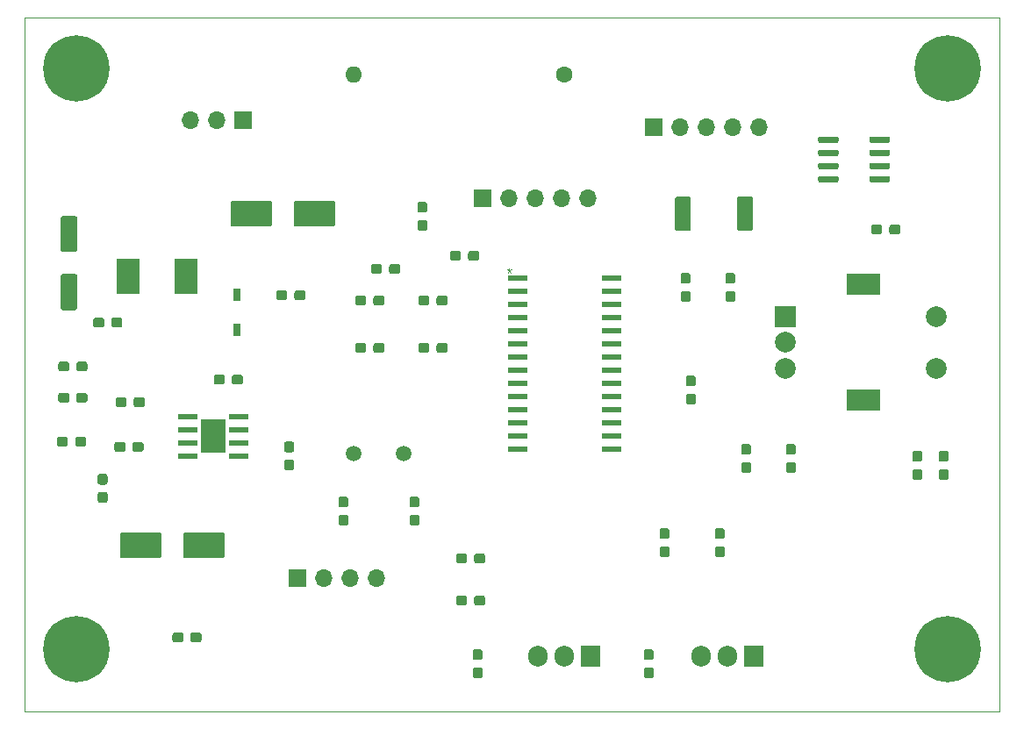
<source format=gbr>
G04 #@! TF.GenerationSoftware,KiCad,Pcbnew,5.1.5*
G04 #@! TF.CreationDate,2019-12-15T00:46:23+02:00*
G04 #@! TF.ProjectId,hakko_907,68616b6b-6f5f-4393-9037-2e6b69636164,rev?*
G04 #@! TF.SameCoordinates,Original*
G04 #@! TF.FileFunction,Soldermask,Top*
G04 #@! TF.FilePolarity,Negative*
%FSLAX46Y46*%
G04 Gerber Fmt 4.6, Leading zero omitted, Abs format (unit mm)*
G04 Created by KiCad (PCBNEW 5.1.5) date 2019-12-15 00:46:23*
%MOMM*%
%LPD*%
G04 APERTURE LIST*
%ADD10C,0.100000*%
%ADD11C,0.050000*%
%ADD12C,1.500000*%
%ADD13R,1.981200X0.558800*%
%ADD14R,2.410000X3.300000*%
%ADD15R,1.970000X0.600000*%
%ADD16R,2.000000X2.000000*%
%ADD17C,2.000000*%
%ADD18R,3.200000X2.000000*%
%ADD19O,1.600000X1.600000*%
%ADD20C,1.600000*%
%ADD21O,1.905000X2.000000*%
%ADD22R,1.905000X2.000000*%
%ADD23R,2.260600X3.505200*%
%ADD24O,1.700000X1.700000*%
%ADD25R,1.700000X1.700000*%
%ADD26R,0.730000X1.210000*%
%ADD27C,6.400000*%
%ADD28C,0.800000*%
G04 APERTURE END LIST*
D10*
X111000000Y-118000000D02*
X111000000Y-51054000D01*
X111000000Y-51054000D02*
X205000000Y-51054000D01*
X205000000Y-118000000D02*
X111000000Y-118000000D01*
X205000000Y-51054000D02*
X205000000Y-118000000D01*
D11*
X157734000Y-75237580D02*
X157734000Y-75475676D01*
X157495904Y-75380438D02*
X157734000Y-75475676D01*
X157972095Y-75380438D01*
X157591142Y-75666152D02*
X157734000Y-75475676D01*
X157876857Y-75666152D01*
D10*
G36*
X194312703Y-62545722D02*
G01*
X194327264Y-62547882D01*
X194341543Y-62551459D01*
X194355403Y-62556418D01*
X194368710Y-62562712D01*
X194381336Y-62570280D01*
X194393159Y-62579048D01*
X194404066Y-62588934D01*
X194413952Y-62599841D01*
X194422720Y-62611664D01*
X194430288Y-62624290D01*
X194436582Y-62637597D01*
X194441541Y-62651457D01*
X194445118Y-62665736D01*
X194447278Y-62680297D01*
X194448000Y-62695000D01*
X194448000Y-62995000D01*
X194447278Y-63009703D01*
X194445118Y-63024264D01*
X194441541Y-63038543D01*
X194436582Y-63052403D01*
X194430288Y-63065710D01*
X194422720Y-63078336D01*
X194413952Y-63090159D01*
X194404066Y-63101066D01*
X194393159Y-63110952D01*
X194381336Y-63119720D01*
X194368710Y-63127288D01*
X194355403Y-63133582D01*
X194341543Y-63138541D01*
X194327264Y-63142118D01*
X194312703Y-63144278D01*
X194298000Y-63145000D01*
X192648000Y-63145000D01*
X192633297Y-63144278D01*
X192618736Y-63142118D01*
X192604457Y-63138541D01*
X192590597Y-63133582D01*
X192577290Y-63127288D01*
X192564664Y-63119720D01*
X192552841Y-63110952D01*
X192541934Y-63101066D01*
X192532048Y-63090159D01*
X192523280Y-63078336D01*
X192515712Y-63065710D01*
X192509418Y-63052403D01*
X192504459Y-63038543D01*
X192500882Y-63024264D01*
X192498722Y-63009703D01*
X192498000Y-62995000D01*
X192498000Y-62695000D01*
X192498722Y-62680297D01*
X192500882Y-62665736D01*
X192504459Y-62651457D01*
X192509418Y-62637597D01*
X192515712Y-62624290D01*
X192523280Y-62611664D01*
X192532048Y-62599841D01*
X192541934Y-62588934D01*
X192552841Y-62579048D01*
X192564664Y-62570280D01*
X192577290Y-62562712D01*
X192590597Y-62556418D01*
X192604457Y-62551459D01*
X192618736Y-62547882D01*
X192633297Y-62545722D01*
X192648000Y-62545000D01*
X194298000Y-62545000D01*
X194312703Y-62545722D01*
G37*
G36*
X194312703Y-63815722D02*
G01*
X194327264Y-63817882D01*
X194341543Y-63821459D01*
X194355403Y-63826418D01*
X194368710Y-63832712D01*
X194381336Y-63840280D01*
X194393159Y-63849048D01*
X194404066Y-63858934D01*
X194413952Y-63869841D01*
X194422720Y-63881664D01*
X194430288Y-63894290D01*
X194436582Y-63907597D01*
X194441541Y-63921457D01*
X194445118Y-63935736D01*
X194447278Y-63950297D01*
X194448000Y-63965000D01*
X194448000Y-64265000D01*
X194447278Y-64279703D01*
X194445118Y-64294264D01*
X194441541Y-64308543D01*
X194436582Y-64322403D01*
X194430288Y-64335710D01*
X194422720Y-64348336D01*
X194413952Y-64360159D01*
X194404066Y-64371066D01*
X194393159Y-64380952D01*
X194381336Y-64389720D01*
X194368710Y-64397288D01*
X194355403Y-64403582D01*
X194341543Y-64408541D01*
X194327264Y-64412118D01*
X194312703Y-64414278D01*
X194298000Y-64415000D01*
X192648000Y-64415000D01*
X192633297Y-64414278D01*
X192618736Y-64412118D01*
X192604457Y-64408541D01*
X192590597Y-64403582D01*
X192577290Y-64397288D01*
X192564664Y-64389720D01*
X192552841Y-64380952D01*
X192541934Y-64371066D01*
X192532048Y-64360159D01*
X192523280Y-64348336D01*
X192515712Y-64335710D01*
X192509418Y-64322403D01*
X192504459Y-64308543D01*
X192500882Y-64294264D01*
X192498722Y-64279703D01*
X192498000Y-64265000D01*
X192498000Y-63965000D01*
X192498722Y-63950297D01*
X192500882Y-63935736D01*
X192504459Y-63921457D01*
X192509418Y-63907597D01*
X192515712Y-63894290D01*
X192523280Y-63881664D01*
X192532048Y-63869841D01*
X192541934Y-63858934D01*
X192552841Y-63849048D01*
X192564664Y-63840280D01*
X192577290Y-63832712D01*
X192590597Y-63826418D01*
X192604457Y-63821459D01*
X192618736Y-63817882D01*
X192633297Y-63815722D01*
X192648000Y-63815000D01*
X194298000Y-63815000D01*
X194312703Y-63815722D01*
G37*
G36*
X194312703Y-65085722D02*
G01*
X194327264Y-65087882D01*
X194341543Y-65091459D01*
X194355403Y-65096418D01*
X194368710Y-65102712D01*
X194381336Y-65110280D01*
X194393159Y-65119048D01*
X194404066Y-65128934D01*
X194413952Y-65139841D01*
X194422720Y-65151664D01*
X194430288Y-65164290D01*
X194436582Y-65177597D01*
X194441541Y-65191457D01*
X194445118Y-65205736D01*
X194447278Y-65220297D01*
X194448000Y-65235000D01*
X194448000Y-65535000D01*
X194447278Y-65549703D01*
X194445118Y-65564264D01*
X194441541Y-65578543D01*
X194436582Y-65592403D01*
X194430288Y-65605710D01*
X194422720Y-65618336D01*
X194413952Y-65630159D01*
X194404066Y-65641066D01*
X194393159Y-65650952D01*
X194381336Y-65659720D01*
X194368710Y-65667288D01*
X194355403Y-65673582D01*
X194341543Y-65678541D01*
X194327264Y-65682118D01*
X194312703Y-65684278D01*
X194298000Y-65685000D01*
X192648000Y-65685000D01*
X192633297Y-65684278D01*
X192618736Y-65682118D01*
X192604457Y-65678541D01*
X192590597Y-65673582D01*
X192577290Y-65667288D01*
X192564664Y-65659720D01*
X192552841Y-65650952D01*
X192541934Y-65641066D01*
X192532048Y-65630159D01*
X192523280Y-65618336D01*
X192515712Y-65605710D01*
X192509418Y-65592403D01*
X192504459Y-65578543D01*
X192500882Y-65564264D01*
X192498722Y-65549703D01*
X192498000Y-65535000D01*
X192498000Y-65235000D01*
X192498722Y-65220297D01*
X192500882Y-65205736D01*
X192504459Y-65191457D01*
X192509418Y-65177597D01*
X192515712Y-65164290D01*
X192523280Y-65151664D01*
X192532048Y-65139841D01*
X192541934Y-65128934D01*
X192552841Y-65119048D01*
X192564664Y-65110280D01*
X192577290Y-65102712D01*
X192590597Y-65096418D01*
X192604457Y-65091459D01*
X192618736Y-65087882D01*
X192633297Y-65085722D01*
X192648000Y-65085000D01*
X194298000Y-65085000D01*
X194312703Y-65085722D01*
G37*
G36*
X194312703Y-66355722D02*
G01*
X194327264Y-66357882D01*
X194341543Y-66361459D01*
X194355403Y-66366418D01*
X194368710Y-66372712D01*
X194381336Y-66380280D01*
X194393159Y-66389048D01*
X194404066Y-66398934D01*
X194413952Y-66409841D01*
X194422720Y-66421664D01*
X194430288Y-66434290D01*
X194436582Y-66447597D01*
X194441541Y-66461457D01*
X194445118Y-66475736D01*
X194447278Y-66490297D01*
X194448000Y-66505000D01*
X194448000Y-66805000D01*
X194447278Y-66819703D01*
X194445118Y-66834264D01*
X194441541Y-66848543D01*
X194436582Y-66862403D01*
X194430288Y-66875710D01*
X194422720Y-66888336D01*
X194413952Y-66900159D01*
X194404066Y-66911066D01*
X194393159Y-66920952D01*
X194381336Y-66929720D01*
X194368710Y-66937288D01*
X194355403Y-66943582D01*
X194341543Y-66948541D01*
X194327264Y-66952118D01*
X194312703Y-66954278D01*
X194298000Y-66955000D01*
X192648000Y-66955000D01*
X192633297Y-66954278D01*
X192618736Y-66952118D01*
X192604457Y-66948541D01*
X192590597Y-66943582D01*
X192577290Y-66937288D01*
X192564664Y-66929720D01*
X192552841Y-66920952D01*
X192541934Y-66911066D01*
X192532048Y-66900159D01*
X192523280Y-66888336D01*
X192515712Y-66875710D01*
X192509418Y-66862403D01*
X192504459Y-66848543D01*
X192500882Y-66834264D01*
X192498722Y-66819703D01*
X192498000Y-66805000D01*
X192498000Y-66505000D01*
X192498722Y-66490297D01*
X192500882Y-66475736D01*
X192504459Y-66461457D01*
X192509418Y-66447597D01*
X192515712Y-66434290D01*
X192523280Y-66421664D01*
X192532048Y-66409841D01*
X192541934Y-66398934D01*
X192552841Y-66389048D01*
X192564664Y-66380280D01*
X192577290Y-66372712D01*
X192590597Y-66366418D01*
X192604457Y-66361459D01*
X192618736Y-66357882D01*
X192633297Y-66355722D01*
X192648000Y-66355000D01*
X194298000Y-66355000D01*
X194312703Y-66355722D01*
G37*
G36*
X189362703Y-66355722D02*
G01*
X189377264Y-66357882D01*
X189391543Y-66361459D01*
X189405403Y-66366418D01*
X189418710Y-66372712D01*
X189431336Y-66380280D01*
X189443159Y-66389048D01*
X189454066Y-66398934D01*
X189463952Y-66409841D01*
X189472720Y-66421664D01*
X189480288Y-66434290D01*
X189486582Y-66447597D01*
X189491541Y-66461457D01*
X189495118Y-66475736D01*
X189497278Y-66490297D01*
X189498000Y-66505000D01*
X189498000Y-66805000D01*
X189497278Y-66819703D01*
X189495118Y-66834264D01*
X189491541Y-66848543D01*
X189486582Y-66862403D01*
X189480288Y-66875710D01*
X189472720Y-66888336D01*
X189463952Y-66900159D01*
X189454066Y-66911066D01*
X189443159Y-66920952D01*
X189431336Y-66929720D01*
X189418710Y-66937288D01*
X189405403Y-66943582D01*
X189391543Y-66948541D01*
X189377264Y-66952118D01*
X189362703Y-66954278D01*
X189348000Y-66955000D01*
X187698000Y-66955000D01*
X187683297Y-66954278D01*
X187668736Y-66952118D01*
X187654457Y-66948541D01*
X187640597Y-66943582D01*
X187627290Y-66937288D01*
X187614664Y-66929720D01*
X187602841Y-66920952D01*
X187591934Y-66911066D01*
X187582048Y-66900159D01*
X187573280Y-66888336D01*
X187565712Y-66875710D01*
X187559418Y-66862403D01*
X187554459Y-66848543D01*
X187550882Y-66834264D01*
X187548722Y-66819703D01*
X187548000Y-66805000D01*
X187548000Y-66505000D01*
X187548722Y-66490297D01*
X187550882Y-66475736D01*
X187554459Y-66461457D01*
X187559418Y-66447597D01*
X187565712Y-66434290D01*
X187573280Y-66421664D01*
X187582048Y-66409841D01*
X187591934Y-66398934D01*
X187602841Y-66389048D01*
X187614664Y-66380280D01*
X187627290Y-66372712D01*
X187640597Y-66366418D01*
X187654457Y-66361459D01*
X187668736Y-66357882D01*
X187683297Y-66355722D01*
X187698000Y-66355000D01*
X189348000Y-66355000D01*
X189362703Y-66355722D01*
G37*
G36*
X189362703Y-65085722D02*
G01*
X189377264Y-65087882D01*
X189391543Y-65091459D01*
X189405403Y-65096418D01*
X189418710Y-65102712D01*
X189431336Y-65110280D01*
X189443159Y-65119048D01*
X189454066Y-65128934D01*
X189463952Y-65139841D01*
X189472720Y-65151664D01*
X189480288Y-65164290D01*
X189486582Y-65177597D01*
X189491541Y-65191457D01*
X189495118Y-65205736D01*
X189497278Y-65220297D01*
X189498000Y-65235000D01*
X189498000Y-65535000D01*
X189497278Y-65549703D01*
X189495118Y-65564264D01*
X189491541Y-65578543D01*
X189486582Y-65592403D01*
X189480288Y-65605710D01*
X189472720Y-65618336D01*
X189463952Y-65630159D01*
X189454066Y-65641066D01*
X189443159Y-65650952D01*
X189431336Y-65659720D01*
X189418710Y-65667288D01*
X189405403Y-65673582D01*
X189391543Y-65678541D01*
X189377264Y-65682118D01*
X189362703Y-65684278D01*
X189348000Y-65685000D01*
X187698000Y-65685000D01*
X187683297Y-65684278D01*
X187668736Y-65682118D01*
X187654457Y-65678541D01*
X187640597Y-65673582D01*
X187627290Y-65667288D01*
X187614664Y-65659720D01*
X187602841Y-65650952D01*
X187591934Y-65641066D01*
X187582048Y-65630159D01*
X187573280Y-65618336D01*
X187565712Y-65605710D01*
X187559418Y-65592403D01*
X187554459Y-65578543D01*
X187550882Y-65564264D01*
X187548722Y-65549703D01*
X187548000Y-65535000D01*
X187548000Y-65235000D01*
X187548722Y-65220297D01*
X187550882Y-65205736D01*
X187554459Y-65191457D01*
X187559418Y-65177597D01*
X187565712Y-65164290D01*
X187573280Y-65151664D01*
X187582048Y-65139841D01*
X187591934Y-65128934D01*
X187602841Y-65119048D01*
X187614664Y-65110280D01*
X187627290Y-65102712D01*
X187640597Y-65096418D01*
X187654457Y-65091459D01*
X187668736Y-65087882D01*
X187683297Y-65085722D01*
X187698000Y-65085000D01*
X189348000Y-65085000D01*
X189362703Y-65085722D01*
G37*
G36*
X189362703Y-63815722D02*
G01*
X189377264Y-63817882D01*
X189391543Y-63821459D01*
X189405403Y-63826418D01*
X189418710Y-63832712D01*
X189431336Y-63840280D01*
X189443159Y-63849048D01*
X189454066Y-63858934D01*
X189463952Y-63869841D01*
X189472720Y-63881664D01*
X189480288Y-63894290D01*
X189486582Y-63907597D01*
X189491541Y-63921457D01*
X189495118Y-63935736D01*
X189497278Y-63950297D01*
X189498000Y-63965000D01*
X189498000Y-64265000D01*
X189497278Y-64279703D01*
X189495118Y-64294264D01*
X189491541Y-64308543D01*
X189486582Y-64322403D01*
X189480288Y-64335710D01*
X189472720Y-64348336D01*
X189463952Y-64360159D01*
X189454066Y-64371066D01*
X189443159Y-64380952D01*
X189431336Y-64389720D01*
X189418710Y-64397288D01*
X189405403Y-64403582D01*
X189391543Y-64408541D01*
X189377264Y-64412118D01*
X189362703Y-64414278D01*
X189348000Y-64415000D01*
X187698000Y-64415000D01*
X187683297Y-64414278D01*
X187668736Y-64412118D01*
X187654457Y-64408541D01*
X187640597Y-64403582D01*
X187627290Y-64397288D01*
X187614664Y-64389720D01*
X187602841Y-64380952D01*
X187591934Y-64371066D01*
X187582048Y-64360159D01*
X187573280Y-64348336D01*
X187565712Y-64335710D01*
X187559418Y-64322403D01*
X187554459Y-64308543D01*
X187550882Y-64294264D01*
X187548722Y-64279703D01*
X187548000Y-64265000D01*
X187548000Y-63965000D01*
X187548722Y-63950297D01*
X187550882Y-63935736D01*
X187554459Y-63921457D01*
X187559418Y-63907597D01*
X187565712Y-63894290D01*
X187573280Y-63881664D01*
X187582048Y-63869841D01*
X187591934Y-63858934D01*
X187602841Y-63849048D01*
X187614664Y-63840280D01*
X187627290Y-63832712D01*
X187640597Y-63826418D01*
X187654457Y-63821459D01*
X187668736Y-63817882D01*
X187683297Y-63815722D01*
X187698000Y-63815000D01*
X189348000Y-63815000D01*
X189362703Y-63815722D01*
G37*
G36*
X189362703Y-62545722D02*
G01*
X189377264Y-62547882D01*
X189391543Y-62551459D01*
X189405403Y-62556418D01*
X189418710Y-62562712D01*
X189431336Y-62570280D01*
X189443159Y-62579048D01*
X189454066Y-62588934D01*
X189463952Y-62599841D01*
X189472720Y-62611664D01*
X189480288Y-62624290D01*
X189486582Y-62637597D01*
X189491541Y-62651457D01*
X189495118Y-62665736D01*
X189497278Y-62680297D01*
X189498000Y-62695000D01*
X189498000Y-62995000D01*
X189497278Y-63009703D01*
X189495118Y-63024264D01*
X189491541Y-63038543D01*
X189486582Y-63052403D01*
X189480288Y-63065710D01*
X189472720Y-63078336D01*
X189463952Y-63090159D01*
X189454066Y-63101066D01*
X189443159Y-63110952D01*
X189431336Y-63119720D01*
X189418710Y-63127288D01*
X189405403Y-63133582D01*
X189391543Y-63138541D01*
X189377264Y-63142118D01*
X189362703Y-63144278D01*
X189348000Y-63145000D01*
X187698000Y-63145000D01*
X187683297Y-63144278D01*
X187668736Y-63142118D01*
X187654457Y-63138541D01*
X187640597Y-63133582D01*
X187627290Y-63127288D01*
X187614664Y-63119720D01*
X187602841Y-63110952D01*
X187591934Y-63101066D01*
X187582048Y-63090159D01*
X187573280Y-63078336D01*
X187565712Y-63065710D01*
X187559418Y-63052403D01*
X187554459Y-63038543D01*
X187550882Y-63024264D01*
X187548722Y-63009703D01*
X187548000Y-62995000D01*
X187548000Y-62695000D01*
X187548722Y-62680297D01*
X187550882Y-62665736D01*
X187554459Y-62651457D01*
X187559418Y-62637597D01*
X187565712Y-62624290D01*
X187573280Y-62611664D01*
X187582048Y-62599841D01*
X187591934Y-62588934D01*
X187602841Y-62579048D01*
X187614664Y-62570280D01*
X187627290Y-62562712D01*
X187640597Y-62556418D01*
X187654457Y-62551459D01*
X187668736Y-62547882D01*
X187683297Y-62545722D01*
X187698000Y-62545000D01*
X189348000Y-62545000D01*
X189362703Y-62545722D01*
G37*
G36*
X181010005Y-68326204D02*
G01*
X181034273Y-68329804D01*
X181058072Y-68335765D01*
X181081171Y-68344030D01*
X181103350Y-68354520D01*
X181124393Y-68367132D01*
X181144099Y-68381747D01*
X181162277Y-68398223D01*
X181178753Y-68416401D01*
X181193368Y-68436107D01*
X181205980Y-68457150D01*
X181216470Y-68479329D01*
X181224735Y-68502428D01*
X181230696Y-68526227D01*
X181234296Y-68550495D01*
X181235500Y-68574999D01*
X181235500Y-71425001D01*
X181234296Y-71449505D01*
X181230696Y-71473773D01*
X181224735Y-71497572D01*
X181216470Y-71520671D01*
X181205980Y-71542850D01*
X181193368Y-71563893D01*
X181178753Y-71583599D01*
X181162277Y-71601777D01*
X181144099Y-71618253D01*
X181124393Y-71632868D01*
X181103350Y-71645480D01*
X181081171Y-71655970D01*
X181058072Y-71664235D01*
X181034273Y-71670196D01*
X181010005Y-71673796D01*
X180985501Y-71675000D01*
X179960499Y-71675000D01*
X179935995Y-71673796D01*
X179911727Y-71670196D01*
X179887928Y-71664235D01*
X179864829Y-71655970D01*
X179842650Y-71645480D01*
X179821607Y-71632868D01*
X179801901Y-71618253D01*
X179783723Y-71601777D01*
X179767247Y-71583599D01*
X179752632Y-71563893D01*
X179740020Y-71542850D01*
X179729530Y-71520671D01*
X179721265Y-71497572D01*
X179715304Y-71473773D01*
X179711704Y-71449505D01*
X179710500Y-71425001D01*
X179710500Y-68574999D01*
X179711704Y-68550495D01*
X179715304Y-68526227D01*
X179721265Y-68502428D01*
X179729530Y-68479329D01*
X179740020Y-68457150D01*
X179752632Y-68436107D01*
X179767247Y-68416401D01*
X179783723Y-68398223D01*
X179801901Y-68381747D01*
X179821607Y-68367132D01*
X179842650Y-68354520D01*
X179864829Y-68344030D01*
X179887928Y-68335765D01*
X179911727Y-68329804D01*
X179935995Y-68326204D01*
X179960499Y-68325000D01*
X180985501Y-68325000D01*
X181010005Y-68326204D01*
G37*
G36*
X175035005Y-68326204D02*
G01*
X175059273Y-68329804D01*
X175083072Y-68335765D01*
X175106171Y-68344030D01*
X175128350Y-68354520D01*
X175149393Y-68367132D01*
X175169099Y-68381747D01*
X175187277Y-68398223D01*
X175203753Y-68416401D01*
X175218368Y-68436107D01*
X175230980Y-68457150D01*
X175241470Y-68479329D01*
X175249735Y-68502428D01*
X175255696Y-68526227D01*
X175259296Y-68550495D01*
X175260500Y-68574999D01*
X175260500Y-71425001D01*
X175259296Y-71449505D01*
X175255696Y-71473773D01*
X175249735Y-71497572D01*
X175241470Y-71520671D01*
X175230980Y-71542850D01*
X175218368Y-71563893D01*
X175203753Y-71583599D01*
X175187277Y-71601777D01*
X175169099Y-71618253D01*
X175149393Y-71632868D01*
X175128350Y-71645480D01*
X175106171Y-71655970D01*
X175083072Y-71664235D01*
X175059273Y-71670196D01*
X175035005Y-71673796D01*
X175010501Y-71675000D01*
X173985499Y-71675000D01*
X173960995Y-71673796D01*
X173936727Y-71670196D01*
X173912928Y-71664235D01*
X173889829Y-71655970D01*
X173867650Y-71645480D01*
X173846607Y-71632868D01*
X173826901Y-71618253D01*
X173808723Y-71601777D01*
X173792247Y-71583599D01*
X173777632Y-71563893D01*
X173765020Y-71542850D01*
X173754530Y-71520671D01*
X173746265Y-71497572D01*
X173740304Y-71473773D01*
X173736704Y-71449505D01*
X173735500Y-71425001D01*
X173735500Y-68574999D01*
X173736704Y-68550495D01*
X173740304Y-68526227D01*
X173746265Y-68502428D01*
X173754530Y-68479329D01*
X173765020Y-68457150D01*
X173777632Y-68436107D01*
X173792247Y-68416401D01*
X173808723Y-68398223D01*
X173826901Y-68381747D01*
X173846607Y-68367132D01*
X173867650Y-68354520D01*
X173889829Y-68344030D01*
X173912928Y-68335765D01*
X173936727Y-68329804D01*
X173960995Y-68326204D01*
X173985499Y-68325000D01*
X175010501Y-68325000D01*
X175035005Y-68326204D01*
G37*
G36*
X115822504Y-70201204D02*
G01*
X115846773Y-70204804D01*
X115870571Y-70210765D01*
X115893671Y-70219030D01*
X115915849Y-70229520D01*
X115936893Y-70242133D01*
X115956598Y-70256747D01*
X115974777Y-70273223D01*
X115991253Y-70291402D01*
X116005867Y-70311107D01*
X116018480Y-70332151D01*
X116028970Y-70354329D01*
X116037235Y-70377429D01*
X116043196Y-70401227D01*
X116046796Y-70425496D01*
X116048000Y-70450000D01*
X116048000Y-73450000D01*
X116046796Y-73474504D01*
X116043196Y-73498773D01*
X116037235Y-73522571D01*
X116028970Y-73545671D01*
X116018480Y-73567849D01*
X116005867Y-73588893D01*
X115991253Y-73608598D01*
X115974777Y-73626777D01*
X115956598Y-73643253D01*
X115936893Y-73657867D01*
X115915849Y-73670480D01*
X115893671Y-73680970D01*
X115870571Y-73689235D01*
X115846773Y-73695196D01*
X115822504Y-73698796D01*
X115798000Y-73700000D01*
X114698000Y-73700000D01*
X114673496Y-73698796D01*
X114649227Y-73695196D01*
X114625429Y-73689235D01*
X114602329Y-73680970D01*
X114580151Y-73670480D01*
X114559107Y-73657867D01*
X114539402Y-73643253D01*
X114521223Y-73626777D01*
X114504747Y-73608598D01*
X114490133Y-73588893D01*
X114477520Y-73567849D01*
X114467030Y-73545671D01*
X114458765Y-73522571D01*
X114452804Y-73498773D01*
X114449204Y-73474504D01*
X114448000Y-73450000D01*
X114448000Y-70450000D01*
X114449204Y-70425496D01*
X114452804Y-70401227D01*
X114458765Y-70377429D01*
X114467030Y-70354329D01*
X114477520Y-70332151D01*
X114490133Y-70311107D01*
X114504747Y-70291402D01*
X114521223Y-70273223D01*
X114539402Y-70256747D01*
X114559107Y-70242133D01*
X114580151Y-70229520D01*
X114602329Y-70219030D01*
X114625429Y-70210765D01*
X114649227Y-70204804D01*
X114673496Y-70201204D01*
X114698000Y-70200000D01*
X115798000Y-70200000D01*
X115822504Y-70201204D01*
G37*
G36*
X115822504Y-75801204D02*
G01*
X115846773Y-75804804D01*
X115870571Y-75810765D01*
X115893671Y-75819030D01*
X115915849Y-75829520D01*
X115936893Y-75842133D01*
X115956598Y-75856747D01*
X115974777Y-75873223D01*
X115991253Y-75891402D01*
X116005867Y-75911107D01*
X116018480Y-75932151D01*
X116028970Y-75954329D01*
X116037235Y-75977429D01*
X116043196Y-76001227D01*
X116046796Y-76025496D01*
X116048000Y-76050000D01*
X116048000Y-79050000D01*
X116046796Y-79074504D01*
X116043196Y-79098773D01*
X116037235Y-79122571D01*
X116028970Y-79145671D01*
X116018480Y-79167849D01*
X116005867Y-79188893D01*
X115991253Y-79208598D01*
X115974777Y-79226777D01*
X115956598Y-79243253D01*
X115936893Y-79257867D01*
X115915849Y-79270480D01*
X115893671Y-79280970D01*
X115870571Y-79289235D01*
X115846773Y-79295196D01*
X115822504Y-79298796D01*
X115798000Y-79300000D01*
X114698000Y-79300000D01*
X114673496Y-79298796D01*
X114649227Y-79295196D01*
X114625429Y-79289235D01*
X114602329Y-79280970D01*
X114580151Y-79270480D01*
X114559107Y-79257867D01*
X114539402Y-79243253D01*
X114521223Y-79226777D01*
X114504747Y-79208598D01*
X114490133Y-79188893D01*
X114477520Y-79167849D01*
X114467030Y-79145671D01*
X114458765Y-79122571D01*
X114452804Y-79098773D01*
X114449204Y-79074504D01*
X114448000Y-79050000D01*
X114448000Y-76050000D01*
X114449204Y-76025496D01*
X114452804Y-76001227D01*
X114458765Y-75977429D01*
X114467030Y-75954329D01*
X114477520Y-75932151D01*
X114490133Y-75911107D01*
X114504747Y-75891402D01*
X114521223Y-75873223D01*
X114539402Y-75856747D01*
X114559107Y-75842133D01*
X114580151Y-75829520D01*
X114602329Y-75819030D01*
X114625429Y-75810765D01*
X114649227Y-75804804D01*
X114673496Y-75801204D01*
X114698000Y-75800000D01*
X115798000Y-75800000D01*
X115822504Y-75801204D01*
G37*
G36*
X122227779Y-92022144D02*
G01*
X122250834Y-92025563D01*
X122273443Y-92031227D01*
X122295387Y-92039079D01*
X122316457Y-92049044D01*
X122336448Y-92061026D01*
X122355168Y-92074910D01*
X122372438Y-92090562D01*
X122388090Y-92107832D01*
X122401974Y-92126552D01*
X122413956Y-92146543D01*
X122423921Y-92167613D01*
X122431773Y-92189557D01*
X122437437Y-92212166D01*
X122440856Y-92235221D01*
X122442000Y-92258500D01*
X122442000Y-92733500D01*
X122440856Y-92756779D01*
X122437437Y-92779834D01*
X122431773Y-92802443D01*
X122423921Y-92824387D01*
X122413956Y-92845457D01*
X122401974Y-92865448D01*
X122388090Y-92884168D01*
X122372438Y-92901438D01*
X122355168Y-92917090D01*
X122336448Y-92930974D01*
X122316457Y-92942956D01*
X122295387Y-92952921D01*
X122273443Y-92960773D01*
X122250834Y-92966437D01*
X122227779Y-92969856D01*
X122204500Y-92971000D01*
X121629500Y-92971000D01*
X121606221Y-92969856D01*
X121583166Y-92966437D01*
X121560557Y-92960773D01*
X121538613Y-92952921D01*
X121517543Y-92942956D01*
X121497552Y-92930974D01*
X121478832Y-92917090D01*
X121461562Y-92901438D01*
X121445910Y-92884168D01*
X121432026Y-92865448D01*
X121420044Y-92845457D01*
X121410079Y-92824387D01*
X121402227Y-92802443D01*
X121396563Y-92779834D01*
X121393144Y-92756779D01*
X121392000Y-92733500D01*
X121392000Y-92258500D01*
X121393144Y-92235221D01*
X121396563Y-92212166D01*
X121402227Y-92189557D01*
X121410079Y-92167613D01*
X121420044Y-92146543D01*
X121432026Y-92126552D01*
X121445910Y-92107832D01*
X121461562Y-92090562D01*
X121478832Y-92074910D01*
X121497552Y-92061026D01*
X121517543Y-92049044D01*
X121538613Y-92039079D01*
X121560557Y-92031227D01*
X121583166Y-92025563D01*
X121606221Y-92022144D01*
X121629500Y-92021000D01*
X122204500Y-92021000D01*
X122227779Y-92022144D01*
G37*
G36*
X120477779Y-92022144D02*
G01*
X120500834Y-92025563D01*
X120523443Y-92031227D01*
X120545387Y-92039079D01*
X120566457Y-92049044D01*
X120586448Y-92061026D01*
X120605168Y-92074910D01*
X120622438Y-92090562D01*
X120638090Y-92107832D01*
X120651974Y-92126552D01*
X120663956Y-92146543D01*
X120673921Y-92167613D01*
X120681773Y-92189557D01*
X120687437Y-92212166D01*
X120690856Y-92235221D01*
X120692000Y-92258500D01*
X120692000Y-92733500D01*
X120690856Y-92756779D01*
X120687437Y-92779834D01*
X120681773Y-92802443D01*
X120673921Y-92824387D01*
X120663956Y-92845457D01*
X120651974Y-92865448D01*
X120638090Y-92884168D01*
X120622438Y-92901438D01*
X120605168Y-92917090D01*
X120586448Y-92930974D01*
X120566457Y-92942956D01*
X120545387Y-92952921D01*
X120523443Y-92960773D01*
X120500834Y-92966437D01*
X120477779Y-92969856D01*
X120454500Y-92971000D01*
X119879500Y-92971000D01*
X119856221Y-92969856D01*
X119833166Y-92966437D01*
X119810557Y-92960773D01*
X119788613Y-92952921D01*
X119767543Y-92942956D01*
X119747552Y-92930974D01*
X119728832Y-92917090D01*
X119711562Y-92901438D01*
X119695910Y-92884168D01*
X119682026Y-92865448D01*
X119670044Y-92845457D01*
X119660079Y-92824387D01*
X119652227Y-92802443D01*
X119646563Y-92779834D01*
X119643144Y-92756779D01*
X119642000Y-92733500D01*
X119642000Y-92258500D01*
X119643144Y-92235221D01*
X119646563Y-92212166D01*
X119652227Y-92189557D01*
X119660079Y-92167613D01*
X119670044Y-92146543D01*
X119682026Y-92126552D01*
X119695910Y-92107832D01*
X119711562Y-92090562D01*
X119728832Y-92074910D01*
X119747552Y-92061026D01*
X119767543Y-92049044D01*
X119788613Y-92039079D01*
X119810557Y-92031227D01*
X119833166Y-92025563D01*
X119856221Y-92022144D01*
X119879500Y-92021000D01*
X120454500Y-92021000D01*
X120477779Y-92022144D01*
G37*
D12*
X142694000Y-93108000D03*
X147574000Y-93108000D03*
D13*
X167589200Y-76217000D03*
X167589200Y-77487000D03*
X167589200Y-78757000D03*
X167589200Y-80027000D03*
X167589200Y-81297000D03*
X167589200Y-82567000D03*
X167589200Y-83837000D03*
X167589200Y-85107000D03*
X167589200Y-86377000D03*
X167589200Y-87647000D03*
X167589200Y-88917000D03*
X167589200Y-90187000D03*
X167589200Y-91457000D03*
X167589200Y-92727000D03*
X158546800Y-92727000D03*
X158546800Y-91457000D03*
X158546800Y-90187000D03*
X158546800Y-88917000D03*
X158546800Y-87647000D03*
X158546800Y-86377000D03*
X158546800Y-85107000D03*
X158546800Y-83837000D03*
X158546800Y-82567000D03*
X158546800Y-81297000D03*
X158546800Y-80027000D03*
X158546800Y-78757000D03*
X158546800Y-77487000D03*
X158546800Y-76217000D03*
D14*
X129170000Y-91480000D03*
D15*
X126695000Y-89575000D03*
X131645000Y-89575000D03*
X131645000Y-90845000D03*
X131645000Y-92115000D03*
X126695000Y-93385000D03*
X126695000Y-92115000D03*
X126695000Y-90845000D03*
X131645000Y-93385000D03*
D16*
X184404000Y-79900000D03*
D17*
X184404000Y-82400000D03*
X184404000Y-84900000D03*
D18*
X191904000Y-76800000D03*
X191904000Y-88000000D03*
D17*
X198904000Y-79900000D03*
X198904000Y-84900000D03*
D10*
G36*
X115058779Y-84276144D02*
G01*
X115081834Y-84279563D01*
X115104443Y-84285227D01*
X115126387Y-84293079D01*
X115147457Y-84303044D01*
X115167448Y-84315026D01*
X115186168Y-84328910D01*
X115203438Y-84344562D01*
X115219090Y-84361832D01*
X115232974Y-84380552D01*
X115244956Y-84400543D01*
X115254921Y-84421613D01*
X115262773Y-84443557D01*
X115268437Y-84466166D01*
X115271856Y-84489221D01*
X115273000Y-84512500D01*
X115273000Y-84987500D01*
X115271856Y-85010779D01*
X115268437Y-85033834D01*
X115262773Y-85056443D01*
X115254921Y-85078387D01*
X115244956Y-85099457D01*
X115232974Y-85119448D01*
X115219090Y-85138168D01*
X115203438Y-85155438D01*
X115186168Y-85171090D01*
X115167448Y-85184974D01*
X115147457Y-85196956D01*
X115126387Y-85206921D01*
X115104443Y-85214773D01*
X115081834Y-85220437D01*
X115058779Y-85223856D01*
X115035500Y-85225000D01*
X114460500Y-85225000D01*
X114437221Y-85223856D01*
X114414166Y-85220437D01*
X114391557Y-85214773D01*
X114369613Y-85206921D01*
X114348543Y-85196956D01*
X114328552Y-85184974D01*
X114309832Y-85171090D01*
X114292562Y-85155438D01*
X114276910Y-85138168D01*
X114263026Y-85119448D01*
X114251044Y-85099457D01*
X114241079Y-85078387D01*
X114233227Y-85056443D01*
X114227563Y-85033834D01*
X114224144Y-85010779D01*
X114223000Y-84987500D01*
X114223000Y-84512500D01*
X114224144Y-84489221D01*
X114227563Y-84466166D01*
X114233227Y-84443557D01*
X114241079Y-84421613D01*
X114251044Y-84400543D01*
X114263026Y-84380552D01*
X114276910Y-84361832D01*
X114292562Y-84344562D01*
X114309832Y-84328910D01*
X114328552Y-84315026D01*
X114348543Y-84303044D01*
X114369613Y-84293079D01*
X114391557Y-84285227D01*
X114414166Y-84279563D01*
X114437221Y-84276144D01*
X114460500Y-84275000D01*
X115035500Y-84275000D01*
X115058779Y-84276144D01*
G37*
G36*
X116808779Y-84276144D02*
G01*
X116831834Y-84279563D01*
X116854443Y-84285227D01*
X116876387Y-84293079D01*
X116897457Y-84303044D01*
X116917448Y-84315026D01*
X116936168Y-84328910D01*
X116953438Y-84344562D01*
X116969090Y-84361832D01*
X116982974Y-84380552D01*
X116994956Y-84400543D01*
X117004921Y-84421613D01*
X117012773Y-84443557D01*
X117018437Y-84466166D01*
X117021856Y-84489221D01*
X117023000Y-84512500D01*
X117023000Y-84987500D01*
X117021856Y-85010779D01*
X117018437Y-85033834D01*
X117012773Y-85056443D01*
X117004921Y-85078387D01*
X116994956Y-85099457D01*
X116982974Y-85119448D01*
X116969090Y-85138168D01*
X116953438Y-85155438D01*
X116936168Y-85171090D01*
X116917448Y-85184974D01*
X116897457Y-85196956D01*
X116876387Y-85206921D01*
X116854443Y-85214773D01*
X116831834Y-85220437D01*
X116808779Y-85223856D01*
X116785500Y-85225000D01*
X116210500Y-85225000D01*
X116187221Y-85223856D01*
X116164166Y-85220437D01*
X116141557Y-85214773D01*
X116119613Y-85206921D01*
X116098543Y-85196956D01*
X116078552Y-85184974D01*
X116059832Y-85171090D01*
X116042562Y-85155438D01*
X116026910Y-85138168D01*
X116013026Y-85119448D01*
X116001044Y-85099457D01*
X115991079Y-85078387D01*
X115983227Y-85056443D01*
X115977563Y-85033834D01*
X115974144Y-85010779D01*
X115973000Y-84987500D01*
X115973000Y-84512500D01*
X115974144Y-84489221D01*
X115977563Y-84466166D01*
X115983227Y-84443557D01*
X115991079Y-84421613D01*
X116001044Y-84400543D01*
X116013026Y-84380552D01*
X116026910Y-84361832D01*
X116042562Y-84344562D01*
X116059832Y-84328910D01*
X116078552Y-84315026D01*
X116098543Y-84303044D01*
X116119613Y-84293079D01*
X116141557Y-84285227D01*
X116164166Y-84279563D01*
X116187221Y-84276144D01*
X116210500Y-84275000D01*
X116785500Y-84275000D01*
X116808779Y-84276144D01*
G37*
G36*
X136758779Y-93726144D02*
G01*
X136781834Y-93729563D01*
X136804443Y-93735227D01*
X136826387Y-93743079D01*
X136847457Y-93753044D01*
X136867448Y-93765026D01*
X136886168Y-93778910D01*
X136903438Y-93794562D01*
X136919090Y-93811832D01*
X136932974Y-93830552D01*
X136944956Y-93850543D01*
X136954921Y-93871613D01*
X136962773Y-93893557D01*
X136968437Y-93916166D01*
X136971856Y-93939221D01*
X136973000Y-93962500D01*
X136973000Y-94537500D01*
X136971856Y-94560779D01*
X136968437Y-94583834D01*
X136962773Y-94606443D01*
X136954921Y-94628387D01*
X136944956Y-94649457D01*
X136932974Y-94669448D01*
X136919090Y-94688168D01*
X136903438Y-94705438D01*
X136886168Y-94721090D01*
X136867448Y-94734974D01*
X136847457Y-94746956D01*
X136826387Y-94756921D01*
X136804443Y-94764773D01*
X136781834Y-94770437D01*
X136758779Y-94773856D01*
X136735500Y-94775000D01*
X136260500Y-94775000D01*
X136237221Y-94773856D01*
X136214166Y-94770437D01*
X136191557Y-94764773D01*
X136169613Y-94756921D01*
X136148543Y-94746956D01*
X136128552Y-94734974D01*
X136109832Y-94721090D01*
X136092562Y-94705438D01*
X136076910Y-94688168D01*
X136063026Y-94669448D01*
X136051044Y-94649457D01*
X136041079Y-94628387D01*
X136033227Y-94606443D01*
X136027563Y-94583834D01*
X136024144Y-94560779D01*
X136023000Y-94537500D01*
X136023000Y-93962500D01*
X136024144Y-93939221D01*
X136027563Y-93916166D01*
X136033227Y-93893557D01*
X136041079Y-93871613D01*
X136051044Y-93850543D01*
X136063026Y-93830552D01*
X136076910Y-93811832D01*
X136092562Y-93794562D01*
X136109832Y-93778910D01*
X136128552Y-93765026D01*
X136148543Y-93753044D01*
X136169613Y-93743079D01*
X136191557Y-93735227D01*
X136214166Y-93729563D01*
X136237221Y-93726144D01*
X136260500Y-93725000D01*
X136735500Y-93725000D01*
X136758779Y-93726144D01*
G37*
G36*
X136758779Y-91976144D02*
G01*
X136781834Y-91979563D01*
X136804443Y-91985227D01*
X136826387Y-91993079D01*
X136847457Y-92003044D01*
X136867448Y-92015026D01*
X136886168Y-92028910D01*
X136903438Y-92044562D01*
X136919090Y-92061832D01*
X136932974Y-92080552D01*
X136944956Y-92100543D01*
X136954921Y-92121613D01*
X136962773Y-92143557D01*
X136968437Y-92166166D01*
X136971856Y-92189221D01*
X136973000Y-92212500D01*
X136973000Y-92787500D01*
X136971856Y-92810779D01*
X136968437Y-92833834D01*
X136962773Y-92856443D01*
X136954921Y-92878387D01*
X136944956Y-92899457D01*
X136932974Y-92919448D01*
X136919090Y-92938168D01*
X136903438Y-92955438D01*
X136886168Y-92971090D01*
X136867448Y-92984974D01*
X136847457Y-92996956D01*
X136826387Y-93006921D01*
X136804443Y-93014773D01*
X136781834Y-93020437D01*
X136758779Y-93023856D01*
X136735500Y-93025000D01*
X136260500Y-93025000D01*
X136237221Y-93023856D01*
X136214166Y-93020437D01*
X136191557Y-93014773D01*
X136169613Y-93006921D01*
X136148543Y-92996956D01*
X136128552Y-92984974D01*
X136109832Y-92971090D01*
X136092562Y-92955438D01*
X136076910Y-92938168D01*
X136063026Y-92919448D01*
X136051044Y-92899457D01*
X136041079Y-92878387D01*
X136033227Y-92856443D01*
X136027563Y-92833834D01*
X136024144Y-92810779D01*
X136023000Y-92787500D01*
X136023000Y-92212500D01*
X136024144Y-92189221D01*
X136027563Y-92166166D01*
X136033227Y-92143557D01*
X136041079Y-92121613D01*
X136051044Y-92100543D01*
X136063026Y-92080552D01*
X136076910Y-92061832D01*
X136092562Y-92044562D01*
X136109832Y-92028910D01*
X136128552Y-92015026D01*
X136148543Y-92003044D01*
X136169613Y-91993079D01*
X136191557Y-91985227D01*
X136214166Y-91979563D01*
X136237221Y-91976144D01*
X136260500Y-91975000D01*
X136735500Y-91975000D01*
X136758779Y-91976144D01*
G37*
G36*
X116683779Y-91526144D02*
G01*
X116706834Y-91529563D01*
X116729443Y-91535227D01*
X116751387Y-91543079D01*
X116772457Y-91553044D01*
X116792448Y-91565026D01*
X116811168Y-91578910D01*
X116828438Y-91594562D01*
X116844090Y-91611832D01*
X116857974Y-91630552D01*
X116869956Y-91650543D01*
X116879921Y-91671613D01*
X116887773Y-91693557D01*
X116893437Y-91716166D01*
X116896856Y-91739221D01*
X116898000Y-91762500D01*
X116898000Y-92237500D01*
X116896856Y-92260779D01*
X116893437Y-92283834D01*
X116887773Y-92306443D01*
X116879921Y-92328387D01*
X116869956Y-92349457D01*
X116857974Y-92369448D01*
X116844090Y-92388168D01*
X116828438Y-92405438D01*
X116811168Y-92421090D01*
X116792448Y-92434974D01*
X116772457Y-92446956D01*
X116751387Y-92456921D01*
X116729443Y-92464773D01*
X116706834Y-92470437D01*
X116683779Y-92473856D01*
X116660500Y-92475000D01*
X116085500Y-92475000D01*
X116062221Y-92473856D01*
X116039166Y-92470437D01*
X116016557Y-92464773D01*
X115994613Y-92456921D01*
X115973543Y-92446956D01*
X115953552Y-92434974D01*
X115934832Y-92421090D01*
X115917562Y-92405438D01*
X115901910Y-92388168D01*
X115888026Y-92369448D01*
X115876044Y-92349457D01*
X115866079Y-92328387D01*
X115858227Y-92306443D01*
X115852563Y-92283834D01*
X115849144Y-92260779D01*
X115848000Y-92237500D01*
X115848000Y-91762500D01*
X115849144Y-91739221D01*
X115852563Y-91716166D01*
X115858227Y-91693557D01*
X115866079Y-91671613D01*
X115876044Y-91650543D01*
X115888026Y-91630552D01*
X115901910Y-91611832D01*
X115917562Y-91594562D01*
X115934832Y-91578910D01*
X115953552Y-91565026D01*
X115973543Y-91553044D01*
X115994613Y-91543079D01*
X116016557Y-91535227D01*
X116039166Y-91529563D01*
X116062221Y-91526144D01*
X116085500Y-91525000D01*
X116660500Y-91525000D01*
X116683779Y-91526144D01*
G37*
G36*
X114933779Y-91526144D02*
G01*
X114956834Y-91529563D01*
X114979443Y-91535227D01*
X115001387Y-91543079D01*
X115022457Y-91553044D01*
X115042448Y-91565026D01*
X115061168Y-91578910D01*
X115078438Y-91594562D01*
X115094090Y-91611832D01*
X115107974Y-91630552D01*
X115119956Y-91650543D01*
X115129921Y-91671613D01*
X115137773Y-91693557D01*
X115143437Y-91716166D01*
X115146856Y-91739221D01*
X115148000Y-91762500D01*
X115148000Y-92237500D01*
X115146856Y-92260779D01*
X115143437Y-92283834D01*
X115137773Y-92306443D01*
X115129921Y-92328387D01*
X115119956Y-92349457D01*
X115107974Y-92369448D01*
X115094090Y-92388168D01*
X115078438Y-92405438D01*
X115061168Y-92421090D01*
X115042448Y-92434974D01*
X115022457Y-92446956D01*
X115001387Y-92456921D01*
X114979443Y-92464773D01*
X114956834Y-92470437D01*
X114933779Y-92473856D01*
X114910500Y-92475000D01*
X114335500Y-92475000D01*
X114312221Y-92473856D01*
X114289166Y-92470437D01*
X114266557Y-92464773D01*
X114244613Y-92456921D01*
X114223543Y-92446956D01*
X114203552Y-92434974D01*
X114184832Y-92421090D01*
X114167562Y-92405438D01*
X114151910Y-92388168D01*
X114138026Y-92369448D01*
X114126044Y-92349457D01*
X114116079Y-92328387D01*
X114108227Y-92306443D01*
X114102563Y-92283834D01*
X114099144Y-92260779D01*
X114098000Y-92237500D01*
X114098000Y-91762500D01*
X114099144Y-91739221D01*
X114102563Y-91716166D01*
X114108227Y-91693557D01*
X114116079Y-91671613D01*
X114126044Y-91650543D01*
X114138026Y-91630552D01*
X114151910Y-91611832D01*
X114167562Y-91594562D01*
X114184832Y-91578910D01*
X114203552Y-91565026D01*
X114223543Y-91553044D01*
X114244613Y-91543079D01*
X114266557Y-91535227D01*
X114289166Y-91529563D01*
X114312221Y-91526144D01*
X114335500Y-91525000D01*
X114910500Y-91525000D01*
X114933779Y-91526144D01*
G37*
G36*
X118758779Y-96851144D02*
G01*
X118781834Y-96854563D01*
X118804443Y-96860227D01*
X118826387Y-96868079D01*
X118847457Y-96878044D01*
X118867448Y-96890026D01*
X118886168Y-96903910D01*
X118903438Y-96919562D01*
X118919090Y-96936832D01*
X118932974Y-96955552D01*
X118944956Y-96975543D01*
X118954921Y-96996613D01*
X118962773Y-97018557D01*
X118968437Y-97041166D01*
X118971856Y-97064221D01*
X118973000Y-97087500D01*
X118973000Y-97662500D01*
X118971856Y-97685779D01*
X118968437Y-97708834D01*
X118962773Y-97731443D01*
X118954921Y-97753387D01*
X118944956Y-97774457D01*
X118932974Y-97794448D01*
X118919090Y-97813168D01*
X118903438Y-97830438D01*
X118886168Y-97846090D01*
X118867448Y-97859974D01*
X118847457Y-97871956D01*
X118826387Y-97881921D01*
X118804443Y-97889773D01*
X118781834Y-97895437D01*
X118758779Y-97898856D01*
X118735500Y-97900000D01*
X118260500Y-97900000D01*
X118237221Y-97898856D01*
X118214166Y-97895437D01*
X118191557Y-97889773D01*
X118169613Y-97881921D01*
X118148543Y-97871956D01*
X118128552Y-97859974D01*
X118109832Y-97846090D01*
X118092562Y-97830438D01*
X118076910Y-97813168D01*
X118063026Y-97794448D01*
X118051044Y-97774457D01*
X118041079Y-97753387D01*
X118033227Y-97731443D01*
X118027563Y-97708834D01*
X118024144Y-97685779D01*
X118023000Y-97662500D01*
X118023000Y-97087500D01*
X118024144Y-97064221D01*
X118027563Y-97041166D01*
X118033227Y-97018557D01*
X118041079Y-96996613D01*
X118051044Y-96975543D01*
X118063026Y-96955552D01*
X118076910Y-96936832D01*
X118092562Y-96919562D01*
X118109832Y-96903910D01*
X118128552Y-96890026D01*
X118148543Y-96878044D01*
X118169613Y-96868079D01*
X118191557Y-96860227D01*
X118214166Y-96854563D01*
X118237221Y-96851144D01*
X118260500Y-96850000D01*
X118735500Y-96850000D01*
X118758779Y-96851144D01*
G37*
G36*
X118758779Y-95101144D02*
G01*
X118781834Y-95104563D01*
X118804443Y-95110227D01*
X118826387Y-95118079D01*
X118847457Y-95128044D01*
X118867448Y-95140026D01*
X118886168Y-95153910D01*
X118903438Y-95169562D01*
X118919090Y-95186832D01*
X118932974Y-95205552D01*
X118944956Y-95225543D01*
X118954921Y-95246613D01*
X118962773Y-95268557D01*
X118968437Y-95291166D01*
X118971856Y-95314221D01*
X118973000Y-95337500D01*
X118973000Y-95912500D01*
X118971856Y-95935779D01*
X118968437Y-95958834D01*
X118962773Y-95981443D01*
X118954921Y-96003387D01*
X118944956Y-96024457D01*
X118932974Y-96044448D01*
X118919090Y-96063168D01*
X118903438Y-96080438D01*
X118886168Y-96096090D01*
X118867448Y-96109974D01*
X118847457Y-96121956D01*
X118826387Y-96131921D01*
X118804443Y-96139773D01*
X118781834Y-96145437D01*
X118758779Y-96148856D01*
X118735500Y-96150000D01*
X118260500Y-96150000D01*
X118237221Y-96148856D01*
X118214166Y-96145437D01*
X118191557Y-96139773D01*
X118169613Y-96131921D01*
X118148543Y-96121956D01*
X118128552Y-96109974D01*
X118109832Y-96096090D01*
X118092562Y-96080438D01*
X118076910Y-96063168D01*
X118063026Y-96044448D01*
X118051044Y-96024457D01*
X118041079Y-96003387D01*
X118033227Y-95981443D01*
X118027563Y-95958834D01*
X118024144Y-95935779D01*
X118023000Y-95912500D01*
X118023000Y-95337500D01*
X118024144Y-95314221D01*
X118027563Y-95291166D01*
X118033227Y-95268557D01*
X118041079Y-95246613D01*
X118051044Y-95225543D01*
X118063026Y-95205552D01*
X118076910Y-95186832D01*
X118092562Y-95169562D01*
X118109832Y-95153910D01*
X118128552Y-95140026D01*
X118148543Y-95128044D01*
X118169613Y-95118079D01*
X118191557Y-95110227D01*
X118214166Y-95104563D01*
X118237221Y-95101144D01*
X118260500Y-95100000D01*
X118735500Y-95100000D01*
X118758779Y-95101144D01*
G37*
G36*
X122340779Y-87704144D02*
G01*
X122363834Y-87707563D01*
X122386443Y-87713227D01*
X122408387Y-87721079D01*
X122429457Y-87731044D01*
X122449448Y-87743026D01*
X122468168Y-87756910D01*
X122485438Y-87772562D01*
X122501090Y-87789832D01*
X122514974Y-87808552D01*
X122526956Y-87828543D01*
X122536921Y-87849613D01*
X122544773Y-87871557D01*
X122550437Y-87894166D01*
X122553856Y-87917221D01*
X122555000Y-87940500D01*
X122555000Y-88415500D01*
X122553856Y-88438779D01*
X122550437Y-88461834D01*
X122544773Y-88484443D01*
X122536921Y-88506387D01*
X122526956Y-88527457D01*
X122514974Y-88547448D01*
X122501090Y-88566168D01*
X122485438Y-88583438D01*
X122468168Y-88599090D01*
X122449448Y-88612974D01*
X122429457Y-88624956D01*
X122408387Y-88634921D01*
X122386443Y-88642773D01*
X122363834Y-88648437D01*
X122340779Y-88651856D01*
X122317500Y-88653000D01*
X121742500Y-88653000D01*
X121719221Y-88651856D01*
X121696166Y-88648437D01*
X121673557Y-88642773D01*
X121651613Y-88634921D01*
X121630543Y-88624956D01*
X121610552Y-88612974D01*
X121591832Y-88599090D01*
X121574562Y-88583438D01*
X121558910Y-88566168D01*
X121545026Y-88547448D01*
X121533044Y-88527457D01*
X121523079Y-88506387D01*
X121515227Y-88484443D01*
X121509563Y-88461834D01*
X121506144Y-88438779D01*
X121505000Y-88415500D01*
X121505000Y-87940500D01*
X121506144Y-87917221D01*
X121509563Y-87894166D01*
X121515227Y-87871557D01*
X121523079Y-87849613D01*
X121533044Y-87828543D01*
X121545026Y-87808552D01*
X121558910Y-87789832D01*
X121574562Y-87772562D01*
X121591832Y-87756910D01*
X121610552Y-87743026D01*
X121630543Y-87731044D01*
X121651613Y-87721079D01*
X121673557Y-87713227D01*
X121696166Y-87707563D01*
X121719221Y-87704144D01*
X121742500Y-87703000D01*
X122317500Y-87703000D01*
X122340779Y-87704144D01*
G37*
G36*
X120590779Y-87704144D02*
G01*
X120613834Y-87707563D01*
X120636443Y-87713227D01*
X120658387Y-87721079D01*
X120679457Y-87731044D01*
X120699448Y-87743026D01*
X120718168Y-87756910D01*
X120735438Y-87772562D01*
X120751090Y-87789832D01*
X120764974Y-87808552D01*
X120776956Y-87828543D01*
X120786921Y-87849613D01*
X120794773Y-87871557D01*
X120800437Y-87894166D01*
X120803856Y-87917221D01*
X120805000Y-87940500D01*
X120805000Y-88415500D01*
X120803856Y-88438779D01*
X120800437Y-88461834D01*
X120794773Y-88484443D01*
X120786921Y-88506387D01*
X120776956Y-88527457D01*
X120764974Y-88547448D01*
X120751090Y-88566168D01*
X120735438Y-88583438D01*
X120718168Y-88599090D01*
X120699448Y-88612974D01*
X120679457Y-88624956D01*
X120658387Y-88634921D01*
X120636443Y-88642773D01*
X120613834Y-88648437D01*
X120590779Y-88651856D01*
X120567500Y-88653000D01*
X119992500Y-88653000D01*
X119969221Y-88651856D01*
X119946166Y-88648437D01*
X119923557Y-88642773D01*
X119901613Y-88634921D01*
X119880543Y-88624956D01*
X119860552Y-88612974D01*
X119841832Y-88599090D01*
X119824562Y-88583438D01*
X119808910Y-88566168D01*
X119795026Y-88547448D01*
X119783044Y-88527457D01*
X119773079Y-88506387D01*
X119765227Y-88484443D01*
X119759563Y-88461834D01*
X119756144Y-88438779D01*
X119755000Y-88415500D01*
X119755000Y-87940500D01*
X119756144Y-87917221D01*
X119759563Y-87894166D01*
X119765227Y-87871557D01*
X119773079Y-87849613D01*
X119783044Y-87828543D01*
X119795026Y-87808552D01*
X119808910Y-87789832D01*
X119824562Y-87772562D01*
X119841832Y-87756910D01*
X119860552Y-87743026D01*
X119880543Y-87731044D01*
X119901613Y-87721079D01*
X119923557Y-87713227D01*
X119946166Y-87707563D01*
X119969221Y-87704144D01*
X119992500Y-87703000D01*
X120567500Y-87703000D01*
X120590779Y-87704144D01*
G37*
G36*
X149803779Y-82474144D02*
G01*
X149826834Y-82477563D01*
X149849443Y-82483227D01*
X149871387Y-82491079D01*
X149892457Y-82501044D01*
X149912448Y-82513026D01*
X149931168Y-82526910D01*
X149948438Y-82542562D01*
X149964090Y-82559832D01*
X149977974Y-82578552D01*
X149989956Y-82598543D01*
X149999921Y-82619613D01*
X150007773Y-82641557D01*
X150013437Y-82664166D01*
X150016856Y-82687221D01*
X150018000Y-82710500D01*
X150018000Y-83185500D01*
X150016856Y-83208779D01*
X150013437Y-83231834D01*
X150007773Y-83254443D01*
X149999921Y-83276387D01*
X149989956Y-83297457D01*
X149977974Y-83317448D01*
X149964090Y-83336168D01*
X149948438Y-83353438D01*
X149931168Y-83369090D01*
X149912448Y-83382974D01*
X149892457Y-83394956D01*
X149871387Y-83404921D01*
X149849443Y-83412773D01*
X149826834Y-83418437D01*
X149803779Y-83421856D01*
X149780500Y-83423000D01*
X149205500Y-83423000D01*
X149182221Y-83421856D01*
X149159166Y-83418437D01*
X149136557Y-83412773D01*
X149114613Y-83404921D01*
X149093543Y-83394956D01*
X149073552Y-83382974D01*
X149054832Y-83369090D01*
X149037562Y-83353438D01*
X149021910Y-83336168D01*
X149008026Y-83317448D01*
X148996044Y-83297457D01*
X148986079Y-83276387D01*
X148978227Y-83254443D01*
X148972563Y-83231834D01*
X148969144Y-83208779D01*
X148968000Y-83185500D01*
X148968000Y-82710500D01*
X148969144Y-82687221D01*
X148972563Y-82664166D01*
X148978227Y-82641557D01*
X148986079Y-82619613D01*
X148996044Y-82598543D01*
X149008026Y-82578552D01*
X149021910Y-82559832D01*
X149037562Y-82542562D01*
X149054832Y-82526910D01*
X149073552Y-82513026D01*
X149093543Y-82501044D01*
X149114613Y-82491079D01*
X149136557Y-82483227D01*
X149159166Y-82477563D01*
X149182221Y-82474144D01*
X149205500Y-82473000D01*
X149780500Y-82473000D01*
X149803779Y-82474144D01*
G37*
G36*
X151553779Y-82474144D02*
G01*
X151576834Y-82477563D01*
X151599443Y-82483227D01*
X151621387Y-82491079D01*
X151642457Y-82501044D01*
X151662448Y-82513026D01*
X151681168Y-82526910D01*
X151698438Y-82542562D01*
X151714090Y-82559832D01*
X151727974Y-82578552D01*
X151739956Y-82598543D01*
X151749921Y-82619613D01*
X151757773Y-82641557D01*
X151763437Y-82664166D01*
X151766856Y-82687221D01*
X151768000Y-82710500D01*
X151768000Y-83185500D01*
X151766856Y-83208779D01*
X151763437Y-83231834D01*
X151757773Y-83254443D01*
X151749921Y-83276387D01*
X151739956Y-83297457D01*
X151727974Y-83317448D01*
X151714090Y-83336168D01*
X151698438Y-83353438D01*
X151681168Y-83369090D01*
X151662448Y-83382974D01*
X151642457Y-83394956D01*
X151621387Y-83404921D01*
X151599443Y-83412773D01*
X151576834Y-83418437D01*
X151553779Y-83421856D01*
X151530500Y-83423000D01*
X150955500Y-83423000D01*
X150932221Y-83421856D01*
X150909166Y-83418437D01*
X150886557Y-83412773D01*
X150864613Y-83404921D01*
X150843543Y-83394956D01*
X150823552Y-83382974D01*
X150804832Y-83369090D01*
X150787562Y-83353438D01*
X150771910Y-83336168D01*
X150758026Y-83317448D01*
X150746044Y-83297457D01*
X150736079Y-83276387D01*
X150728227Y-83254443D01*
X150722563Y-83231834D01*
X150719144Y-83208779D01*
X150718000Y-83185500D01*
X150718000Y-82710500D01*
X150719144Y-82687221D01*
X150722563Y-82664166D01*
X150728227Y-82641557D01*
X150736079Y-82619613D01*
X150746044Y-82598543D01*
X150758026Y-82578552D01*
X150771910Y-82559832D01*
X150787562Y-82542562D01*
X150804832Y-82526910D01*
X150823552Y-82513026D01*
X150843543Y-82501044D01*
X150864613Y-82491079D01*
X150886557Y-82483227D01*
X150909166Y-82477563D01*
X150932221Y-82474144D01*
X150955500Y-82473000D01*
X151530500Y-82473000D01*
X151553779Y-82474144D01*
G37*
G36*
X153435779Y-102794144D02*
G01*
X153458834Y-102797563D01*
X153481443Y-102803227D01*
X153503387Y-102811079D01*
X153524457Y-102821044D01*
X153544448Y-102833026D01*
X153563168Y-102846910D01*
X153580438Y-102862562D01*
X153596090Y-102879832D01*
X153609974Y-102898552D01*
X153621956Y-102918543D01*
X153631921Y-102939613D01*
X153639773Y-102961557D01*
X153645437Y-102984166D01*
X153648856Y-103007221D01*
X153650000Y-103030500D01*
X153650000Y-103505500D01*
X153648856Y-103528779D01*
X153645437Y-103551834D01*
X153639773Y-103574443D01*
X153631921Y-103596387D01*
X153621956Y-103617457D01*
X153609974Y-103637448D01*
X153596090Y-103656168D01*
X153580438Y-103673438D01*
X153563168Y-103689090D01*
X153544448Y-103702974D01*
X153524457Y-103714956D01*
X153503387Y-103724921D01*
X153481443Y-103732773D01*
X153458834Y-103738437D01*
X153435779Y-103741856D01*
X153412500Y-103743000D01*
X152837500Y-103743000D01*
X152814221Y-103741856D01*
X152791166Y-103738437D01*
X152768557Y-103732773D01*
X152746613Y-103724921D01*
X152725543Y-103714956D01*
X152705552Y-103702974D01*
X152686832Y-103689090D01*
X152669562Y-103673438D01*
X152653910Y-103656168D01*
X152640026Y-103637448D01*
X152628044Y-103617457D01*
X152618079Y-103596387D01*
X152610227Y-103574443D01*
X152604563Y-103551834D01*
X152601144Y-103528779D01*
X152600000Y-103505500D01*
X152600000Y-103030500D01*
X152601144Y-103007221D01*
X152604563Y-102984166D01*
X152610227Y-102961557D01*
X152618079Y-102939613D01*
X152628044Y-102918543D01*
X152640026Y-102898552D01*
X152653910Y-102879832D01*
X152669562Y-102862562D01*
X152686832Y-102846910D01*
X152705552Y-102833026D01*
X152725543Y-102821044D01*
X152746613Y-102811079D01*
X152768557Y-102803227D01*
X152791166Y-102797563D01*
X152814221Y-102794144D01*
X152837500Y-102793000D01*
X153412500Y-102793000D01*
X153435779Y-102794144D01*
G37*
G36*
X155185779Y-102794144D02*
G01*
X155208834Y-102797563D01*
X155231443Y-102803227D01*
X155253387Y-102811079D01*
X155274457Y-102821044D01*
X155294448Y-102833026D01*
X155313168Y-102846910D01*
X155330438Y-102862562D01*
X155346090Y-102879832D01*
X155359974Y-102898552D01*
X155371956Y-102918543D01*
X155381921Y-102939613D01*
X155389773Y-102961557D01*
X155395437Y-102984166D01*
X155398856Y-103007221D01*
X155400000Y-103030500D01*
X155400000Y-103505500D01*
X155398856Y-103528779D01*
X155395437Y-103551834D01*
X155389773Y-103574443D01*
X155381921Y-103596387D01*
X155371956Y-103617457D01*
X155359974Y-103637448D01*
X155346090Y-103656168D01*
X155330438Y-103673438D01*
X155313168Y-103689090D01*
X155294448Y-103702974D01*
X155274457Y-103714956D01*
X155253387Y-103724921D01*
X155231443Y-103732773D01*
X155208834Y-103738437D01*
X155185779Y-103741856D01*
X155162500Y-103743000D01*
X154587500Y-103743000D01*
X154564221Y-103741856D01*
X154541166Y-103738437D01*
X154518557Y-103732773D01*
X154496613Y-103724921D01*
X154475543Y-103714956D01*
X154455552Y-103702974D01*
X154436832Y-103689090D01*
X154419562Y-103673438D01*
X154403910Y-103656168D01*
X154390026Y-103637448D01*
X154378044Y-103617457D01*
X154368079Y-103596387D01*
X154360227Y-103574443D01*
X154354563Y-103551834D01*
X154351144Y-103528779D01*
X154350000Y-103505500D01*
X154350000Y-103030500D01*
X154351144Y-103007221D01*
X154354563Y-102984166D01*
X154360227Y-102961557D01*
X154368079Y-102939613D01*
X154378044Y-102918543D01*
X154390026Y-102898552D01*
X154403910Y-102879832D01*
X154419562Y-102862562D01*
X154436832Y-102846910D01*
X154455552Y-102833026D01*
X154475543Y-102821044D01*
X154496613Y-102811079D01*
X154518557Y-102803227D01*
X154541166Y-102797563D01*
X154564221Y-102794144D01*
X154587500Y-102793000D01*
X155162500Y-102793000D01*
X155185779Y-102794144D01*
G37*
G36*
X155185779Y-106858144D02*
G01*
X155208834Y-106861563D01*
X155231443Y-106867227D01*
X155253387Y-106875079D01*
X155274457Y-106885044D01*
X155294448Y-106897026D01*
X155313168Y-106910910D01*
X155330438Y-106926562D01*
X155346090Y-106943832D01*
X155359974Y-106962552D01*
X155371956Y-106982543D01*
X155381921Y-107003613D01*
X155389773Y-107025557D01*
X155395437Y-107048166D01*
X155398856Y-107071221D01*
X155400000Y-107094500D01*
X155400000Y-107569500D01*
X155398856Y-107592779D01*
X155395437Y-107615834D01*
X155389773Y-107638443D01*
X155381921Y-107660387D01*
X155371956Y-107681457D01*
X155359974Y-107701448D01*
X155346090Y-107720168D01*
X155330438Y-107737438D01*
X155313168Y-107753090D01*
X155294448Y-107766974D01*
X155274457Y-107778956D01*
X155253387Y-107788921D01*
X155231443Y-107796773D01*
X155208834Y-107802437D01*
X155185779Y-107805856D01*
X155162500Y-107807000D01*
X154587500Y-107807000D01*
X154564221Y-107805856D01*
X154541166Y-107802437D01*
X154518557Y-107796773D01*
X154496613Y-107788921D01*
X154475543Y-107778956D01*
X154455552Y-107766974D01*
X154436832Y-107753090D01*
X154419562Y-107737438D01*
X154403910Y-107720168D01*
X154390026Y-107701448D01*
X154378044Y-107681457D01*
X154368079Y-107660387D01*
X154360227Y-107638443D01*
X154354563Y-107615834D01*
X154351144Y-107592779D01*
X154350000Y-107569500D01*
X154350000Y-107094500D01*
X154351144Y-107071221D01*
X154354563Y-107048166D01*
X154360227Y-107025557D01*
X154368079Y-107003613D01*
X154378044Y-106982543D01*
X154390026Y-106962552D01*
X154403910Y-106943832D01*
X154419562Y-106926562D01*
X154436832Y-106910910D01*
X154455552Y-106897026D01*
X154475543Y-106885044D01*
X154496613Y-106875079D01*
X154518557Y-106867227D01*
X154541166Y-106861563D01*
X154564221Y-106858144D01*
X154587500Y-106857000D01*
X155162500Y-106857000D01*
X155185779Y-106858144D01*
G37*
G36*
X153435779Y-106858144D02*
G01*
X153458834Y-106861563D01*
X153481443Y-106867227D01*
X153503387Y-106875079D01*
X153524457Y-106885044D01*
X153544448Y-106897026D01*
X153563168Y-106910910D01*
X153580438Y-106926562D01*
X153596090Y-106943832D01*
X153609974Y-106962552D01*
X153621956Y-106982543D01*
X153631921Y-107003613D01*
X153639773Y-107025557D01*
X153645437Y-107048166D01*
X153648856Y-107071221D01*
X153650000Y-107094500D01*
X153650000Y-107569500D01*
X153648856Y-107592779D01*
X153645437Y-107615834D01*
X153639773Y-107638443D01*
X153631921Y-107660387D01*
X153621956Y-107681457D01*
X153609974Y-107701448D01*
X153596090Y-107720168D01*
X153580438Y-107737438D01*
X153563168Y-107753090D01*
X153544448Y-107766974D01*
X153524457Y-107778956D01*
X153503387Y-107788921D01*
X153481443Y-107796773D01*
X153458834Y-107802437D01*
X153435779Y-107805856D01*
X153412500Y-107807000D01*
X152837500Y-107807000D01*
X152814221Y-107805856D01*
X152791166Y-107802437D01*
X152768557Y-107796773D01*
X152746613Y-107788921D01*
X152725543Y-107778956D01*
X152705552Y-107766974D01*
X152686832Y-107753090D01*
X152669562Y-107737438D01*
X152653910Y-107720168D01*
X152640026Y-107701448D01*
X152628044Y-107681457D01*
X152618079Y-107660387D01*
X152610227Y-107638443D01*
X152604563Y-107615834D01*
X152601144Y-107592779D01*
X152600000Y-107569500D01*
X152600000Y-107094500D01*
X152601144Y-107071221D01*
X152604563Y-107048166D01*
X152610227Y-107025557D01*
X152618079Y-107003613D01*
X152628044Y-106982543D01*
X152640026Y-106962552D01*
X152653910Y-106943832D01*
X152669562Y-106926562D01*
X152686832Y-106910910D01*
X152705552Y-106897026D01*
X152725543Y-106885044D01*
X152746613Y-106875079D01*
X152768557Y-106867227D01*
X152791166Y-106861563D01*
X152814221Y-106858144D01*
X152837500Y-106857000D01*
X153412500Y-106857000D01*
X153435779Y-106858144D01*
G37*
G36*
X171456779Y-112029144D02*
G01*
X171479834Y-112032563D01*
X171502443Y-112038227D01*
X171524387Y-112046079D01*
X171545457Y-112056044D01*
X171565448Y-112068026D01*
X171584168Y-112081910D01*
X171601438Y-112097562D01*
X171617090Y-112114832D01*
X171630974Y-112133552D01*
X171642956Y-112153543D01*
X171652921Y-112174613D01*
X171660773Y-112196557D01*
X171666437Y-112219166D01*
X171669856Y-112242221D01*
X171671000Y-112265500D01*
X171671000Y-112840500D01*
X171669856Y-112863779D01*
X171666437Y-112886834D01*
X171660773Y-112909443D01*
X171652921Y-112931387D01*
X171642956Y-112952457D01*
X171630974Y-112972448D01*
X171617090Y-112991168D01*
X171601438Y-113008438D01*
X171584168Y-113024090D01*
X171565448Y-113037974D01*
X171545457Y-113049956D01*
X171524387Y-113059921D01*
X171502443Y-113067773D01*
X171479834Y-113073437D01*
X171456779Y-113076856D01*
X171433500Y-113078000D01*
X170958500Y-113078000D01*
X170935221Y-113076856D01*
X170912166Y-113073437D01*
X170889557Y-113067773D01*
X170867613Y-113059921D01*
X170846543Y-113049956D01*
X170826552Y-113037974D01*
X170807832Y-113024090D01*
X170790562Y-113008438D01*
X170774910Y-112991168D01*
X170761026Y-112972448D01*
X170749044Y-112952457D01*
X170739079Y-112931387D01*
X170731227Y-112909443D01*
X170725563Y-112886834D01*
X170722144Y-112863779D01*
X170721000Y-112840500D01*
X170721000Y-112265500D01*
X170722144Y-112242221D01*
X170725563Y-112219166D01*
X170731227Y-112196557D01*
X170739079Y-112174613D01*
X170749044Y-112153543D01*
X170761026Y-112133552D01*
X170774910Y-112114832D01*
X170790562Y-112097562D01*
X170807832Y-112081910D01*
X170826552Y-112068026D01*
X170846543Y-112056044D01*
X170867613Y-112046079D01*
X170889557Y-112038227D01*
X170912166Y-112032563D01*
X170935221Y-112029144D01*
X170958500Y-112028000D01*
X171433500Y-112028000D01*
X171456779Y-112029144D01*
G37*
G36*
X171456779Y-113779144D02*
G01*
X171479834Y-113782563D01*
X171502443Y-113788227D01*
X171524387Y-113796079D01*
X171545457Y-113806044D01*
X171565448Y-113818026D01*
X171584168Y-113831910D01*
X171601438Y-113847562D01*
X171617090Y-113864832D01*
X171630974Y-113883552D01*
X171642956Y-113903543D01*
X171652921Y-113924613D01*
X171660773Y-113946557D01*
X171666437Y-113969166D01*
X171669856Y-113992221D01*
X171671000Y-114015500D01*
X171671000Y-114590500D01*
X171669856Y-114613779D01*
X171666437Y-114636834D01*
X171660773Y-114659443D01*
X171652921Y-114681387D01*
X171642956Y-114702457D01*
X171630974Y-114722448D01*
X171617090Y-114741168D01*
X171601438Y-114758438D01*
X171584168Y-114774090D01*
X171565448Y-114787974D01*
X171545457Y-114799956D01*
X171524387Y-114809921D01*
X171502443Y-114817773D01*
X171479834Y-114823437D01*
X171456779Y-114826856D01*
X171433500Y-114828000D01*
X170958500Y-114828000D01*
X170935221Y-114826856D01*
X170912166Y-114823437D01*
X170889557Y-114817773D01*
X170867613Y-114809921D01*
X170846543Y-114799956D01*
X170826552Y-114787974D01*
X170807832Y-114774090D01*
X170790562Y-114758438D01*
X170774910Y-114741168D01*
X170761026Y-114722448D01*
X170749044Y-114702457D01*
X170739079Y-114681387D01*
X170731227Y-114659443D01*
X170725563Y-114636834D01*
X170722144Y-114613779D01*
X170721000Y-114590500D01*
X170721000Y-114015500D01*
X170722144Y-113992221D01*
X170725563Y-113969166D01*
X170731227Y-113946557D01*
X170739079Y-113924613D01*
X170749044Y-113903543D01*
X170761026Y-113883552D01*
X170774910Y-113864832D01*
X170790562Y-113847562D01*
X170807832Y-113831910D01*
X170826552Y-113818026D01*
X170846543Y-113806044D01*
X170867613Y-113796079D01*
X170889557Y-113788227D01*
X170912166Y-113782563D01*
X170935221Y-113779144D01*
X170958500Y-113778000D01*
X171433500Y-113778000D01*
X171456779Y-113779144D01*
G37*
G36*
X178314779Y-102095144D02*
G01*
X178337834Y-102098563D01*
X178360443Y-102104227D01*
X178382387Y-102112079D01*
X178403457Y-102122044D01*
X178423448Y-102134026D01*
X178442168Y-102147910D01*
X178459438Y-102163562D01*
X178475090Y-102180832D01*
X178488974Y-102199552D01*
X178500956Y-102219543D01*
X178510921Y-102240613D01*
X178518773Y-102262557D01*
X178524437Y-102285166D01*
X178527856Y-102308221D01*
X178529000Y-102331500D01*
X178529000Y-102906500D01*
X178527856Y-102929779D01*
X178524437Y-102952834D01*
X178518773Y-102975443D01*
X178510921Y-102997387D01*
X178500956Y-103018457D01*
X178488974Y-103038448D01*
X178475090Y-103057168D01*
X178459438Y-103074438D01*
X178442168Y-103090090D01*
X178423448Y-103103974D01*
X178403457Y-103115956D01*
X178382387Y-103125921D01*
X178360443Y-103133773D01*
X178337834Y-103139437D01*
X178314779Y-103142856D01*
X178291500Y-103144000D01*
X177816500Y-103144000D01*
X177793221Y-103142856D01*
X177770166Y-103139437D01*
X177747557Y-103133773D01*
X177725613Y-103125921D01*
X177704543Y-103115956D01*
X177684552Y-103103974D01*
X177665832Y-103090090D01*
X177648562Y-103074438D01*
X177632910Y-103057168D01*
X177619026Y-103038448D01*
X177607044Y-103018457D01*
X177597079Y-102997387D01*
X177589227Y-102975443D01*
X177583563Y-102952834D01*
X177580144Y-102929779D01*
X177579000Y-102906500D01*
X177579000Y-102331500D01*
X177580144Y-102308221D01*
X177583563Y-102285166D01*
X177589227Y-102262557D01*
X177597079Y-102240613D01*
X177607044Y-102219543D01*
X177619026Y-102199552D01*
X177632910Y-102180832D01*
X177648562Y-102163562D01*
X177665832Y-102147910D01*
X177684552Y-102134026D01*
X177704543Y-102122044D01*
X177725613Y-102112079D01*
X177747557Y-102104227D01*
X177770166Y-102098563D01*
X177793221Y-102095144D01*
X177816500Y-102094000D01*
X178291500Y-102094000D01*
X178314779Y-102095144D01*
G37*
G36*
X178314779Y-100345144D02*
G01*
X178337834Y-100348563D01*
X178360443Y-100354227D01*
X178382387Y-100362079D01*
X178403457Y-100372044D01*
X178423448Y-100384026D01*
X178442168Y-100397910D01*
X178459438Y-100413562D01*
X178475090Y-100430832D01*
X178488974Y-100449552D01*
X178500956Y-100469543D01*
X178510921Y-100490613D01*
X178518773Y-100512557D01*
X178524437Y-100535166D01*
X178527856Y-100558221D01*
X178529000Y-100581500D01*
X178529000Y-101156500D01*
X178527856Y-101179779D01*
X178524437Y-101202834D01*
X178518773Y-101225443D01*
X178510921Y-101247387D01*
X178500956Y-101268457D01*
X178488974Y-101288448D01*
X178475090Y-101307168D01*
X178459438Y-101324438D01*
X178442168Y-101340090D01*
X178423448Y-101353974D01*
X178403457Y-101365956D01*
X178382387Y-101375921D01*
X178360443Y-101383773D01*
X178337834Y-101389437D01*
X178314779Y-101392856D01*
X178291500Y-101394000D01*
X177816500Y-101394000D01*
X177793221Y-101392856D01*
X177770166Y-101389437D01*
X177747557Y-101383773D01*
X177725613Y-101375921D01*
X177704543Y-101365956D01*
X177684552Y-101353974D01*
X177665832Y-101340090D01*
X177648562Y-101324438D01*
X177632910Y-101307168D01*
X177619026Y-101288448D01*
X177607044Y-101268457D01*
X177597079Y-101247387D01*
X177589227Y-101225443D01*
X177583563Y-101202834D01*
X177580144Y-101179779D01*
X177579000Y-101156500D01*
X177579000Y-100581500D01*
X177580144Y-100558221D01*
X177583563Y-100535166D01*
X177589227Y-100512557D01*
X177597079Y-100490613D01*
X177607044Y-100469543D01*
X177619026Y-100449552D01*
X177632910Y-100430832D01*
X177648562Y-100413562D01*
X177665832Y-100397910D01*
X177684552Y-100384026D01*
X177704543Y-100372044D01*
X177725613Y-100362079D01*
X177747557Y-100354227D01*
X177770166Y-100348563D01*
X177793221Y-100345144D01*
X177816500Y-100344000D01*
X178291500Y-100344000D01*
X178314779Y-100345144D01*
G37*
G36*
X154946779Y-113779144D02*
G01*
X154969834Y-113782563D01*
X154992443Y-113788227D01*
X155014387Y-113796079D01*
X155035457Y-113806044D01*
X155055448Y-113818026D01*
X155074168Y-113831910D01*
X155091438Y-113847562D01*
X155107090Y-113864832D01*
X155120974Y-113883552D01*
X155132956Y-113903543D01*
X155142921Y-113924613D01*
X155150773Y-113946557D01*
X155156437Y-113969166D01*
X155159856Y-113992221D01*
X155161000Y-114015500D01*
X155161000Y-114590500D01*
X155159856Y-114613779D01*
X155156437Y-114636834D01*
X155150773Y-114659443D01*
X155142921Y-114681387D01*
X155132956Y-114702457D01*
X155120974Y-114722448D01*
X155107090Y-114741168D01*
X155091438Y-114758438D01*
X155074168Y-114774090D01*
X155055448Y-114787974D01*
X155035457Y-114799956D01*
X155014387Y-114809921D01*
X154992443Y-114817773D01*
X154969834Y-114823437D01*
X154946779Y-114826856D01*
X154923500Y-114828000D01*
X154448500Y-114828000D01*
X154425221Y-114826856D01*
X154402166Y-114823437D01*
X154379557Y-114817773D01*
X154357613Y-114809921D01*
X154336543Y-114799956D01*
X154316552Y-114787974D01*
X154297832Y-114774090D01*
X154280562Y-114758438D01*
X154264910Y-114741168D01*
X154251026Y-114722448D01*
X154239044Y-114702457D01*
X154229079Y-114681387D01*
X154221227Y-114659443D01*
X154215563Y-114636834D01*
X154212144Y-114613779D01*
X154211000Y-114590500D01*
X154211000Y-114015500D01*
X154212144Y-113992221D01*
X154215563Y-113969166D01*
X154221227Y-113946557D01*
X154229079Y-113924613D01*
X154239044Y-113903543D01*
X154251026Y-113883552D01*
X154264910Y-113864832D01*
X154280562Y-113847562D01*
X154297832Y-113831910D01*
X154316552Y-113818026D01*
X154336543Y-113806044D01*
X154357613Y-113796079D01*
X154379557Y-113788227D01*
X154402166Y-113782563D01*
X154425221Y-113779144D01*
X154448500Y-113778000D01*
X154923500Y-113778000D01*
X154946779Y-113779144D01*
G37*
G36*
X154946779Y-112029144D02*
G01*
X154969834Y-112032563D01*
X154992443Y-112038227D01*
X155014387Y-112046079D01*
X155035457Y-112056044D01*
X155055448Y-112068026D01*
X155074168Y-112081910D01*
X155091438Y-112097562D01*
X155107090Y-112114832D01*
X155120974Y-112133552D01*
X155132956Y-112153543D01*
X155142921Y-112174613D01*
X155150773Y-112196557D01*
X155156437Y-112219166D01*
X155159856Y-112242221D01*
X155161000Y-112265500D01*
X155161000Y-112840500D01*
X155159856Y-112863779D01*
X155156437Y-112886834D01*
X155150773Y-112909443D01*
X155142921Y-112931387D01*
X155132956Y-112952457D01*
X155120974Y-112972448D01*
X155107090Y-112991168D01*
X155091438Y-113008438D01*
X155074168Y-113024090D01*
X155055448Y-113037974D01*
X155035457Y-113049956D01*
X155014387Y-113059921D01*
X154992443Y-113067773D01*
X154969834Y-113073437D01*
X154946779Y-113076856D01*
X154923500Y-113078000D01*
X154448500Y-113078000D01*
X154425221Y-113076856D01*
X154402166Y-113073437D01*
X154379557Y-113067773D01*
X154357613Y-113059921D01*
X154336543Y-113049956D01*
X154316552Y-113037974D01*
X154297832Y-113024090D01*
X154280562Y-113008438D01*
X154264910Y-112991168D01*
X154251026Y-112972448D01*
X154239044Y-112952457D01*
X154229079Y-112931387D01*
X154221227Y-112909443D01*
X154215563Y-112886834D01*
X154212144Y-112863779D01*
X154211000Y-112840500D01*
X154211000Y-112265500D01*
X154212144Y-112242221D01*
X154215563Y-112219166D01*
X154221227Y-112196557D01*
X154229079Y-112174613D01*
X154239044Y-112153543D01*
X154251026Y-112133552D01*
X154264910Y-112114832D01*
X154280562Y-112097562D01*
X154297832Y-112081910D01*
X154316552Y-112068026D01*
X154336543Y-112056044D01*
X154357613Y-112046079D01*
X154379557Y-112038227D01*
X154402166Y-112032563D01*
X154425221Y-112029144D01*
X154448500Y-112028000D01*
X154923500Y-112028000D01*
X154946779Y-112029144D01*
G37*
G36*
X172980779Y-102095144D02*
G01*
X173003834Y-102098563D01*
X173026443Y-102104227D01*
X173048387Y-102112079D01*
X173069457Y-102122044D01*
X173089448Y-102134026D01*
X173108168Y-102147910D01*
X173125438Y-102163562D01*
X173141090Y-102180832D01*
X173154974Y-102199552D01*
X173166956Y-102219543D01*
X173176921Y-102240613D01*
X173184773Y-102262557D01*
X173190437Y-102285166D01*
X173193856Y-102308221D01*
X173195000Y-102331500D01*
X173195000Y-102906500D01*
X173193856Y-102929779D01*
X173190437Y-102952834D01*
X173184773Y-102975443D01*
X173176921Y-102997387D01*
X173166956Y-103018457D01*
X173154974Y-103038448D01*
X173141090Y-103057168D01*
X173125438Y-103074438D01*
X173108168Y-103090090D01*
X173089448Y-103103974D01*
X173069457Y-103115956D01*
X173048387Y-103125921D01*
X173026443Y-103133773D01*
X173003834Y-103139437D01*
X172980779Y-103142856D01*
X172957500Y-103144000D01*
X172482500Y-103144000D01*
X172459221Y-103142856D01*
X172436166Y-103139437D01*
X172413557Y-103133773D01*
X172391613Y-103125921D01*
X172370543Y-103115956D01*
X172350552Y-103103974D01*
X172331832Y-103090090D01*
X172314562Y-103074438D01*
X172298910Y-103057168D01*
X172285026Y-103038448D01*
X172273044Y-103018457D01*
X172263079Y-102997387D01*
X172255227Y-102975443D01*
X172249563Y-102952834D01*
X172246144Y-102929779D01*
X172245000Y-102906500D01*
X172245000Y-102331500D01*
X172246144Y-102308221D01*
X172249563Y-102285166D01*
X172255227Y-102262557D01*
X172263079Y-102240613D01*
X172273044Y-102219543D01*
X172285026Y-102199552D01*
X172298910Y-102180832D01*
X172314562Y-102163562D01*
X172331832Y-102147910D01*
X172350552Y-102134026D01*
X172370543Y-102122044D01*
X172391613Y-102112079D01*
X172413557Y-102104227D01*
X172436166Y-102098563D01*
X172459221Y-102095144D01*
X172482500Y-102094000D01*
X172957500Y-102094000D01*
X172980779Y-102095144D01*
G37*
G36*
X172980779Y-100345144D02*
G01*
X173003834Y-100348563D01*
X173026443Y-100354227D01*
X173048387Y-100362079D01*
X173069457Y-100372044D01*
X173089448Y-100384026D01*
X173108168Y-100397910D01*
X173125438Y-100413562D01*
X173141090Y-100430832D01*
X173154974Y-100449552D01*
X173166956Y-100469543D01*
X173176921Y-100490613D01*
X173184773Y-100512557D01*
X173190437Y-100535166D01*
X173193856Y-100558221D01*
X173195000Y-100581500D01*
X173195000Y-101156500D01*
X173193856Y-101179779D01*
X173190437Y-101202834D01*
X173184773Y-101225443D01*
X173176921Y-101247387D01*
X173166956Y-101268457D01*
X173154974Y-101288448D01*
X173141090Y-101307168D01*
X173125438Y-101324438D01*
X173108168Y-101340090D01*
X173089448Y-101353974D01*
X173069457Y-101365956D01*
X173048387Y-101375921D01*
X173026443Y-101383773D01*
X173003834Y-101389437D01*
X172980779Y-101392856D01*
X172957500Y-101394000D01*
X172482500Y-101394000D01*
X172459221Y-101392856D01*
X172436166Y-101389437D01*
X172413557Y-101383773D01*
X172391613Y-101375921D01*
X172370543Y-101365956D01*
X172350552Y-101353974D01*
X172331832Y-101340090D01*
X172314562Y-101324438D01*
X172298910Y-101307168D01*
X172285026Y-101288448D01*
X172273044Y-101268457D01*
X172263079Y-101247387D01*
X172255227Y-101225443D01*
X172249563Y-101202834D01*
X172246144Y-101179779D01*
X172245000Y-101156500D01*
X172245000Y-100581500D01*
X172246144Y-100558221D01*
X172249563Y-100535166D01*
X172255227Y-100512557D01*
X172263079Y-100490613D01*
X172273044Y-100469543D01*
X172285026Y-100449552D01*
X172298910Y-100430832D01*
X172314562Y-100413562D01*
X172331832Y-100397910D01*
X172350552Y-100384026D01*
X172370543Y-100372044D01*
X172391613Y-100362079D01*
X172413557Y-100354227D01*
X172436166Y-100348563D01*
X172459221Y-100345144D01*
X172482500Y-100344000D01*
X172957500Y-100344000D01*
X172980779Y-100345144D01*
G37*
G36*
X149612779Y-70599144D02*
G01*
X149635834Y-70602563D01*
X149658443Y-70608227D01*
X149680387Y-70616079D01*
X149701457Y-70626044D01*
X149721448Y-70638026D01*
X149740168Y-70651910D01*
X149757438Y-70667562D01*
X149773090Y-70684832D01*
X149786974Y-70703552D01*
X149798956Y-70723543D01*
X149808921Y-70744613D01*
X149816773Y-70766557D01*
X149822437Y-70789166D01*
X149825856Y-70812221D01*
X149827000Y-70835500D01*
X149827000Y-71410500D01*
X149825856Y-71433779D01*
X149822437Y-71456834D01*
X149816773Y-71479443D01*
X149808921Y-71501387D01*
X149798956Y-71522457D01*
X149786974Y-71542448D01*
X149773090Y-71561168D01*
X149757438Y-71578438D01*
X149740168Y-71594090D01*
X149721448Y-71607974D01*
X149701457Y-71619956D01*
X149680387Y-71629921D01*
X149658443Y-71637773D01*
X149635834Y-71643437D01*
X149612779Y-71646856D01*
X149589500Y-71648000D01*
X149114500Y-71648000D01*
X149091221Y-71646856D01*
X149068166Y-71643437D01*
X149045557Y-71637773D01*
X149023613Y-71629921D01*
X149002543Y-71619956D01*
X148982552Y-71607974D01*
X148963832Y-71594090D01*
X148946562Y-71578438D01*
X148930910Y-71561168D01*
X148917026Y-71542448D01*
X148905044Y-71522457D01*
X148895079Y-71501387D01*
X148887227Y-71479443D01*
X148881563Y-71456834D01*
X148878144Y-71433779D01*
X148877000Y-71410500D01*
X148877000Y-70835500D01*
X148878144Y-70812221D01*
X148881563Y-70789166D01*
X148887227Y-70766557D01*
X148895079Y-70744613D01*
X148905044Y-70723543D01*
X148917026Y-70703552D01*
X148930910Y-70684832D01*
X148946562Y-70667562D01*
X148963832Y-70651910D01*
X148982552Y-70638026D01*
X149002543Y-70626044D01*
X149023613Y-70616079D01*
X149045557Y-70608227D01*
X149068166Y-70602563D01*
X149091221Y-70599144D01*
X149114500Y-70598000D01*
X149589500Y-70598000D01*
X149612779Y-70599144D01*
G37*
G36*
X149612779Y-68849144D02*
G01*
X149635834Y-68852563D01*
X149658443Y-68858227D01*
X149680387Y-68866079D01*
X149701457Y-68876044D01*
X149721448Y-68888026D01*
X149740168Y-68901910D01*
X149757438Y-68917562D01*
X149773090Y-68934832D01*
X149786974Y-68953552D01*
X149798956Y-68973543D01*
X149808921Y-68994613D01*
X149816773Y-69016557D01*
X149822437Y-69039166D01*
X149825856Y-69062221D01*
X149827000Y-69085500D01*
X149827000Y-69660500D01*
X149825856Y-69683779D01*
X149822437Y-69706834D01*
X149816773Y-69729443D01*
X149808921Y-69751387D01*
X149798956Y-69772457D01*
X149786974Y-69792448D01*
X149773090Y-69811168D01*
X149757438Y-69828438D01*
X149740168Y-69844090D01*
X149721448Y-69857974D01*
X149701457Y-69869956D01*
X149680387Y-69879921D01*
X149658443Y-69887773D01*
X149635834Y-69893437D01*
X149612779Y-69896856D01*
X149589500Y-69898000D01*
X149114500Y-69898000D01*
X149091221Y-69896856D01*
X149068166Y-69893437D01*
X149045557Y-69887773D01*
X149023613Y-69879921D01*
X149002543Y-69869956D01*
X148982552Y-69857974D01*
X148963832Y-69844090D01*
X148946562Y-69828438D01*
X148930910Y-69811168D01*
X148917026Y-69792448D01*
X148905044Y-69772457D01*
X148895079Y-69751387D01*
X148887227Y-69729443D01*
X148881563Y-69706834D01*
X148878144Y-69683779D01*
X148877000Y-69660500D01*
X148877000Y-69085500D01*
X148878144Y-69062221D01*
X148881563Y-69039166D01*
X148887227Y-69016557D01*
X148895079Y-68994613D01*
X148905044Y-68973543D01*
X148917026Y-68953552D01*
X148930910Y-68934832D01*
X148946562Y-68917562D01*
X148963832Y-68901910D01*
X148982552Y-68888026D01*
X149002543Y-68876044D01*
X149023613Y-68866079D01*
X149045557Y-68858227D01*
X149068166Y-68852563D01*
X149091221Y-68849144D01*
X149114500Y-68848000D01*
X149589500Y-68848000D01*
X149612779Y-68849144D01*
G37*
G36*
X154601779Y-73584144D02*
G01*
X154624834Y-73587563D01*
X154647443Y-73593227D01*
X154669387Y-73601079D01*
X154690457Y-73611044D01*
X154710448Y-73623026D01*
X154729168Y-73636910D01*
X154746438Y-73652562D01*
X154762090Y-73669832D01*
X154775974Y-73688552D01*
X154787956Y-73708543D01*
X154797921Y-73729613D01*
X154805773Y-73751557D01*
X154811437Y-73774166D01*
X154814856Y-73797221D01*
X154816000Y-73820500D01*
X154816000Y-74295500D01*
X154814856Y-74318779D01*
X154811437Y-74341834D01*
X154805773Y-74364443D01*
X154797921Y-74386387D01*
X154787956Y-74407457D01*
X154775974Y-74427448D01*
X154762090Y-74446168D01*
X154746438Y-74463438D01*
X154729168Y-74479090D01*
X154710448Y-74492974D01*
X154690457Y-74504956D01*
X154669387Y-74514921D01*
X154647443Y-74522773D01*
X154624834Y-74528437D01*
X154601779Y-74531856D01*
X154578500Y-74533000D01*
X154003500Y-74533000D01*
X153980221Y-74531856D01*
X153957166Y-74528437D01*
X153934557Y-74522773D01*
X153912613Y-74514921D01*
X153891543Y-74504956D01*
X153871552Y-74492974D01*
X153852832Y-74479090D01*
X153835562Y-74463438D01*
X153819910Y-74446168D01*
X153806026Y-74427448D01*
X153794044Y-74407457D01*
X153784079Y-74386387D01*
X153776227Y-74364443D01*
X153770563Y-74341834D01*
X153767144Y-74318779D01*
X153766000Y-74295500D01*
X153766000Y-73820500D01*
X153767144Y-73797221D01*
X153770563Y-73774166D01*
X153776227Y-73751557D01*
X153784079Y-73729613D01*
X153794044Y-73708543D01*
X153806026Y-73688552D01*
X153819910Y-73669832D01*
X153835562Y-73652562D01*
X153852832Y-73636910D01*
X153871552Y-73623026D01*
X153891543Y-73611044D01*
X153912613Y-73601079D01*
X153934557Y-73593227D01*
X153957166Y-73587563D01*
X153980221Y-73584144D01*
X154003500Y-73583000D01*
X154578500Y-73583000D01*
X154601779Y-73584144D01*
G37*
G36*
X152851779Y-73584144D02*
G01*
X152874834Y-73587563D01*
X152897443Y-73593227D01*
X152919387Y-73601079D01*
X152940457Y-73611044D01*
X152960448Y-73623026D01*
X152979168Y-73636910D01*
X152996438Y-73652562D01*
X153012090Y-73669832D01*
X153025974Y-73688552D01*
X153037956Y-73708543D01*
X153047921Y-73729613D01*
X153055773Y-73751557D01*
X153061437Y-73774166D01*
X153064856Y-73797221D01*
X153066000Y-73820500D01*
X153066000Y-74295500D01*
X153064856Y-74318779D01*
X153061437Y-74341834D01*
X153055773Y-74364443D01*
X153047921Y-74386387D01*
X153037956Y-74407457D01*
X153025974Y-74427448D01*
X153012090Y-74446168D01*
X152996438Y-74463438D01*
X152979168Y-74479090D01*
X152960448Y-74492974D01*
X152940457Y-74504956D01*
X152919387Y-74514921D01*
X152897443Y-74522773D01*
X152874834Y-74528437D01*
X152851779Y-74531856D01*
X152828500Y-74533000D01*
X152253500Y-74533000D01*
X152230221Y-74531856D01*
X152207166Y-74528437D01*
X152184557Y-74522773D01*
X152162613Y-74514921D01*
X152141543Y-74504956D01*
X152121552Y-74492974D01*
X152102832Y-74479090D01*
X152085562Y-74463438D01*
X152069910Y-74446168D01*
X152056026Y-74427448D01*
X152044044Y-74407457D01*
X152034079Y-74386387D01*
X152026227Y-74364443D01*
X152020563Y-74341834D01*
X152017144Y-74318779D01*
X152016000Y-74295500D01*
X152016000Y-73820500D01*
X152017144Y-73797221D01*
X152020563Y-73774166D01*
X152026227Y-73751557D01*
X152034079Y-73729613D01*
X152044044Y-73708543D01*
X152056026Y-73688552D01*
X152069910Y-73669832D01*
X152085562Y-73652562D01*
X152102832Y-73636910D01*
X152121552Y-73623026D01*
X152141543Y-73611044D01*
X152162613Y-73601079D01*
X152184557Y-73593227D01*
X152207166Y-73587563D01*
X152230221Y-73584144D01*
X152253500Y-73583000D01*
X152828500Y-73583000D01*
X152851779Y-73584144D01*
G37*
D19*
X142748000Y-56532000D03*
D20*
X163068000Y-56532000D03*
D10*
G36*
X149803779Y-77902144D02*
G01*
X149826834Y-77905563D01*
X149849443Y-77911227D01*
X149871387Y-77919079D01*
X149892457Y-77929044D01*
X149912448Y-77941026D01*
X149931168Y-77954910D01*
X149948438Y-77970562D01*
X149964090Y-77987832D01*
X149977974Y-78006552D01*
X149989956Y-78026543D01*
X149999921Y-78047613D01*
X150007773Y-78069557D01*
X150013437Y-78092166D01*
X150016856Y-78115221D01*
X150018000Y-78138500D01*
X150018000Y-78613500D01*
X150016856Y-78636779D01*
X150013437Y-78659834D01*
X150007773Y-78682443D01*
X149999921Y-78704387D01*
X149989956Y-78725457D01*
X149977974Y-78745448D01*
X149964090Y-78764168D01*
X149948438Y-78781438D01*
X149931168Y-78797090D01*
X149912448Y-78810974D01*
X149892457Y-78822956D01*
X149871387Y-78832921D01*
X149849443Y-78840773D01*
X149826834Y-78846437D01*
X149803779Y-78849856D01*
X149780500Y-78851000D01*
X149205500Y-78851000D01*
X149182221Y-78849856D01*
X149159166Y-78846437D01*
X149136557Y-78840773D01*
X149114613Y-78832921D01*
X149093543Y-78822956D01*
X149073552Y-78810974D01*
X149054832Y-78797090D01*
X149037562Y-78781438D01*
X149021910Y-78764168D01*
X149008026Y-78745448D01*
X148996044Y-78725457D01*
X148986079Y-78704387D01*
X148978227Y-78682443D01*
X148972563Y-78659834D01*
X148969144Y-78636779D01*
X148968000Y-78613500D01*
X148968000Y-78138500D01*
X148969144Y-78115221D01*
X148972563Y-78092166D01*
X148978227Y-78069557D01*
X148986079Y-78047613D01*
X148996044Y-78026543D01*
X149008026Y-78006552D01*
X149021910Y-77987832D01*
X149037562Y-77970562D01*
X149054832Y-77954910D01*
X149073552Y-77941026D01*
X149093543Y-77929044D01*
X149114613Y-77919079D01*
X149136557Y-77911227D01*
X149159166Y-77905563D01*
X149182221Y-77902144D01*
X149205500Y-77901000D01*
X149780500Y-77901000D01*
X149803779Y-77902144D01*
G37*
G36*
X151553779Y-77902144D02*
G01*
X151576834Y-77905563D01*
X151599443Y-77911227D01*
X151621387Y-77919079D01*
X151642457Y-77929044D01*
X151662448Y-77941026D01*
X151681168Y-77954910D01*
X151698438Y-77970562D01*
X151714090Y-77987832D01*
X151727974Y-78006552D01*
X151739956Y-78026543D01*
X151749921Y-78047613D01*
X151757773Y-78069557D01*
X151763437Y-78092166D01*
X151766856Y-78115221D01*
X151768000Y-78138500D01*
X151768000Y-78613500D01*
X151766856Y-78636779D01*
X151763437Y-78659834D01*
X151757773Y-78682443D01*
X151749921Y-78704387D01*
X151739956Y-78725457D01*
X151727974Y-78745448D01*
X151714090Y-78764168D01*
X151698438Y-78781438D01*
X151681168Y-78797090D01*
X151662448Y-78810974D01*
X151642457Y-78822956D01*
X151621387Y-78832921D01*
X151599443Y-78840773D01*
X151576834Y-78846437D01*
X151553779Y-78849856D01*
X151530500Y-78851000D01*
X150955500Y-78851000D01*
X150932221Y-78849856D01*
X150909166Y-78846437D01*
X150886557Y-78840773D01*
X150864613Y-78832921D01*
X150843543Y-78822956D01*
X150823552Y-78810974D01*
X150804832Y-78797090D01*
X150787562Y-78781438D01*
X150771910Y-78764168D01*
X150758026Y-78745448D01*
X150746044Y-78725457D01*
X150736079Y-78704387D01*
X150728227Y-78682443D01*
X150722563Y-78659834D01*
X150719144Y-78636779D01*
X150718000Y-78613500D01*
X150718000Y-78138500D01*
X150719144Y-78115221D01*
X150722563Y-78092166D01*
X150728227Y-78069557D01*
X150736079Y-78047613D01*
X150746044Y-78026543D01*
X150758026Y-78006552D01*
X150771910Y-77987832D01*
X150787562Y-77970562D01*
X150804832Y-77954910D01*
X150823552Y-77941026D01*
X150843543Y-77929044D01*
X150864613Y-77919079D01*
X150886557Y-77911227D01*
X150909166Y-77905563D01*
X150932221Y-77902144D01*
X150955500Y-77901000D01*
X151530500Y-77901000D01*
X151553779Y-77902144D01*
G37*
G36*
X179330779Y-77457144D02*
G01*
X179353834Y-77460563D01*
X179376443Y-77466227D01*
X179398387Y-77474079D01*
X179419457Y-77484044D01*
X179439448Y-77496026D01*
X179458168Y-77509910D01*
X179475438Y-77525562D01*
X179491090Y-77542832D01*
X179504974Y-77561552D01*
X179516956Y-77581543D01*
X179526921Y-77602613D01*
X179534773Y-77624557D01*
X179540437Y-77647166D01*
X179543856Y-77670221D01*
X179545000Y-77693500D01*
X179545000Y-78268500D01*
X179543856Y-78291779D01*
X179540437Y-78314834D01*
X179534773Y-78337443D01*
X179526921Y-78359387D01*
X179516956Y-78380457D01*
X179504974Y-78400448D01*
X179491090Y-78419168D01*
X179475438Y-78436438D01*
X179458168Y-78452090D01*
X179439448Y-78465974D01*
X179419457Y-78477956D01*
X179398387Y-78487921D01*
X179376443Y-78495773D01*
X179353834Y-78501437D01*
X179330779Y-78504856D01*
X179307500Y-78506000D01*
X178832500Y-78506000D01*
X178809221Y-78504856D01*
X178786166Y-78501437D01*
X178763557Y-78495773D01*
X178741613Y-78487921D01*
X178720543Y-78477956D01*
X178700552Y-78465974D01*
X178681832Y-78452090D01*
X178664562Y-78436438D01*
X178648910Y-78419168D01*
X178635026Y-78400448D01*
X178623044Y-78380457D01*
X178613079Y-78359387D01*
X178605227Y-78337443D01*
X178599563Y-78314834D01*
X178596144Y-78291779D01*
X178595000Y-78268500D01*
X178595000Y-77693500D01*
X178596144Y-77670221D01*
X178599563Y-77647166D01*
X178605227Y-77624557D01*
X178613079Y-77602613D01*
X178623044Y-77581543D01*
X178635026Y-77561552D01*
X178648910Y-77542832D01*
X178664562Y-77525562D01*
X178681832Y-77509910D01*
X178700552Y-77496026D01*
X178720543Y-77484044D01*
X178741613Y-77474079D01*
X178763557Y-77466227D01*
X178786166Y-77460563D01*
X178809221Y-77457144D01*
X178832500Y-77456000D01*
X179307500Y-77456000D01*
X179330779Y-77457144D01*
G37*
G36*
X179330779Y-75707144D02*
G01*
X179353834Y-75710563D01*
X179376443Y-75716227D01*
X179398387Y-75724079D01*
X179419457Y-75734044D01*
X179439448Y-75746026D01*
X179458168Y-75759910D01*
X179475438Y-75775562D01*
X179491090Y-75792832D01*
X179504974Y-75811552D01*
X179516956Y-75831543D01*
X179526921Y-75852613D01*
X179534773Y-75874557D01*
X179540437Y-75897166D01*
X179543856Y-75920221D01*
X179545000Y-75943500D01*
X179545000Y-76518500D01*
X179543856Y-76541779D01*
X179540437Y-76564834D01*
X179534773Y-76587443D01*
X179526921Y-76609387D01*
X179516956Y-76630457D01*
X179504974Y-76650448D01*
X179491090Y-76669168D01*
X179475438Y-76686438D01*
X179458168Y-76702090D01*
X179439448Y-76715974D01*
X179419457Y-76727956D01*
X179398387Y-76737921D01*
X179376443Y-76745773D01*
X179353834Y-76751437D01*
X179330779Y-76754856D01*
X179307500Y-76756000D01*
X178832500Y-76756000D01*
X178809221Y-76754856D01*
X178786166Y-76751437D01*
X178763557Y-76745773D01*
X178741613Y-76737921D01*
X178720543Y-76727956D01*
X178700552Y-76715974D01*
X178681832Y-76702090D01*
X178664562Y-76686438D01*
X178648910Y-76669168D01*
X178635026Y-76650448D01*
X178623044Y-76630457D01*
X178613079Y-76609387D01*
X178605227Y-76587443D01*
X178599563Y-76564834D01*
X178596144Y-76541779D01*
X178595000Y-76518500D01*
X178595000Y-75943500D01*
X178596144Y-75920221D01*
X178599563Y-75897166D01*
X178605227Y-75874557D01*
X178613079Y-75852613D01*
X178623044Y-75831543D01*
X178635026Y-75811552D01*
X178648910Y-75792832D01*
X178664562Y-75775562D01*
X178681832Y-75759910D01*
X178700552Y-75746026D01*
X178720543Y-75734044D01*
X178741613Y-75724079D01*
X178763557Y-75716227D01*
X178786166Y-75710563D01*
X178809221Y-75707144D01*
X178832500Y-75706000D01*
X179307500Y-75706000D01*
X179330779Y-75707144D01*
G37*
G36*
X185172779Y-93967144D02*
G01*
X185195834Y-93970563D01*
X185218443Y-93976227D01*
X185240387Y-93984079D01*
X185261457Y-93994044D01*
X185281448Y-94006026D01*
X185300168Y-94019910D01*
X185317438Y-94035562D01*
X185333090Y-94052832D01*
X185346974Y-94071552D01*
X185358956Y-94091543D01*
X185368921Y-94112613D01*
X185376773Y-94134557D01*
X185382437Y-94157166D01*
X185385856Y-94180221D01*
X185387000Y-94203500D01*
X185387000Y-94778500D01*
X185385856Y-94801779D01*
X185382437Y-94824834D01*
X185376773Y-94847443D01*
X185368921Y-94869387D01*
X185358956Y-94890457D01*
X185346974Y-94910448D01*
X185333090Y-94929168D01*
X185317438Y-94946438D01*
X185300168Y-94962090D01*
X185281448Y-94975974D01*
X185261457Y-94987956D01*
X185240387Y-94997921D01*
X185218443Y-95005773D01*
X185195834Y-95011437D01*
X185172779Y-95014856D01*
X185149500Y-95016000D01*
X184674500Y-95016000D01*
X184651221Y-95014856D01*
X184628166Y-95011437D01*
X184605557Y-95005773D01*
X184583613Y-94997921D01*
X184562543Y-94987956D01*
X184542552Y-94975974D01*
X184523832Y-94962090D01*
X184506562Y-94946438D01*
X184490910Y-94929168D01*
X184477026Y-94910448D01*
X184465044Y-94890457D01*
X184455079Y-94869387D01*
X184447227Y-94847443D01*
X184441563Y-94824834D01*
X184438144Y-94801779D01*
X184437000Y-94778500D01*
X184437000Y-94203500D01*
X184438144Y-94180221D01*
X184441563Y-94157166D01*
X184447227Y-94134557D01*
X184455079Y-94112613D01*
X184465044Y-94091543D01*
X184477026Y-94071552D01*
X184490910Y-94052832D01*
X184506562Y-94035562D01*
X184523832Y-94019910D01*
X184542552Y-94006026D01*
X184562543Y-93994044D01*
X184583613Y-93984079D01*
X184605557Y-93976227D01*
X184628166Y-93970563D01*
X184651221Y-93967144D01*
X184674500Y-93966000D01*
X185149500Y-93966000D01*
X185172779Y-93967144D01*
G37*
G36*
X185172779Y-92217144D02*
G01*
X185195834Y-92220563D01*
X185218443Y-92226227D01*
X185240387Y-92234079D01*
X185261457Y-92244044D01*
X185281448Y-92256026D01*
X185300168Y-92269910D01*
X185317438Y-92285562D01*
X185333090Y-92302832D01*
X185346974Y-92321552D01*
X185358956Y-92341543D01*
X185368921Y-92362613D01*
X185376773Y-92384557D01*
X185382437Y-92407166D01*
X185385856Y-92430221D01*
X185387000Y-92453500D01*
X185387000Y-93028500D01*
X185385856Y-93051779D01*
X185382437Y-93074834D01*
X185376773Y-93097443D01*
X185368921Y-93119387D01*
X185358956Y-93140457D01*
X185346974Y-93160448D01*
X185333090Y-93179168D01*
X185317438Y-93196438D01*
X185300168Y-93212090D01*
X185281448Y-93225974D01*
X185261457Y-93237956D01*
X185240387Y-93247921D01*
X185218443Y-93255773D01*
X185195834Y-93261437D01*
X185172779Y-93264856D01*
X185149500Y-93266000D01*
X184674500Y-93266000D01*
X184651221Y-93264856D01*
X184628166Y-93261437D01*
X184605557Y-93255773D01*
X184583613Y-93247921D01*
X184562543Y-93237956D01*
X184542552Y-93225974D01*
X184523832Y-93212090D01*
X184506562Y-93196438D01*
X184490910Y-93179168D01*
X184477026Y-93160448D01*
X184465044Y-93140457D01*
X184455079Y-93119387D01*
X184447227Y-93097443D01*
X184441563Y-93074834D01*
X184438144Y-93051779D01*
X184437000Y-93028500D01*
X184437000Y-92453500D01*
X184438144Y-92430221D01*
X184441563Y-92407166D01*
X184447227Y-92384557D01*
X184455079Y-92362613D01*
X184465044Y-92341543D01*
X184477026Y-92321552D01*
X184490910Y-92302832D01*
X184506562Y-92285562D01*
X184523832Y-92269910D01*
X184542552Y-92256026D01*
X184562543Y-92244044D01*
X184583613Y-92234079D01*
X184605557Y-92226227D01*
X184628166Y-92220563D01*
X184651221Y-92217144D01*
X184674500Y-92216000D01*
X185149500Y-92216000D01*
X185172779Y-92217144D01*
G37*
G36*
X199904779Y-92885144D02*
G01*
X199927834Y-92888563D01*
X199950443Y-92894227D01*
X199972387Y-92902079D01*
X199993457Y-92912044D01*
X200013448Y-92924026D01*
X200032168Y-92937910D01*
X200049438Y-92953562D01*
X200065090Y-92970832D01*
X200078974Y-92989552D01*
X200090956Y-93009543D01*
X200100921Y-93030613D01*
X200108773Y-93052557D01*
X200114437Y-93075166D01*
X200117856Y-93098221D01*
X200119000Y-93121500D01*
X200119000Y-93696500D01*
X200117856Y-93719779D01*
X200114437Y-93742834D01*
X200108773Y-93765443D01*
X200100921Y-93787387D01*
X200090956Y-93808457D01*
X200078974Y-93828448D01*
X200065090Y-93847168D01*
X200049438Y-93864438D01*
X200032168Y-93880090D01*
X200013448Y-93893974D01*
X199993457Y-93905956D01*
X199972387Y-93915921D01*
X199950443Y-93923773D01*
X199927834Y-93929437D01*
X199904779Y-93932856D01*
X199881500Y-93934000D01*
X199406500Y-93934000D01*
X199383221Y-93932856D01*
X199360166Y-93929437D01*
X199337557Y-93923773D01*
X199315613Y-93915921D01*
X199294543Y-93905956D01*
X199274552Y-93893974D01*
X199255832Y-93880090D01*
X199238562Y-93864438D01*
X199222910Y-93847168D01*
X199209026Y-93828448D01*
X199197044Y-93808457D01*
X199187079Y-93787387D01*
X199179227Y-93765443D01*
X199173563Y-93742834D01*
X199170144Y-93719779D01*
X199169000Y-93696500D01*
X199169000Y-93121500D01*
X199170144Y-93098221D01*
X199173563Y-93075166D01*
X199179227Y-93052557D01*
X199187079Y-93030613D01*
X199197044Y-93009543D01*
X199209026Y-92989552D01*
X199222910Y-92970832D01*
X199238562Y-92953562D01*
X199255832Y-92937910D01*
X199274552Y-92924026D01*
X199294543Y-92912044D01*
X199315613Y-92902079D01*
X199337557Y-92894227D01*
X199360166Y-92888563D01*
X199383221Y-92885144D01*
X199406500Y-92884000D01*
X199881500Y-92884000D01*
X199904779Y-92885144D01*
G37*
G36*
X199904779Y-94635144D02*
G01*
X199927834Y-94638563D01*
X199950443Y-94644227D01*
X199972387Y-94652079D01*
X199993457Y-94662044D01*
X200013448Y-94674026D01*
X200032168Y-94687910D01*
X200049438Y-94703562D01*
X200065090Y-94720832D01*
X200078974Y-94739552D01*
X200090956Y-94759543D01*
X200100921Y-94780613D01*
X200108773Y-94802557D01*
X200114437Y-94825166D01*
X200117856Y-94848221D01*
X200119000Y-94871500D01*
X200119000Y-95446500D01*
X200117856Y-95469779D01*
X200114437Y-95492834D01*
X200108773Y-95515443D01*
X200100921Y-95537387D01*
X200090956Y-95558457D01*
X200078974Y-95578448D01*
X200065090Y-95597168D01*
X200049438Y-95614438D01*
X200032168Y-95630090D01*
X200013448Y-95643974D01*
X199993457Y-95655956D01*
X199972387Y-95665921D01*
X199950443Y-95673773D01*
X199927834Y-95679437D01*
X199904779Y-95682856D01*
X199881500Y-95684000D01*
X199406500Y-95684000D01*
X199383221Y-95682856D01*
X199360166Y-95679437D01*
X199337557Y-95673773D01*
X199315613Y-95665921D01*
X199294543Y-95655956D01*
X199274552Y-95643974D01*
X199255832Y-95630090D01*
X199238562Y-95614438D01*
X199222910Y-95597168D01*
X199209026Y-95578448D01*
X199197044Y-95558457D01*
X199187079Y-95537387D01*
X199179227Y-95515443D01*
X199173563Y-95492834D01*
X199170144Y-95469779D01*
X199169000Y-95446500D01*
X199169000Y-94871500D01*
X199170144Y-94848221D01*
X199173563Y-94825166D01*
X199179227Y-94802557D01*
X199187079Y-94780613D01*
X199197044Y-94759543D01*
X199209026Y-94739552D01*
X199222910Y-94720832D01*
X199238562Y-94703562D01*
X199255832Y-94687910D01*
X199274552Y-94674026D01*
X199294543Y-94662044D01*
X199315613Y-94652079D01*
X199337557Y-94644227D01*
X199360166Y-94638563D01*
X199383221Y-94635144D01*
X199406500Y-94634000D01*
X199881500Y-94634000D01*
X199904779Y-94635144D01*
G37*
D21*
X176276000Y-112666000D03*
X178816000Y-112666000D03*
D22*
X181356000Y-112666000D03*
D21*
X160528000Y-112666000D03*
X163068000Y-112666000D03*
D22*
X165608000Y-112666000D03*
D23*
X126567400Y-76000000D03*
X120928600Y-76000000D03*
D24*
X181864000Y-61612000D03*
X179324000Y-61612000D03*
X176784000Y-61612000D03*
X174244000Y-61612000D03*
D25*
X171704000Y-61612000D03*
D24*
X165354000Y-68470000D03*
X162814000Y-68470000D03*
X160274000Y-68470000D03*
X157734000Y-68470000D03*
D25*
X155194000Y-68470000D03*
D26*
X131498000Y-77820000D03*
X131498000Y-81180000D03*
D10*
G36*
X145457779Y-82474144D02*
G01*
X145480834Y-82477563D01*
X145503443Y-82483227D01*
X145525387Y-82491079D01*
X145546457Y-82501044D01*
X145566448Y-82513026D01*
X145585168Y-82526910D01*
X145602438Y-82542562D01*
X145618090Y-82559832D01*
X145631974Y-82578552D01*
X145643956Y-82598543D01*
X145653921Y-82619613D01*
X145661773Y-82641557D01*
X145667437Y-82664166D01*
X145670856Y-82687221D01*
X145672000Y-82710500D01*
X145672000Y-83185500D01*
X145670856Y-83208779D01*
X145667437Y-83231834D01*
X145661773Y-83254443D01*
X145653921Y-83276387D01*
X145643956Y-83297457D01*
X145631974Y-83317448D01*
X145618090Y-83336168D01*
X145602438Y-83353438D01*
X145585168Y-83369090D01*
X145566448Y-83382974D01*
X145546457Y-83394956D01*
X145525387Y-83404921D01*
X145503443Y-83412773D01*
X145480834Y-83418437D01*
X145457779Y-83421856D01*
X145434500Y-83423000D01*
X144859500Y-83423000D01*
X144836221Y-83421856D01*
X144813166Y-83418437D01*
X144790557Y-83412773D01*
X144768613Y-83404921D01*
X144747543Y-83394956D01*
X144727552Y-83382974D01*
X144708832Y-83369090D01*
X144691562Y-83353438D01*
X144675910Y-83336168D01*
X144662026Y-83317448D01*
X144650044Y-83297457D01*
X144640079Y-83276387D01*
X144632227Y-83254443D01*
X144626563Y-83231834D01*
X144623144Y-83208779D01*
X144622000Y-83185500D01*
X144622000Y-82710500D01*
X144623144Y-82687221D01*
X144626563Y-82664166D01*
X144632227Y-82641557D01*
X144640079Y-82619613D01*
X144650044Y-82598543D01*
X144662026Y-82578552D01*
X144675910Y-82559832D01*
X144691562Y-82542562D01*
X144708832Y-82526910D01*
X144727552Y-82513026D01*
X144747543Y-82501044D01*
X144768613Y-82491079D01*
X144790557Y-82483227D01*
X144813166Y-82477563D01*
X144836221Y-82474144D01*
X144859500Y-82473000D01*
X145434500Y-82473000D01*
X145457779Y-82474144D01*
G37*
G36*
X143707779Y-82474144D02*
G01*
X143730834Y-82477563D01*
X143753443Y-82483227D01*
X143775387Y-82491079D01*
X143796457Y-82501044D01*
X143816448Y-82513026D01*
X143835168Y-82526910D01*
X143852438Y-82542562D01*
X143868090Y-82559832D01*
X143881974Y-82578552D01*
X143893956Y-82598543D01*
X143903921Y-82619613D01*
X143911773Y-82641557D01*
X143917437Y-82664166D01*
X143920856Y-82687221D01*
X143922000Y-82710500D01*
X143922000Y-83185500D01*
X143920856Y-83208779D01*
X143917437Y-83231834D01*
X143911773Y-83254443D01*
X143903921Y-83276387D01*
X143893956Y-83297457D01*
X143881974Y-83317448D01*
X143868090Y-83336168D01*
X143852438Y-83353438D01*
X143835168Y-83369090D01*
X143816448Y-83382974D01*
X143796457Y-83394956D01*
X143775387Y-83404921D01*
X143753443Y-83412773D01*
X143730834Y-83418437D01*
X143707779Y-83421856D01*
X143684500Y-83423000D01*
X143109500Y-83423000D01*
X143086221Y-83421856D01*
X143063166Y-83418437D01*
X143040557Y-83412773D01*
X143018613Y-83404921D01*
X142997543Y-83394956D01*
X142977552Y-83382974D01*
X142958832Y-83369090D01*
X142941562Y-83353438D01*
X142925910Y-83336168D01*
X142912026Y-83317448D01*
X142900044Y-83297457D01*
X142890079Y-83276387D01*
X142882227Y-83254443D01*
X142876563Y-83231834D01*
X142873144Y-83208779D01*
X142872000Y-83185500D01*
X142872000Y-82710500D01*
X142873144Y-82687221D01*
X142876563Y-82664166D01*
X142882227Y-82641557D01*
X142890079Y-82619613D01*
X142900044Y-82598543D01*
X142912026Y-82578552D01*
X142925910Y-82559832D01*
X142941562Y-82542562D01*
X142958832Y-82526910D01*
X142977552Y-82513026D01*
X142997543Y-82501044D01*
X143018613Y-82491079D01*
X143040557Y-82483227D01*
X143063166Y-82477563D01*
X143086221Y-82474144D01*
X143109500Y-82473000D01*
X143684500Y-82473000D01*
X143707779Y-82474144D01*
G37*
G36*
X145457779Y-77902144D02*
G01*
X145480834Y-77905563D01*
X145503443Y-77911227D01*
X145525387Y-77919079D01*
X145546457Y-77929044D01*
X145566448Y-77941026D01*
X145585168Y-77954910D01*
X145602438Y-77970562D01*
X145618090Y-77987832D01*
X145631974Y-78006552D01*
X145643956Y-78026543D01*
X145653921Y-78047613D01*
X145661773Y-78069557D01*
X145667437Y-78092166D01*
X145670856Y-78115221D01*
X145672000Y-78138500D01*
X145672000Y-78613500D01*
X145670856Y-78636779D01*
X145667437Y-78659834D01*
X145661773Y-78682443D01*
X145653921Y-78704387D01*
X145643956Y-78725457D01*
X145631974Y-78745448D01*
X145618090Y-78764168D01*
X145602438Y-78781438D01*
X145585168Y-78797090D01*
X145566448Y-78810974D01*
X145546457Y-78822956D01*
X145525387Y-78832921D01*
X145503443Y-78840773D01*
X145480834Y-78846437D01*
X145457779Y-78849856D01*
X145434500Y-78851000D01*
X144859500Y-78851000D01*
X144836221Y-78849856D01*
X144813166Y-78846437D01*
X144790557Y-78840773D01*
X144768613Y-78832921D01*
X144747543Y-78822956D01*
X144727552Y-78810974D01*
X144708832Y-78797090D01*
X144691562Y-78781438D01*
X144675910Y-78764168D01*
X144662026Y-78745448D01*
X144650044Y-78725457D01*
X144640079Y-78704387D01*
X144632227Y-78682443D01*
X144626563Y-78659834D01*
X144623144Y-78636779D01*
X144622000Y-78613500D01*
X144622000Y-78138500D01*
X144623144Y-78115221D01*
X144626563Y-78092166D01*
X144632227Y-78069557D01*
X144640079Y-78047613D01*
X144650044Y-78026543D01*
X144662026Y-78006552D01*
X144675910Y-77987832D01*
X144691562Y-77970562D01*
X144708832Y-77954910D01*
X144727552Y-77941026D01*
X144747543Y-77929044D01*
X144768613Y-77919079D01*
X144790557Y-77911227D01*
X144813166Y-77905563D01*
X144836221Y-77902144D01*
X144859500Y-77901000D01*
X145434500Y-77901000D01*
X145457779Y-77902144D01*
G37*
G36*
X143707779Y-77902144D02*
G01*
X143730834Y-77905563D01*
X143753443Y-77911227D01*
X143775387Y-77919079D01*
X143796457Y-77929044D01*
X143816448Y-77941026D01*
X143835168Y-77954910D01*
X143852438Y-77970562D01*
X143868090Y-77987832D01*
X143881974Y-78006552D01*
X143893956Y-78026543D01*
X143903921Y-78047613D01*
X143911773Y-78069557D01*
X143917437Y-78092166D01*
X143920856Y-78115221D01*
X143922000Y-78138500D01*
X143922000Y-78613500D01*
X143920856Y-78636779D01*
X143917437Y-78659834D01*
X143911773Y-78682443D01*
X143903921Y-78704387D01*
X143893956Y-78725457D01*
X143881974Y-78745448D01*
X143868090Y-78764168D01*
X143852438Y-78781438D01*
X143835168Y-78797090D01*
X143816448Y-78810974D01*
X143796457Y-78822956D01*
X143775387Y-78832921D01*
X143753443Y-78840773D01*
X143730834Y-78846437D01*
X143707779Y-78849856D01*
X143684500Y-78851000D01*
X143109500Y-78851000D01*
X143086221Y-78849856D01*
X143063166Y-78846437D01*
X143040557Y-78840773D01*
X143018613Y-78832921D01*
X142997543Y-78822956D01*
X142977552Y-78810974D01*
X142958832Y-78797090D01*
X142941562Y-78781438D01*
X142925910Y-78764168D01*
X142912026Y-78745448D01*
X142900044Y-78725457D01*
X142890079Y-78704387D01*
X142882227Y-78682443D01*
X142876563Y-78659834D01*
X142873144Y-78636779D01*
X142872000Y-78613500D01*
X142872000Y-78138500D01*
X142873144Y-78115221D01*
X142876563Y-78092166D01*
X142882227Y-78069557D01*
X142890079Y-78047613D01*
X142900044Y-78026543D01*
X142912026Y-78006552D01*
X142925910Y-77987832D01*
X142941562Y-77970562D01*
X142958832Y-77954910D01*
X142977552Y-77941026D01*
X142997543Y-77929044D01*
X143018613Y-77919079D01*
X143040557Y-77911227D01*
X143063166Y-77905563D01*
X143086221Y-77902144D01*
X143109500Y-77901000D01*
X143684500Y-77901000D01*
X143707779Y-77902144D01*
G37*
G36*
X126068779Y-110414144D02*
G01*
X126091834Y-110417563D01*
X126114443Y-110423227D01*
X126136387Y-110431079D01*
X126157457Y-110441044D01*
X126177448Y-110453026D01*
X126196168Y-110466910D01*
X126213438Y-110482562D01*
X126229090Y-110499832D01*
X126242974Y-110518552D01*
X126254956Y-110538543D01*
X126264921Y-110559613D01*
X126272773Y-110581557D01*
X126278437Y-110604166D01*
X126281856Y-110627221D01*
X126283000Y-110650500D01*
X126283000Y-111125500D01*
X126281856Y-111148779D01*
X126278437Y-111171834D01*
X126272773Y-111194443D01*
X126264921Y-111216387D01*
X126254956Y-111237457D01*
X126242974Y-111257448D01*
X126229090Y-111276168D01*
X126213438Y-111293438D01*
X126196168Y-111309090D01*
X126177448Y-111322974D01*
X126157457Y-111334956D01*
X126136387Y-111344921D01*
X126114443Y-111352773D01*
X126091834Y-111358437D01*
X126068779Y-111361856D01*
X126045500Y-111363000D01*
X125470500Y-111363000D01*
X125447221Y-111361856D01*
X125424166Y-111358437D01*
X125401557Y-111352773D01*
X125379613Y-111344921D01*
X125358543Y-111334956D01*
X125338552Y-111322974D01*
X125319832Y-111309090D01*
X125302562Y-111293438D01*
X125286910Y-111276168D01*
X125273026Y-111257448D01*
X125261044Y-111237457D01*
X125251079Y-111216387D01*
X125243227Y-111194443D01*
X125237563Y-111171834D01*
X125234144Y-111148779D01*
X125233000Y-111125500D01*
X125233000Y-110650500D01*
X125234144Y-110627221D01*
X125237563Y-110604166D01*
X125243227Y-110581557D01*
X125251079Y-110559613D01*
X125261044Y-110538543D01*
X125273026Y-110518552D01*
X125286910Y-110499832D01*
X125302562Y-110482562D01*
X125319832Y-110466910D01*
X125338552Y-110453026D01*
X125358543Y-110441044D01*
X125379613Y-110431079D01*
X125401557Y-110423227D01*
X125424166Y-110417563D01*
X125447221Y-110414144D01*
X125470500Y-110413000D01*
X126045500Y-110413000D01*
X126068779Y-110414144D01*
G37*
G36*
X127818779Y-110414144D02*
G01*
X127841834Y-110417563D01*
X127864443Y-110423227D01*
X127886387Y-110431079D01*
X127907457Y-110441044D01*
X127927448Y-110453026D01*
X127946168Y-110466910D01*
X127963438Y-110482562D01*
X127979090Y-110499832D01*
X127992974Y-110518552D01*
X128004956Y-110538543D01*
X128014921Y-110559613D01*
X128022773Y-110581557D01*
X128028437Y-110604166D01*
X128031856Y-110627221D01*
X128033000Y-110650500D01*
X128033000Y-111125500D01*
X128031856Y-111148779D01*
X128028437Y-111171834D01*
X128022773Y-111194443D01*
X128014921Y-111216387D01*
X128004956Y-111237457D01*
X127992974Y-111257448D01*
X127979090Y-111276168D01*
X127963438Y-111293438D01*
X127946168Y-111309090D01*
X127927448Y-111322974D01*
X127907457Y-111334956D01*
X127886387Y-111344921D01*
X127864443Y-111352773D01*
X127841834Y-111358437D01*
X127818779Y-111361856D01*
X127795500Y-111363000D01*
X127220500Y-111363000D01*
X127197221Y-111361856D01*
X127174166Y-111358437D01*
X127151557Y-111352773D01*
X127129613Y-111344921D01*
X127108543Y-111334956D01*
X127088552Y-111322974D01*
X127069832Y-111309090D01*
X127052562Y-111293438D01*
X127036910Y-111276168D01*
X127023026Y-111257448D01*
X127011044Y-111237457D01*
X127001079Y-111216387D01*
X126993227Y-111194443D01*
X126987563Y-111171834D01*
X126984144Y-111148779D01*
X126983000Y-111125500D01*
X126983000Y-110650500D01*
X126984144Y-110627221D01*
X126987563Y-110604166D01*
X126993227Y-110581557D01*
X127001079Y-110559613D01*
X127011044Y-110538543D01*
X127023026Y-110518552D01*
X127036910Y-110499832D01*
X127052562Y-110482562D01*
X127069832Y-110466910D01*
X127088552Y-110453026D01*
X127108543Y-110441044D01*
X127129613Y-110431079D01*
X127151557Y-110423227D01*
X127174166Y-110417563D01*
X127197221Y-110414144D01*
X127220500Y-110413000D01*
X127795500Y-110413000D01*
X127818779Y-110414144D01*
G37*
G36*
X123946504Y-100749204D02*
G01*
X123970773Y-100752804D01*
X123994571Y-100758765D01*
X124017671Y-100767030D01*
X124039849Y-100777520D01*
X124060893Y-100790133D01*
X124080598Y-100804747D01*
X124098777Y-100821223D01*
X124115253Y-100839402D01*
X124129867Y-100859107D01*
X124142480Y-100880151D01*
X124152970Y-100902329D01*
X124161235Y-100925429D01*
X124167196Y-100949227D01*
X124170796Y-100973496D01*
X124172000Y-100998000D01*
X124172000Y-102998000D01*
X124170796Y-103022504D01*
X124167196Y-103046773D01*
X124161235Y-103070571D01*
X124152970Y-103093671D01*
X124142480Y-103115849D01*
X124129867Y-103136893D01*
X124115253Y-103156598D01*
X124098777Y-103174777D01*
X124080598Y-103191253D01*
X124060893Y-103205867D01*
X124039849Y-103218480D01*
X124017671Y-103228970D01*
X123994571Y-103237235D01*
X123970773Y-103243196D01*
X123946504Y-103246796D01*
X123922000Y-103248000D01*
X120422000Y-103248000D01*
X120397496Y-103246796D01*
X120373227Y-103243196D01*
X120349429Y-103237235D01*
X120326329Y-103228970D01*
X120304151Y-103218480D01*
X120283107Y-103205867D01*
X120263402Y-103191253D01*
X120245223Y-103174777D01*
X120228747Y-103156598D01*
X120214133Y-103136893D01*
X120201520Y-103115849D01*
X120191030Y-103093671D01*
X120182765Y-103070571D01*
X120176804Y-103046773D01*
X120173204Y-103022504D01*
X120172000Y-102998000D01*
X120172000Y-100998000D01*
X120173204Y-100973496D01*
X120176804Y-100949227D01*
X120182765Y-100925429D01*
X120191030Y-100902329D01*
X120201520Y-100880151D01*
X120214133Y-100859107D01*
X120228747Y-100839402D01*
X120245223Y-100821223D01*
X120263402Y-100804747D01*
X120283107Y-100790133D01*
X120304151Y-100777520D01*
X120326329Y-100767030D01*
X120349429Y-100758765D01*
X120373227Y-100752804D01*
X120397496Y-100749204D01*
X120422000Y-100748000D01*
X123922000Y-100748000D01*
X123946504Y-100749204D01*
G37*
G36*
X130046504Y-100749204D02*
G01*
X130070773Y-100752804D01*
X130094571Y-100758765D01*
X130117671Y-100767030D01*
X130139849Y-100777520D01*
X130160893Y-100790133D01*
X130180598Y-100804747D01*
X130198777Y-100821223D01*
X130215253Y-100839402D01*
X130229867Y-100859107D01*
X130242480Y-100880151D01*
X130252970Y-100902329D01*
X130261235Y-100925429D01*
X130267196Y-100949227D01*
X130270796Y-100973496D01*
X130272000Y-100998000D01*
X130272000Y-102998000D01*
X130270796Y-103022504D01*
X130267196Y-103046773D01*
X130261235Y-103070571D01*
X130252970Y-103093671D01*
X130242480Y-103115849D01*
X130229867Y-103136893D01*
X130215253Y-103156598D01*
X130198777Y-103174777D01*
X130180598Y-103191253D01*
X130160893Y-103205867D01*
X130139849Y-103218480D01*
X130117671Y-103228970D01*
X130094571Y-103237235D01*
X130070773Y-103243196D01*
X130046504Y-103246796D01*
X130022000Y-103248000D01*
X126522000Y-103248000D01*
X126497496Y-103246796D01*
X126473227Y-103243196D01*
X126449429Y-103237235D01*
X126426329Y-103228970D01*
X126404151Y-103218480D01*
X126383107Y-103205867D01*
X126363402Y-103191253D01*
X126345223Y-103174777D01*
X126328747Y-103156598D01*
X126314133Y-103136893D01*
X126301520Y-103115849D01*
X126291030Y-103093671D01*
X126282765Y-103070571D01*
X126276804Y-103046773D01*
X126273204Y-103022504D01*
X126272000Y-102998000D01*
X126272000Y-100998000D01*
X126273204Y-100973496D01*
X126276804Y-100949227D01*
X126282765Y-100925429D01*
X126291030Y-100902329D01*
X126301520Y-100880151D01*
X126314133Y-100859107D01*
X126328747Y-100839402D01*
X126345223Y-100821223D01*
X126363402Y-100804747D01*
X126383107Y-100790133D01*
X126404151Y-100777520D01*
X126426329Y-100767030D01*
X126449429Y-100758765D01*
X126473227Y-100752804D01*
X126497496Y-100749204D01*
X126522000Y-100748000D01*
X130022000Y-100748000D01*
X130046504Y-100749204D01*
G37*
G36*
X120183779Y-80026144D02*
G01*
X120206834Y-80029563D01*
X120229443Y-80035227D01*
X120251387Y-80043079D01*
X120272457Y-80053044D01*
X120292448Y-80065026D01*
X120311168Y-80078910D01*
X120328438Y-80094562D01*
X120344090Y-80111832D01*
X120357974Y-80130552D01*
X120369956Y-80150543D01*
X120379921Y-80171613D01*
X120387773Y-80193557D01*
X120393437Y-80216166D01*
X120396856Y-80239221D01*
X120398000Y-80262500D01*
X120398000Y-80737500D01*
X120396856Y-80760779D01*
X120393437Y-80783834D01*
X120387773Y-80806443D01*
X120379921Y-80828387D01*
X120369956Y-80849457D01*
X120357974Y-80869448D01*
X120344090Y-80888168D01*
X120328438Y-80905438D01*
X120311168Y-80921090D01*
X120292448Y-80934974D01*
X120272457Y-80946956D01*
X120251387Y-80956921D01*
X120229443Y-80964773D01*
X120206834Y-80970437D01*
X120183779Y-80973856D01*
X120160500Y-80975000D01*
X119585500Y-80975000D01*
X119562221Y-80973856D01*
X119539166Y-80970437D01*
X119516557Y-80964773D01*
X119494613Y-80956921D01*
X119473543Y-80946956D01*
X119453552Y-80934974D01*
X119434832Y-80921090D01*
X119417562Y-80905438D01*
X119401910Y-80888168D01*
X119388026Y-80869448D01*
X119376044Y-80849457D01*
X119366079Y-80828387D01*
X119358227Y-80806443D01*
X119352563Y-80783834D01*
X119349144Y-80760779D01*
X119348000Y-80737500D01*
X119348000Y-80262500D01*
X119349144Y-80239221D01*
X119352563Y-80216166D01*
X119358227Y-80193557D01*
X119366079Y-80171613D01*
X119376044Y-80150543D01*
X119388026Y-80130552D01*
X119401910Y-80111832D01*
X119417562Y-80094562D01*
X119434832Y-80078910D01*
X119453552Y-80065026D01*
X119473543Y-80053044D01*
X119494613Y-80043079D01*
X119516557Y-80035227D01*
X119539166Y-80029563D01*
X119562221Y-80026144D01*
X119585500Y-80025000D01*
X120160500Y-80025000D01*
X120183779Y-80026144D01*
G37*
G36*
X118433779Y-80026144D02*
G01*
X118456834Y-80029563D01*
X118479443Y-80035227D01*
X118501387Y-80043079D01*
X118522457Y-80053044D01*
X118542448Y-80065026D01*
X118561168Y-80078910D01*
X118578438Y-80094562D01*
X118594090Y-80111832D01*
X118607974Y-80130552D01*
X118619956Y-80150543D01*
X118629921Y-80171613D01*
X118637773Y-80193557D01*
X118643437Y-80216166D01*
X118646856Y-80239221D01*
X118648000Y-80262500D01*
X118648000Y-80737500D01*
X118646856Y-80760779D01*
X118643437Y-80783834D01*
X118637773Y-80806443D01*
X118629921Y-80828387D01*
X118619956Y-80849457D01*
X118607974Y-80869448D01*
X118594090Y-80888168D01*
X118578438Y-80905438D01*
X118561168Y-80921090D01*
X118542448Y-80934974D01*
X118522457Y-80946956D01*
X118501387Y-80956921D01*
X118479443Y-80964773D01*
X118456834Y-80970437D01*
X118433779Y-80973856D01*
X118410500Y-80975000D01*
X117835500Y-80975000D01*
X117812221Y-80973856D01*
X117789166Y-80970437D01*
X117766557Y-80964773D01*
X117744613Y-80956921D01*
X117723543Y-80946956D01*
X117703552Y-80934974D01*
X117684832Y-80921090D01*
X117667562Y-80905438D01*
X117651910Y-80888168D01*
X117638026Y-80869448D01*
X117626044Y-80849457D01*
X117616079Y-80828387D01*
X117608227Y-80806443D01*
X117602563Y-80783834D01*
X117599144Y-80760779D01*
X117598000Y-80737500D01*
X117598000Y-80262500D01*
X117599144Y-80239221D01*
X117602563Y-80216166D01*
X117608227Y-80193557D01*
X117616079Y-80171613D01*
X117626044Y-80150543D01*
X117638026Y-80130552D01*
X117651910Y-80111832D01*
X117667562Y-80094562D01*
X117684832Y-80078910D01*
X117703552Y-80065026D01*
X117723543Y-80053044D01*
X117744613Y-80043079D01*
X117766557Y-80035227D01*
X117789166Y-80029563D01*
X117812221Y-80026144D01*
X117835500Y-80025000D01*
X118410500Y-80025000D01*
X118433779Y-80026144D01*
G37*
G36*
X193491779Y-71044144D02*
G01*
X193514834Y-71047563D01*
X193537443Y-71053227D01*
X193559387Y-71061079D01*
X193580457Y-71071044D01*
X193600448Y-71083026D01*
X193619168Y-71096910D01*
X193636438Y-71112562D01*
X193652090Y-71129832D01*
X193665974Y-71148552D01*
X193677956Y-71168543D01*
X193687921Y-71189613D01*
X193695773Y-71211557D01*
X193701437Y-71234166D01*
X193704856Y-71257221D01*
X193706000Y-71280500D01*
X193706000Y-71755500D01*
X193704856Y-71778779D01*
X193701437Y-71801834D01*
X193695773Y-71824443D01*
X193687921Y-71846387D01*
X193677956Y-71867457D01*
X193665974Y-71887448D01*
X193652090Y-71906168D01*
X193636438Y-71923438D01*
X193619168Y-71939090D01*
X193600448Y-71952974D01*
X193580457Y-71964956D01*
X193559387Y-71974921D01*
X193537443Y-71982773D01*
X193514834Y-71988437D01*
X193491779Y-71991856D01*
X193468500Y-71993000D01*
X192893500Y-71993000D01*
X192870221Y-71991856D01*
X192847166Y-71988437D01*
X192824557Y-71982773D01*
X192802613Y-71974921D01*
X192781543Y-71964956D01*
X192761552Y-71952974D01*
X192742832Y-71939090D01*
X192725562Y-71923438D01*
X192709910Y-71906168D01*
X192696026Y-71887448D01*
X192684044Y-71867457D01*
X192674079Y-71846387D01*
X192666227Y-71824443D01*
X192660563Y-71801834D01*
X192657144Y-71778779D01*
X192656000Y-71755500D01*
X192656000Y-71280500D01*
X192657144Y-71257221D01*
X192660563Y-71234166D01*
X192666227Y-71211557D01*
X192674079Y-71189613D01*
X192684044Y-71168543D01*
X192696026Y-71148552D01*
X192709910Y-71129832D01*
X192725562Y-71112562D01*
X192742832Y-71096910D01*
X192761552Y-71083026D01*
X192781543Y-71071044D01*
X192802613Y-71061079D01*
X192824557Y-71053227D01*
X192847166Y-71047563D01*
X192870221Y-71044144D01*
X192893500Y-71043000D01*
X193468500Y-71043000D01*
X193491779Y-71044144D01*
G37*
G36*
X195241779Y-71044144D02*
G01*
X195264834Y-71047563D01*
X195287443Y-71053227D01*
X195309387Y-71061079D01*
X195330457Y-71071044D01*
X195350448Y-71083026D01*
X195369168Y-71096910D01*
X195386438Y-71112562D01*
X195402090Y-71129832D01*
X195415974Y-71148552D01*
X195427956Y-71168543D01*
X195437921Y-71189613D01*
X195445773Y-71211557D01*
X195451437Y-71234166D01*
X195454856Y-71257221D01*
X195456000Y-71280500D01*
X195456000Y-71755500D01*
X195454856Y-71778779D01*
X195451437Y-71801834D01*
X195445773Y-71824443D01*
X195437921Y-71846387D01*
X195427956Y-71867457D01*
X195415974Y-71887448D01*
X195402090Y-71906168D01*
X195386438Y-71923438D01*
X195369168Y-71939090D01*
X195350448Y-71952974D01*
X195330457Y-71964956D01*
X195309387Y-71974921D01*
X195287443Y-71982773D01*
X195264834Y-71988437D01*
X195241779Y-71991856D01*
X195218500Y-71993000D01*
X194643500Y-71993000D01*
X194620221Y-71991856D01*
X194597166Y-71988437D01*
X194574557Y-71982773D01*
X194552613Y-71974921D01*
X194531543Y-71964956D01*
X194511552Y-71952974D01*
X194492832Y-71939090D01*
X194475562Y-71923438D01*
X194459910Y-71906168D01*
X194446026Y-71887448D01*
X194434044Y-71867457D01*
X194424079Y-71846387D01*
X194416227Y-71824443D01*
X194410563Y-71801834D01*
X194407144Y-71778779D01*
X194406000Y-71755500D01*
X194406000Y-71280500D01*
X194407144Y-71257221D01*
X194410563Y-71234166D01*
X194416227Y-71211557D01*
X194424079Y-71189613D01*
X194434044Y-71168543D01*
X194446026Y-71148552D01*
X194459910Y-71129832D01*
X194475562Y-71112562D01*
X194492832Y-71096910D01*
X194511552Y-71083026D01*
X194531543Y-71071044D01*
X194552613Y-71061079D01*
X194574557Y-71053227D01*
X194597166Y-71047563D01*
X194620221Y-71044144D01*
X194643500Y-71043000D01*
X195218500Y-71043000D01*
X195241779Y-71044144D01*
G37*
G36*
X146981779Y-74854144D02*
G01*
X147004834Y-74857563D01*
X147027443Y-74863227D01*
X147049387Y-74871079D01*
X147070457Y-74881044D01*
X147090448Y-74893026D01*
X147109168Y-74906910D01*
X147126438Y-74922562D01*
X147142090Y-74939832D01*
X147155974Y-74958552D01*
X147167956Y-74978543D01*
X147177921Y-74999613D01*
X147185773Y-75021557D01*
X147191437Y-75044166D01*
X147194856Y-75067221D01*
X147196000Y-75090500D01*
X147196000Y-75565500D01*
X147194856Y-75588779D01*
X147191437Y-75611834D01*
X147185773Y-75634443D01*
X147177921Y-75656387D01*
X147167956Y-75677457D01*
X147155974Y-75697448D01*
X147142090Y-75716168D01*
X147126438Y-75733438D01*
X147109168Y-75749090D01*
X147090448Y-75762974D01*
X147070457Y-75774956D01*
X147049387Y-75784921D01*
X147027443Y-75792773D01*
X147004834Y-75798437D01*
X146981779Y-75801856D01*
X146958500Y-75803000D01*
X146383500Y-75803000D01*
X146360221Y-75801856D01*
X146337166Y-75798437D01*
X146314557Y-75792773D01*
X146292613Y-75784921D01*
X146271543Y-75774956D01*
X146251552Y-75762974D01*
X146232832Y-75749090D01*
X146215562Y-75733438D01*
X146199910Y-75716168D01*
X146186026Y-75697448D01*
X146174044Y-75677457D01*
X146164079Y-75656387D01*
X146156227Y-75634443D01*
X146150563Y-75611834D01*
X146147144Y-75588779D01*
X146146000Y-75565500D01*
X146146000Y-75090500D01*
X146147144Y-75067221D01*
X146150563Y-75044166D01*
X146156227Y-75021557D01*
X146164079Y-74999613D01*
X146174044Y-74978543D01*
X146186026Y-74958552D01*
X146199910Y-74939832D01*
X146215562Y-74922562D01*
X146232832Y-74906910D01*
X146251552Y-74893026D01*
X146271543Y-74881044D01*
X146292613Y-74871079D01*
X146314557Y-74863227D01*
X146337166Y-74857563D01*
X146360221Y-74854144D01*
X146383500Y-74853000D01*
X146958500Y-74853000D01*
X146981779Y-74854144D01*
G37*
G36*
X145231779Y-74854144D02*
G01*
X145254834Y-74857563D01*
X145277443Y-74863227D01*
X145299387Y-74871079D01*
X145320457Y-74881044D01*
X145340448Y-74893026D01*
X145359168Y-74906910D01*
X145376438Y-74922562D01*
X145392090Y-74939832D01*
X145405974Y-74958552D01*
X145417956Y-74978543D01*
X145427921Y-74999613D01*
X145435773Y-75021557D01*
X145441437Y-75044166D01*
X145444856Y-75067221D01*
X145446000Y-75090500D01*
X145446000Y-75565500D01*
X145444856Y-75588779D01*
X145441437Y-75611834D01*
X145435773Y-75634443D01*
X145427921Y-75656387D01*
X145417956Y-75677457D01*
X145405974Y-75697448D01*
X145392090Y-75716168D01*
X145376438Y-75733438D01*
X145359168Y-75749090D01*
X145340448Y-75762974D01*
X145320457Y-75774956D01*
X145299387Y-75784921D01*
X145277443Y-75792773D01*
X145254834Y-75798437D01*
X145231779Y-75801856D01*
X145208500Y-75803000D01*
X144633500Y-75803000D01*
X144610221Y-75801856D01*
X144587166Y-75798437D01*
X144564557Y-75792773D01*
X144542613Y-75784921D01*
X144521543Y-75774956D01*
X144501552Y-75762974D01*
X144482832Y-75749090D01*
X144465562Y-75733438D01*
X144449910Y-75716168D01*
X144436026Y-75697448D01*
X144424044Y-75677457D01*
X144414079Y-75656387D01*
X144406227Y-75634443D01*
X144400563Y-75611834D01*
X144397144Y-75588779D01*
X144396000Y-75565500D01*
X144396000Y-75090500D01*
X144397144Y-75067221D01*
X144400563Y-75044166D01*
X144406227Y-75021557D01*
X144414079Y-74999613D01*
X144424044Y-74978543D01*
X144436026Y-74958552D01*
X144449910Y-74939832D01*
X144465562Y-74922562D01*
X144482832Y-74906910D01*
X144501552Y-74893026D01*
X144521543Y-74881044D01*
X144542613Y-74871079D01*
X144564557Y-74863227D01*
X144587166Y-74857563D01*
X144610221Y-74854144D01*
X144633500Y-74853000D01*
X145208500Y-74853000D01*
X145231779Y-74854144D01*
G37*
G36*
X115058779Y-87276144D02*
G01*
X115081834Y-87279563D01*
X115104443Y-87285227D01*
X115126387Y-87293079D01*
X115147457Y-87303044D01*
X115167448Y-87315026D01*
X115186168Y-87328910D01*
X115203438Y-87344562D01*
X115219090Y-87361832D01*
X115232974Y-87380552D01*
X115244956Y-87400543D01*
X115254921Y-87421613D01*
X115262773Y-87443557D01*
X115268437Y-87466166D01*
X115271856Y-87489221D01*
X115273000Y-87512500D01*
X115273000Y-87987500D01*
X115271856Y-88010779D01*
X115268437Y-88033834D01*
X115262773Y-88056443D01*
X115254921Y-88078387D01*
X115244956Y-88099457D01*
X115232974Y-88119448D01*
X115219090Y-88138168D01*
X115203438Y-88155438D01*
X115186168Y-88171090D01*
X115167448Y-88184974D01*
X115147457Y-88196956D01*
X115126387Y-88206921D01*
X115104443Y-88214773D01*
X115081834Y-88220437D01*
X115058779Y-88223856D01*
X115035500Y-88225000D01*
X114460500Y-88225000D01*
X114437221Y-88223856D01*
X114414166Y-88220437D01*
X114391557Y-88214773D01*
X114369613Y-88206921D01*
X114348543Y-88196956D01*
X114328552Y-88184974D01*
X114309832Y-88171090D01*
X114292562Y-88155438D01*
X114276910Y-88138168D01*
X114263026Y-88119448D01*
X114251044Y-88099457D01*
X114241079Y-88078387D01*
X114233227Y-88056443D01*
X114227563Y-88033834D01*
X114224144Y-88010779D01*
X114223000Y-87987500D01*
X114223000Y-87512500D01*
X114224144Y-87489221D01*
X114227563Y-87466166D01*
X114233227Y-87443557D01*
X114241079Y-87421613D01*
X114251044Y-87400543D01*
X114263026Y-87380552D01*
X114276910Y-87361832D01*
X114292562Y-87344562D01*
X114309832Y-87328910D01*
X114328552Y-87315026D01*
X114348543Y-87303044D01*
X114369613Y-87293079D01*
X114391557Y-87285227D01*
X114414166Y-87279563D01*
X114437221Y-87276144D01*
X114460500Y-87275000D01*
X115035500Y-87275000D01*
X115058779Y-87276144D01*
G37*
G36*
X116808779Y-87276144D02*
G01*
X116831834Y-87279563D01*
X116854443Y-87285227D01*
X116876387Y-87293079D01*
X116897457Y-87303044D01*
X116917448Y-87315026D01*
X116936168Y-87328910D01*
X116953438Y-87344562D01*
X116969090Y-87361832D01*
X116982974Y-87380552D01*
X116994956Y-87400543D01*
X117004921Y-87421613D01*
X117012773Y-87443557D01*
X117018437Y-87466166D01*
X117021856Y-87489221D01*
X117023000Y-87512500D01*
X117023000Y-87987500D01*
X117021856Y-88010779D01*
X117018437Y-88033834D01*
X117012773Y-88056443D01*
X117004921Y-88078387D01*
X116994956Y-88099457D01*
X116982974Y-88119448D01*
X116969090Y-88138168D01*
X116953438Y-88155438D01*
X116936168Y-88171090D01*
X116917448Y-88184974D01*
X116897457Y-88196956D01*
X116876387Y-88206921D01*
X116854443Y-88214773D01*
X116831834Y-88220437D01*
X116808779Y-88223856D01*
X116785500Y-88225000D01*
X116210500Y-88225000D01*
X116187221Y-88223856D01*
X116164166Y-88220437D01*
X116141557Y-88214773D01*
X116119613Y-88206921D01*
X116098543Y-88196956D01*
X116078552Y-88184974D01*
X116059832Y-88171090D01*
X116042562Y-88155438D01*
X116026910Y-88138168D01*
X116013026Y-88119448D01*
X116001044Y-88099457D01*
X115991079Y-88078387D01*
X115983227Y-88056443D01*
X115977563Y-88033834D01*
X115974144Y-88010779D01*
X115973000Y-87987500D01*
X115973000Y-87512500D01*
X115974144Y-87489221D01*
X115977563Y-87466166D01*
X115983227Y-87443557D01*
X115991079Y-87421613D01*
X116001044Y-87400543D01*
X116013026Y-87380552D01*
X116026910Y-87361832D01*
X116042562Y-87344562D01*
X116059832Y-87328910D01*
X116078552Y-87315026D01*
X116098543Y-87303044D01*
X116119613Y-87293079D01*
X116141557Y-87285227D01*
X116164166Y-87279563D01*
X116187221Y-87276144D01*
X116210500Y-87275000D01*
X116785500Y-87275000D01*
X116808779Y-87276144D01*
G37*
G36*
X130058779Y-85526144D02*
G01*
X130081834Y-85529563D01*
X130104443Y-85535227D01*
X130126387Y-85543079D01*
X130147457Y-85553044D01*
X130167448Y-85565026D01*
X130186168Y-85578910D01*
X130203438Y-85594562D01*
X130219090Y-85611832D01*
X130232974Y-85630552D01*
X130244956Y-85650543D01*
X130254921Y-85671613D01*
X130262773Y-85693557D01*
X130268437Y-85716166D01*
X130271856Y-85739221D01*
X130273000Y-85762500D01*
X130273000Y-86237500D01*
X130271856Y-86260779D01*
X130268437Y-86283834D01*
X130262773Y-86306443D01*
X130254921Y-86328387D01*
X130244956Y-86349457D01*
X130232974Y-86369448D01*
X130219090Y-86388168D01*
X130203438Y-86405438D01*
X130186168Y-86421090D01*
X130167448Y-86434974D01*
X130147457Y-86446956D01*
X130126387Y-86456921D01*
X130104443Y-86464773D01*
X130081834Y-86470437D01*
X130058779Y-86473856D01*
X130035500Y-86475000D01*
X129460500Y-86475000D01*
X129437221Y-86473856D01*
X129414166Y-86470437D01*
X129391557Y-86464773D01*
X129369613Y-86456921D01*
X129348543Y-86446956D01*
X129328552Y-86434974D01*
X129309832Y-86421090D01*
X129292562Y-86405438D01*
X129276910Y-86388168D01*
X129263026Y-86369448D01*
X129251044Y-86349457D01*
X129241079Y-86328387D01*
X129233227Y-86306443D01*
X129227563Y-86283834D01*
X129224144Y-86260779D01*
X129223000Y-86237500D01*
X129223000Y-85762500D01*
X129224144Y-85739221D01*
X129227563Y-85716166D01*
X129233227Y-85693557D01*
X129241079Y-85671613D01*
X129251044Y-85650543D01*
X129263026Y-85630552D01*
X129276910Y-85611832D01*
X129292562Y-85594562D01*
X129309832Y-85578910D01*
X129328552Y-85565026D01*
X129348543Y-85553044D01*
X129369613Y-85543079D01*
X129391557Y-85535227D01*
X129414166Y-85529563D01*
X129437221Y-85526144D01*
X129460500Y-85525000D01*
X130035500Y-85525000D01*
X130058779Y-85526144D01*
G37*
G36*
X131808779Y-85526144D02*
G01*
X131831834Y-85529563D01*
X131854443Y-85535227D01*
X131876387Y-85543079D01*
X131897457Y-85553044D01*
X131917448Y-85565026D01*
X131936168Y-85578910D01*
X131953438Y-85594562D01*
X131969090Y-85611832D01*
X131982974Y-85630552D01*
X131994956Y-85650543D01*
X132004921Y-85671613D01*
X132012773Y-85693557D01*
X132018437Y-85716166D01*
X132021856Y-85739221D01*
X132023000Y-85762500D01*
X132023000Y-86237500D01*
X132021856Y-86260779D01*
X132018437Y-86283834D01*
X132012773Y-86306443D01*
X132004921Y-86328387D01*
X131994956Y-86349457D01*
X131982974Y-86369448D01*
X131969090Y-86388168D01*
X131953438Y-86405438D01*
X131936168Y-86421090D01*
X131917448Y-86434974D01*
X131897457Y-86446956D01*
X131876387Y-86456921D01*
X131854443Y-86464773D01*
X131831834Y-86470437D01*
X131808779Y-86473856D01*
X131785500Y-86475000D01*
X131210500Y-86475000D01*
X131187221Y-86473856D01*
X131164166Y-86470437D01*
X131141557Y-86464773D01*
X131119613Y-86456921D01*
X131098543Y-86446956D01*
X131078552Y-86434974D01*
X131059832Y-86421090D01*
X131042562Y-86405438D01*
X131026910Y-86388168D01*
X131013026Y-86369448D01*
X131001044Y-86349457D01*
X130991079Y-86328387D01*
X130983227Y-86306443D01*
X130977563Y-86283834D01*
X130974144Y-86260779D01*
X130973000Y-86237500D01*
X130973000Y-85762500D01*
X130974144Y-85739221D01*
X130977563Y-85716166D01*
X130983227Y-85693557D01*
X130991079Y-85671613D01*
X131001044Y-85650543D01*
X131013026Y-85630552D01*
X131026910Y-85611832D01*
X131042562Y-85594562D01*
X131059832Y-85578910D01*
X131078552Y-85565026D01*
X131098543Y-85553044D01*
X131119613Y-85543079D01*
X131141557Y-85535227D01*
X131164166Y-85529563D01*
X131187221Y-85526144D01*
X131210500Y-85525000D01*
X131785500Y-85525000D01*
X131808779Y-85526144D01*
G37*
G36*
X175520779Y-85613144D02*
G01*
X175543834Y-85616563D01*
X175566443Y-85622227D01*
X175588387Y-85630079D01*
X175609457Y-85640044D01*
X175629448Y-85652026D01*
X175648168Y-85665910D01*
X175665438Y-85681562D01*
X175681090Y-85698832D01*
X175694974Y-85717552D01*
X175706956Y-85737543D01*
X175716921Y-85758613D01*
X175724773Y-85780557D01*
X175730437Y-85803166D01*
X175733856Y-85826221D01*
X175735000Y-85849500D01*
X175735000Y-86424500D01*
X175733856Y-86447779D01*
X175730437Y-86470834D01*
X175724773Y-86493443D01*
X175716921Y-86515387D01*
X175706956Y-86536457D01*
X175694974Y-86556448D01*
X175681090Y-86575168D01*
X175665438Y-86592438D01*
X175648168Y-86608090D01*
X175629448Y-86621974D01*
X175609457Y-86633956D01*
X175588387Y-86643921D01*
X175566443Y-86651773D01*
X175543834Y-86657437D01*
X175520779Y-86660856D01*
X175497500Y-86662000D01*
X175022500Y-86662000D01*
X174999221Y-86660856D01*
X174976166Y-86657437D01*
X174953557Y-86651773D01*
X174931613Y-86643921D01*
X174910543Y-86633956D01*
X174890552Y-86621974D01*
X174871832Y-86608090D01*
X174854562Y-86592438D01*
X174838910Y-86575168D01*
X174825026Y-86556448D01*
X174813044Y-86536457D01*
X174803079Y-86515387D01*
X174795227Y-86493443D01*
X174789563Y-86470834D01*
X174786144Y-86447779D01*
X174785000Y-86424500D01*
X174785000Y-85849500D01*
X174786144Y-85826221D01*
X174789563Y-85803166D01*
X174795227Y-85780557D01*
X174803079Y-85758613D01*
X174813044Y-85737543D01*
X174825026Y-85717552D01*
X174838910Y-85698832D01*
X174854562Y-85681562D01*
X174871832Y-85665910D01*
X174890552Y-85652026D01*
X174910543Y-85640044D01*
X174931613Y-85630079D01*
X174953557Y-85622227D01*
X174976166Y-85616563D01*
X174999221Y-85613144D01*
X175022500Y-85612000D01*
X175497500Y-85612000D01*
X175520779Y-85613144D01*
G37*
G36*
X175520779Y-87363144D02*
G01*
X175543834Y-87366563D01*
X175566443Y-87372227D01*
X175588387Y-87380079D01*
X175609457Y-87390044D01*
X175629448Y-87402026D01*
X175648168Y-87415910D01*
X175665438Y-87431562D01*
X175681090Y-87448832D01*
X175694974Y-87467552D01*
X175706956Y-87487543D01*
X175716921Y-87508613D01*
X175724773Y-87530557D01*
X175730437Y-87553166D01*
X175733856Y-87576221D01*
X175735000Y-87599500D01*
X175735000Y-88174500D01*
X175733856Y-88197779D01*
X175730437Y-88220834D01*
X175724773Y-88243443D01*
X175716921Y-88265387D01*
X175706956Y-88286457D01*
X175694974Y-88306448D01*
X175681090Y-88325168D01*
X175665438Y-88342438D01*
X175648168Y-88358090D01*
X175629448Y-88371974D01*
X175609457Y-88383956D01*
X175588387Y-88393921D01*
X175566443Y-88401773D01*
X175543834Y-88407437D01*
X175520779Y-88410856D01*
X175497500Y-88412000D01*
X175022500Y-88412000D01*
X174999221Y-88410856D01*
X174976166Y-88407437D01*
X174953557Y-88401773D01*
X174931613Y-88393921D01*
X174910543Y-88383956D01*
X174890552Y-88371974D01*
X174871832Y-88358090D01*
X174854562Y-88342438D01*
X174838910Y-88325168D01*
X174825026Y-88306448D01*
X174813044Y-88286457D01*
X174803079Y-88265387D01*
X174795227Y-88243443D01*
X174789563Y-88220834D01*
X174786144Y-88197779D01*
X174785000Y-88174500D01*
X174785000Y-87599500D01*
X174786144Y-87576221D01*
X174789563Y-87553166D01*
X174795227Y-87530557D01*
X174803079Y-87508613D01*
X174813044Y-87487543D01*
X174825026Y-87467552D01*
X174838910Y-87448832D01*
X174854562Y-87431562D01*
X174871832Y-87415910D01*
X174890552Y-87402026D01*
X174910543Y-87390044D01*
X174931613Y-87380079D01*
X174953557Y-87372227D01*
X174976166Y-87366563D01*
X174999221Y-87363144D01*
X175022500Y-87362000D01*
X175497500Y-87362000D01*
X175520779Y-87363144D01*
G37*
G36*
X141992779Y-99047144D02*
G01*
X142015834Y-99050563D01*
X142038443Y-99056227D01*
X142060387Y-99064079D01*
X142081457Y-99074044D01*
X142101448Y-99086026D01*
X142120168Y-99099910D01*
X142137438Y-99115562D01*
X142153090Y-99132832D01*
X142166974Y-99151552D01*
X142178956Y-99171543D01*
X142188921Y-99192613D01*
X142196773Y-99214557D01*
X142202437Y-99237166D01*
X142205856Y-99260221D01*
X142207000Y-99283500D01*
X142207000Y-99858500D01*
X142205856Y-99881779D01*
X142202437Y-99904834D01*
X142196773Y-99927443D01*
X142188921Y-99949387D01*
X142178956Y-99970457D01*
X142166974Y-99990448D01*
X142153090Y-100009168D01*
X142137438Y-100026438D01*
X142120168Y-100042090D01*
X142101448Y-100055974D01*
X142081457Y-100067956D01*
X142060387Y-100077921D01*
X142038443Y-100085773D01*
X142015834Y-100091437D01*
X141992779Y-100094856D01*
X141969500Y-100096000D01*
X141494500Y-100096000D01*
X141471221Y-100094856D01*
X141448166Y-100091437D01*
X141425557Y-100085773D01*
X141403613Y-100077921D01*
X141382543Y-100067956D01*
X141362552Y-100055974D01*
X141343832Y-100042090D01*
X141326562Y-100026438D01*
X141310910Y-100009168D01*
X141297026Y-99990448D01*
X141285044Y-99970457D01*
X141275079Y-99949387D01*
X141267227Y-99927443D01*
X141261563Y-99904834D01*
X141258144Y-99881779D01*
X141257000Y-99858500D01*
X141257000Y-99283500D01*
X141258144Y-99260221D01*
X141261563Y-99237166D01*
X141267227Y-99214557D01*
X141275079Y-99192613D01*
X141285044Y-99171543D01*
X141297026Y-99151552D01*
X141310910Y-99132832D01*
X141326562Y-99115562D01*
X141343832Y-99099910D01*
X141362552Y-99086026D01*
X141382543Y-99074044D01*
X141403613Y-99064079D01*
X141425557Y-99056227D01*
X141448166Y-99050563D01*
X141471221Y-99047144D01*
X141494500Y-99046000D01*
X141969500Y-99046000D01*
X141992779Y-99047144D01*
G37*
G36*
X141992779Y-97297144D02*
G01*
X142015834Y-97300563D01*
X142038443Y-97306227D01*
X142060387Y-97314079D01*
X142081457Y-97324044D01*
X142101448Y-97336026D01*
X142120168Y-97349910D01*
X142137438Y-97365562D01*
X142153090Y-97382832D01*
X142166974Y-97401552D01*
X142178956Y-97421543D01*
X142188921Y-97442613D01*
X142196773Y-97464557D01*
X142202437Y-97487166D01*
X142205856Y-97510221D01*
X142207000Y-97533500D01*
X142207000Y-98108500D01*
X142205856Y-98131779D01*
X142202437Y-98154834D01*
X142196773Y-98177443D01*
X142188921Y-98199387D01*
X142178956Y-98220457D01*
X142166974Y-98240448D01*
X142153090Y-98259168D01*
X142137438Y-98276438D01*
X142120168Y-98292090D01*
X142101448Y-98305974D01*
X142081457Y-98317956D01*
X142060387Y-98327921D01*
X142038443Y-98335773D01*
X142015834Y-98341437D01*
X141992779Y-98344856D01*
X141969500Y-98346000D01*
X141494500Y-98346000D01*
X141471221Y-98344856D01*
X141448166Y-98341437D01*
X141425557Y-98335773D01*
X141403613Y-98327921D01*
X141382543Y-98317956D01*
X141362552Y-98305974D01*
X141343832Y-98292090D01*
X141326562Y-98276438D01*
X141310910Y-98259168D01*
X141297026Y-98240448D01*
X141285044Y-98220457D01*
X141275079Y-98199387D01*
X141267227Y-98177443D01*
X141261563Y-98154834D01*
X141258144Y-98131779D01*
X141257000Y-98108500D01*
X141257000Y-97533500D01*
X141258144Y-97510221D01*
X141261563Y-97487166D01*
X141267227Y-97464557D01*
X141275079Y-97442613D01*
X141285044Y-97421543D01*
X141297026Y-97401552D01*
X141310910Y-97382832D01*
X141326562Y-97365562D01*
X141343832Y-97349910D01*
X141362552Y-97336026D01*
X141382543Y-97324044D01*
X141403613Y-97314079D01*
X141425557Y-97306227D01*
X141448166Y-97300563D01*
X141471221Y-97297144D01*
X141494500Y-97296000D01*
X141969500Y-97296000D01*
X141992779Y-97297144D01*
G37*
G36*
X137837779Y-77394144D02*
G01*
X137860834Y-77397563D01*
X137883443Y-77403227D01*
X137905387Y-77411079D01*
X137926457Y-77421044D01*
X137946448Y-77433026D01*
X137965168Y-77446910D01*
X137982438Y-77462562D01*
X137998090Y-77479832D01*
X138011974Y-77498552D01*
X138023956Y-77518543D01*
X138033921Y-77539613D01*
X138041773Y-77561557D01*
X138047437Y-77584166D01*
X138050856Y-77607221D01*
X138052000Y-77630500D01*
X138052000Y-78105500D01*
X138050856Y-78128779D01*
X138047437Y-78151834D01*
X138041773Y-78174443D01*
X138033921Y-78196387D01*
X138023956Y-78217457D01*
X138011974Y-78237448D01*
X137998090Y-78256168D01*
X137982438Y-78273438D01*
X137965168Y-78289090D01*
X137946448Y-78302974D01*
X137926457Y-78314956D01*
X137905387Y-78324921D01*
X137883443Y-78332773D01*
X137860834Y-78338437D01*
X137837779Y-78341856D01*
X137814500Y-78343000D01*
X137239500Y-78343000D01*
X137216221Y-78341856D01*
X137193166Y-78338437D01*
X137170557Y-78332773D01*
X137148613Y-78324921D01*
X137127543Y-78314956D01*
X137107552Y-78302974D01*
X137088832Y-78289090D01*
X137071562Y-78273438D01*
X137055910Y-78256168D01*
X137042026Y-78237448D01*
X137030044Y-78217457D01*
X137020079Y-78196387D01*
X137012227Y-78174443D01*
X137006563Y-78151834D01*
X137003144Y-78128779D01*
X137002000Y-78105500D01*
X137002000Y-77630500D01*
X137003144Y-77607221D01*
X137006563Y-77584166D01*
X137012227Y-77561557D01*
X137020079Y-77539613D01*
X137030044Y-77518543D01*
X137042026Y-77498552D01*
X137055910Y-77479832D01*
X137071562Y-77462562D01*
X137088832Y-77446910D01*
X137107552Y-77433026D01*
X137127543Y-77421044D01*
X137148613Y-77411079D01*
X137170557Y-77403227D01*
X137193166Y-77397563D01*
X137216221Y-77394144D01*
X137239500Y-77393000D01*
X137814500Y-77393000D01*
X137837779Y-77394144D01*
G37*
G36*
X136087779Y-77394144D02*
G01*
X136110834Y-77397563D01*
X136133443Y-77403227D01*
X136155387Y-77411079D01*
X136176457Y-77421044D01*
X136196448Y-77433026D01*
X136215168Y-77446910D01*
X136232438Y-77462562D01*
X136248090Y-77479832D01*
X136261974Y-77498552D01*
X136273956Y-77518543D01*
X136283921Y-77539613D01*
X136291773Y-77561557D01*
X136297437Y-77584166D01*
X136300856Y-77607221D01*
X136302000Y-77630500D01*
X136302000Y-78105500D01*
X136300856Y-78128779D01*
X136297437Y-78151834D01*
X136291773Y-78174443D01*
X136283921Y-78196387D01*
X136273956Y-78217457D01*
X136261974Y-78237448D01*
X136248090Y-78256168D01*
X136232438Y-78273438D01*
X136215168Y-78289090D01*
X136196448Y-78302974D01*
X136176457Y-78314956D01*
X136155387Y-78324921D01*
X136133443Y-78332773D01*
X136110834Y-78338437D01*
X136087779Y-78341856D01*
X136064500Y-78343000D01*
X135489500Y-78343000D01*
X135466221Y-78341856D01*
X135443166Y-78338437D01*
X135420557Y-78332773D01*
X135398613Y-78324921D01*
X135377543Y-78314956D01*
X135357552Y-78302974D01*
X135338832Y-78289090D01*
X135321562Y-78273438D01*
X135305910Y-78256168D01*
X135292026Y-78237448D01*
X135280044Y-78217457D01*
X135270079Y-78196387D01*
X135262227Y-78174443D01*
X135256563Y-78151834D01*
X135253144Y-78128779D01*
X135252000Y-78105500D01*
X135252000Y-77630500D01*
X135253144Y-77607221D01*
X135256563Y-77584166D01*
X135262227Y-77561557D01*
X135270079Y-77539613D01*
X135280044Y-77518543D01*
X135292026Y-77498552D01*
X135305910Y-77479832D01*
X135321562Y-77462562D01*
X135338832Y-77446910D01*
X135357552Y-77433026D01*
X135377543Y-77421044D01*
X135398613Y-77411079D01*
X135420557Y-77403227D01*
X135443166Y-77397563D01*
X135466221Y-77394144D01*
X135489500Y-77393000D01*
X136064500Y-77393000D01*
X136087779Y-77394144D01*
G37*
G36*
X148850779Y-99047144D02*
G01*
X148873834Y-99050563D01*
X148896443Y-99056227D01*
X148918387Y-99064079D01*
X148939457Y-99074044D01*
X148959448Y-99086026D01*
X148978168Y-99099910D01*
X148995438Y-99115562D01*
X149011090Y-99132832D01*
X149024974Y-99151552D01*
X149036956Y-99171543D01*
X149046921Y-99192613D01*
X149054773Y-99214557D01*
X149060437Y-99237166D01*
X149063856Y-99260221D01*
X149065000Y-99283500D01*
X149065000Y-99858500D01*
X149063856Y-99881779D01*
X149060437Y-99904834D01*
X149054773Y-99927443D01*
X149046921Y-99949387D01*
X149036956Y-99970457D01*
X149024974Y-99990448D01*
X149011090Y-100009168D01*
X148995438Y-100026438D01*
X148978168Y-100042090D01*
X148959448Y-100055974D01*
X148939457Y-100067956D01*
X148918387Y-100077921D01*
X148896443Y-100085773D01*
X148873834Y-100091437D01*
X148850779Y-100094856D01*
X148827500Y-100096000D01*
X148352500Y-100096000D01*
X148329221Y-100094856D01*
X148306166Y-100091437D01*
X148283557Y-100085773D01*
X148261613Y-100077921D01*
X148240543Y-100067956D01*
X148220552Y-100055974D01*
X148201832Y-100042090D01*
X148184562Y-100026438D01*
X148168910Y-100009168D01*
X148155026Y-99990448D01*
X148143044Y-99970457D01*
X148133079Y-99949387D01*
X148125227Y-99927443D01*
X148119563Y-99904834D01*
X148116144Y-99881779D01*
X148115000Y-99858500D01*
X148115000Y-99283500D01*
X148116144Y-99260221D01*
X148119563Y-99237166D01*
X148125227Y-99214557D01*
X148133079Y-99192613D01*
X148143044Y-99171543D01*
X148155026Y-99151552D01*
X148168910Y-99132832D01*
X148184562Y-99115562D01*
X148201832Y-99099910D01*
X148220552Y-99086026D01*
X148240543Y-99074044D01*
X148261613Y-99064079D01*
X148283557Y-99056227D01*
X148306166Y-99050563D01*
X148329221Y-99047144D01*
X148352500Y-99046000D01*
X148827500Y-99046000D01*
X148850779Y-99047144D01*
G37*
G36*
X148850779Y-97297144D02*
G01*
X148873834Y-97300563D01*
X148896443Y-97306227D01*
X148918387Y-97314079D01*
X148939457Y-97324044D01*
X148959448Y-97336026D01*
X148978168Y-97349910D01*
X148995438Y-97365562D01*
X149011090Y-97382832D01*
X149024974Y-97401552D01*
X149036956Y-97421543D01*
X149046921Y-97442613D01*
X149054773Y-97464557D01*
X149060437Y-97487166D01*
X149063856Y-97510221D01*
X149065000Y-97533500D01*
X149065000Y-98108500D01*
X149063856Y-98131779D01*
X149060437Y-98154834D01*
X149054773Y-98177443D01*
X149046921Y-98199387D01*
X149036956Y-98220457D01*
X149024974Y-98240448D01*
X149011090Y-98259168D01*
X148995438Y-98276438D01*
X148978168Y-98292090D01*
X148959448Y-98305974D01*
X148939457Y-98317956D01*
X148918387Y-98327921D01*
X148896443Y-98335773D01*
X148873834Y-98341437D01*
X148850779Y-98344856D01*
X148827500Y-98346000D01*
X148352500Y-98346000D01*
X148329221Y-98344856D01*
X148306166Y-98341437D01*
X148283557Y-98335773D01*
X148261613Y-98327921D01*
X148240543Y-98317956D01*
X148220552Y-98305974D01*
X148201832Y-98292090D01*
X148184562Y-98276438D01*
X148168910Y-98259168D01*
X148155026Y-98240448D01*
X148143044Y-98220457D01*
X148133079Y-98199387D01*
X148125227Y-98177443D01*
X148119563Y-98154834D01*
X148116144Y-98131779D01*
X148115000Y-98108500D01*
X148115000Y-97533500D01*
X148116144Y-97510221D01*
X148119563Y-97487166D01*
X148125227Y-97464557D01*
X148133079Y-97442613D01*
X148143044Y-97421543D01*
X148155026Y-97401552D01*
X148168910Y-97382832D01*
X148184562Y-97365562D01*
X148201832Y-97349910D01*
X148220552Y-97336026D01*
X148240543Y-97324044D01*
X148261613Y-97314079D01*
X148283557Y-97306227D01*
X148306166Y-97300563D01*
X148329221Y-97297144D01*
X148352500Y-97296000D01*
X148827500Y-97296000D01*
X148850779Y-97297144D01*
G37*
G36*
X140714504Y-68745204D02*
G01*
X140738773Y-68748804D01*
X140762571Y-68754765D01*
X140785671Y-68763030D01*
X140807849Y-68773520D01*
X140828893Y-68786133D01*
X140848598Y-68800747D01*
X140866777Y-68817223D01*
X140883253Y-68835402D01*
X140897867Y-68855107D01*
X140910480Y-68876151D01*
X140920970Y-68898329D01*
X140929235Y-68921429D01*
X140935196Y-68945227D01*
X140938796Y-68969496D01*
X140940000Y-68994000D01*
X140940000Y-70994000D01*
X140938796Y-71018504D01*
X140935196Y-71042773D01*
X140929235Y-71066571D01*
X140920970Y-71089671D01*
X140910480Y-71111849D01*
X140897867Y-71132893D01*
X140883253Y-71152598D01*
X140866777Y-71170777D01*
X140848598Y-71187253D01*
X140828893Y-71201867D01*
X140807849Y-71214480D01*
X140785671Y-71224970D01*
X140762571Y-71233235D01*
X140738773Y-71239196D01*
X140714504Y-71242796D01*
X140690000Y-71244000D01*
X137190000Y-71244000D01*
X137165496Y-71242796D01*
X137141227Y-71239196D01*
X137117429Y-71233235D01*
X137094329Y-71224970D01*
X137072151Y-71214480D01*
X137051107Y-71201867D01*
X137031402Y-71187253D01*
X137013223Y-71170777D01*
X136996747Y-71152598D01*
X136982133Y-71132893D01*
X136969520Y-71111849D01*
X136959030Y-71089671D01*
X136950765Y-71066571D01*
X136944804Y-71042773D01*
X136941204Y-71018504D01*
X136940000Y-70994000D01*
X136940000Y-68994000D01*
X136941204Y-68969496D01*
X136944804Y-68945227D01*
X136950765Y-68921429D01*
X136959030Y-68898329D01*
X136969520Y-68876151D01*
X136982133Y-68855107D01*
X136996747Y-68835402D01*
X137013223Y-68817223D01*
X137031402Y-68800747D01*
X137051107Y-68786133D01*
X137072151Y-68773520D01*
X137094329Y-68763030D01*
X137117429Y-68754765D01*
X137141227Y-68748804D01*
X137165496Y-68745204D01*
X137190000Y-68744000D01*
X140690000Y-68744000D01*
X140714504Y-68745204D01*
G37*
G36*
X134614504Y-68745204D02*
G01*
X134638773Y-68748804D01*
X134662571Y-68754765D01*
X134685671Y-68763030D01*
X134707849Y-68773520D01*
X134728893Y-68786133D01*
X134748598Y-68800747D01*
X134766777Y-68817223D01*
X134783253Y-68835402D01*
X134797867Y-68855107D01*
X134810480Y-68876151D01*
X134820970Y-68898329D01*
X134829235Y-68921429D01*
X134835196Y-68945227D01*
X134838796Y-68969496D01*
X134840000Y-68994000D01*
X134840000Y-70994000D01*
X134838796Y-71018504D01*
X134835196Y-71042773D01*
X134829235Y-71066571D01*
X134820970Y-71089671D01*
X134810480Y-71111849D01*
X134797867Y-71132893D01*
X134783253Y-71152598D01*
X134766777Y-71170777D01*
X134748598Y-71187253D01*
X134728893Y-71201867D01*
X134707849Y-71214480D01*
X134685671Y-71224970D01*
X134662571Y-71233235D01*
X134638773Y-71239196D01*
X134614504Y-71242796D01*
X134590000Y-71244000D01*
X131090000Y-71244000D01*
X131065496Y-71242796D01*
X131041227Y-71239196D01*
X131017429Y-71233235D01*
X130994329Y-71224970D01*
X130972151Y-71214480D01*
X130951107Y-71201867D01*
X130931402Y-71187253D01*
X130913223Y-71170777D01*
X130896747Y-71152598D01*
X130882133Y-71132893D01*
X130869520Y-71111849D01*
X130859030Y-71089671D01*
X130850765Y-71066571D01*
X130844804Y-71042773D01*
X130841204Y-71018504D01*
X130840000Y-70994000D01*
X130840000Y-68994000D01*
X130841204Y-68969496D01*
X130844804Y-68945227D01*
X130850765Y-68921429D01*
X130859030Y-68898329D01*
X130869520Y-68876151D01*
X130882133Y-68855107D01*
X130896747Y-68835402D01*
X130913223Y-68817223D01*
X130931402Y-68800747D01*
X130951107Y-68786133D01*
X130972151Y-68773520D01*
X130994329Y-68763030D01*
X131017429Y-68754765D01*
X131041227Y-68748804D01*
X131065496Y-68745204D01*
X131090000Y-68744000D01*
X134590000Y-68744000D01*
X134614504Y-68745204D01*
G37*
G36*
X175012779Y-75707144D02*
G01*
X175035834Y-75710563D01*
X175058443Y-75716227D01*
X175080387Y-75724079D01*
X175101457Y-75734044D01*
X175121448Y-75746026D01*
X175140168Y-75759910D01*
X175157438Y-75775562D01*
X175173090Y-75792832D01*
X175186974Y-75811552D01*
X175198956Y-75831543D01*
X175208921Y-75852613D01*
X175216773Y-75874557D01*
X175222437Y-75897166D01*
X175225856Y-75920221D01*
X175227000Y-75943500D01*
X175227000Y-76518500D01*
X175225856Y-76541779D01*
X175222437Y-76564834D01*
X175216773Y-76587443D01*
X175208921Y-76609387D01*
X175198956Y-76630457D01*
X175186974Y-76650448D01*
X175173090Y-76669168D01*
X175157438Y-76686438D01*
X175140168Y-76702090D01*
X175121448Y-76715974D01*
X175101457Y-76727956D01*
X175080387Y-76737921D01*
X175058443Y-76745773D01*
X175035834Y-76751437D01*
X175012779Y-76754856D01*
X174989500Y-76756000D01*
X174514500Y-76756000D01*
X174491221Y-76754856D01*
X174468166Y-76751437D01*
X174445557Y-76745773D01*
X174423613Y-76737921D01*
X174402543Y-76727956D01*
X174382552Y-76715974D01*
X174363832Y-76702090D01*
X174346562Y-76686438D01*
X174330910Y-76669168D01*
X174317026Y-76650448D01*
X174305044Y-76630457D01*
X174295079Y-76609387D01*
X174287227Y-76587443D01*
X174281563Y-76564834D01*
X174278144Y-76541779D01*
X174277000Y-76518500D01*
X174277000Y-75943500D01*
X174278144Y-75920221D01*
X174281563Y-75897166D01*
X174287227Y-75874557D01*
X174295079Y-75852613D01*
X174305044Y-75831543D01*
X174317026Y-75811552D01*
X174330910Y-75792832D01*
X174346562Y-75775562D01*
X174363832Y-75759910D01*
X174382552Y-75746026D01*
X174402543Y-75734044D01*
X174423613Y-75724079D01*
X174445557Y-75716227D01*
X174468166Y-75710563D01*
X174491221Y-75707144D01*
X174514500Y-75706000D01*
X174989500Y-75706000D01*
X175012779Y-75707144D01*
G37*
G36*
X175012779Y-77457144D02*
G01*
X175035834Y-77460563D01*
X175058443Y-77466227D01*
X175080387Y-77474079D01*
X175101457Y-77484044D01*
X175121448Y-77496026D01*
X175140168Y-77509910D01*
X175157438Y-77525562D01*
X175173090Y-77542832D01*
X175186974Y-77561552D01*
X175198956Y-77581543D01*
X175208921Y-77602613D01*
X175216773Y-77624557D01*
X175222437Y-77647166D01*
X175225856Y-77670221D01*
X175227000Y-77693500D01*
X175227000Y-78268500D01*
X175225856Y-78291779D01*
X175222437Y-78314834D01*
X175216773Y-78337443D01*
X175208921Y-78359387D01*
X175198956Y-78380457D01*
X175186974Y-78400448D01*
X175173090Y-78419168D01*
X175157438Y-78436438D01*
X175140168Y-78452090D01*
X175121448Y-78465974D01*
X175101457Y-78477956D01*
X175080387Y-78487921D01*
X175058443Y-78495773D01*
X175035834Y-78501437D01*
X175012779Y-78504856D01*
X174989500Y-78506000D01*
X174514500Y-78506000D01*
X174491221Y-78504856D01*
X174468166Y-78501437D01*
X174445557Y-78495773D01*
X174423613Y-78487921D01*
X174402543Y-78477956D01*
X174382552Y-78465974D01*
X174363832Y-78452090D01*
X174346562Y-78436438D01*
X174330910Y-78419168D01*
X174317026Y-78400448D01*
X174305044Y-78380457D01*
X174295079Y-78359387D01*
X174287227Y-78337443D01*
X174281563Y-78314834D01*
X174278144Y-78291779D01*
X174277000Y-78268500D01*
X174277000Y-77693500D01*
X174278144Y-77670221D01*
X174281563Y-77647166D01*
X174287227Y-77624557D01*
X174295079Y-77602613D01*
X174305044Y-77581543D01*
X174317026Y-77561552D01*
X174330910Y-77542832D01*
X174346562Y-77525562D01*
X174363832Y-77509910D01*
X174382552Y-77496026D01*
X174402543Y-77484044D01*
X174423613Y-77474079D01*
X174445557Y-77466227D01*
X174468166Y-77460563D01*
X174491221Y-77457144D01*
X174514500Y-77456000D01*
X174989500Y-77456000D01*
X175012779Y-77457144D01*
G37*
G36*
X180854779Y-92217144D02*
G01*
X180877834Y-92220563D01*
X180900443Y-92226227D01*
X180922387Y-92234079D01*
X180943457Y-92244044D01*
X180963448Y-92256026D01*
X180982168Y-92269910D01*
X180999438Y-92285562D01*
X181015090Y-92302832D01*
X181028974Y-92321552D01*
X181040956Y-92341543D01*
X181050921Y-92362613D01*
X181058773Y-92384557D01*
X181064437Y-92407166D01*
X181067856Y-92430221D01*
X181069000Y-92453500D01*
X181069000Y-93028500D01*
X181067856Y-93051779D01*
X181064437Y-93074834D01*
X181058773Y-93097443D01*
X181050921Y-93119387D01*
X181040956Y-93140457D01*
X181028974Y-93160448D01*
X181015090Y-93179168D01*
X180999438Y-93196438D01*
X180982168Y-93212090D01*
X180963448Y-93225974D01*
X180943457Y-93237956D01*
X180922387Y-93247921D01*
X180900443Y-93255773D01*
X180877834Y-93261437D01*
X180854779Y-93264856D01*
X180831500Y-93266000D01*
X180356500Y-93266000D01*
X180333221Y-93264856D01*
X180310166Y-93261437D01*
X180287557Y-93255773D01*
X180265613Y-93247921D01*
X180244543Y-93237956D01*
X180224552Y-93225974D01*
X180205832Y-93212090D01*
X180188562Y-93196438D01*
X180172910Y-93179168D01*
X180159026Y-93160448D01*
X180147044Y-93140457D01*
X180137079Y-93119387D01*
X180129227Y-93097443D01*
X180123563Y-93074834D01*
X180120144Y-93051779D01*
X180119000Y-93028500D01*
X180119000Y-92453500D01*
X180120144Y-92430221D01*
X180123563Y-92407166D01*
X180129227Y-92384557D01*
X180137079Y-92362613D01*
X180147044Y-92341543D01*
X180159026Y-92321552D01*
X180172910Y-92302832D01*
X180188562Y-92285562D01*
X180205832Y-92269910D01*
X180224552Y-92256026D01*
X180244543Y-92244044D01*
X180265613Y-92234079D01*
X180287557Y-92226227D01*
X180310166Y-92220563D01*
X180333221Y-92217144D01*
X180356500Y-92216000D01*
X180831500Y-92216000D01*
X180854779Y-92217144D01*
G37*
G36*
X180854779Y-93967144D02*
G01*
X180877834Y-93970563D01*
X180900443Y-93976227D01*
X180922387Y-93984079D01*
X180943457Y-93994044D01*
X180963448Y-94006026D01*
X180982168Y-94019910D01*
X180999438Y-94035562D01*
X181015090Y-94052832D01*
X181028974Y-94071552D01*
X181040956Y-94091543D01*
X181050921Y-94112613D01*
X181058773Y-94134557D01*
X181064437Y-94157166D01*
X181067856Y-94180221D01*
X181069000Y-94203500D01*
X181069000Y-94778500D01*
X181067856Y-94801779D01*
X181064437Y-94824834D01*
X181058773Y-94847443D01*
X181050921Y-94869387D01*
X181040956Y-94890457D01*
X181028974Y-94910448D01*
X181015090Y-94929168D01*
X180999438Y-94946438D01*
X180982168Y-94962090D01*
X180963448Y-94975974D01*
X180943457Y-94987956D01*
X180922387Y-94997921D01*
X180900443Y-95005773D01*
X180877834Y-95011437D01*
X180854779Y-95014856D01*
X180831500Y-95016000D01*
X180356500Y-95016000D01*
X180333221Y-95014856D01*
X180310166Y-95011437D01*
X180287557Y-95005773D01*
X180265613Y-94997921D01*
X180244543Y-94987956D01*
X180224552Y-94975974D01*
X180205832Y-94962090D01*
X180188562Y-94946438D01*
X180172910Y-94929168D01*
X180159026Y-94910448D01*
X180147044Y-94890457D01*
X180137079Y-94869387D01*
X180129227Y-94847443D01*
X180123563Y-94824834D01*
X180120144Y-94801779D01*
X180119000Y-94778500D01*
X180119000Y-94203500D01*
X180120144Y-94180221D01*
X180123563Y-94157166D01*
X180129227Y-94134557D01*
X180137079Y-94112613D01*
X180147044Y-94091543D01*
X180159026Y-94071552D01*
X180172910Y-94052832D01*
X180188562Y-94035562D01*
X180205832Y-94019910D01*
X180224552Y-94006026D01*
X180244543Y-93994044D01*
X180265613Y-93984079D01*
X180287557Y-93976227D01*
X180310166Y-93970563D01*
X180333221Y-93967144D01*
X180356500Y-93966000D01*
X180831500Y-93966000D01*
X180854779Y-93967144D01*
G37*
G36*
X197364779Y-94635144D02*
G01*
X197387834Y-94638563D01*
X197410443Y-94644227D01*
X197432387Y-94652079D01*
X197453457Y-94662044D01*
X197473448Y-94674026D01*
X197492168Y-94687910D01*
X197509438Y-94703562D01*
X197525090Y-94720832D01*
X197538974Y-94739552D01*
X197550956Y-94759543D01*
X197560921Y-94780613D01*
X197568773Y-94802557D01*
X197574437Y-94825166D01*
X197577856Y-94848221D01*
X197579000Y-94871500D01*
X197579000Y-95446500D01*
X197577856Y-95469779D01*
X197574437Y-95492834D01*
X197568773Y-95515443D01*
X197560921Y-95537387D01*
X197550956Y-95558457D01*
X197538974Y-95578448D01*
X197525090Y-95597168D01*
X197509438Y-95614438D01*
X197492168Y-95630090D01*
X197473448Y-95643974D01*
X197453457Y-95655956D01*
X197432387Y-95665921D01*
X197410443Y-95673773D01*
X197387834Y-95679437D01*
X197364779Y-95682856D01*
X197341500Y-95684000D01*
X196866500Y-95684000D01*
X196843221Y-95682856D01*
X196820166Y-95679437D01*
X196797557Y-95673773D01*
X196775613Y-95665921D01*
X196754543Y-95655956D01*
X196734552Y-95643974D01*
X196715832Y-95630090D01*
X196698562Y-95614438D01*
X196682910Y-95597168D01*
X196669026Y-95578448D01*
X196657044Y-95558457D01*
X196647079Y-95537387D01*
X196639227Y-95515443D01*
X196633563Y-95492834D01*
X196630144Y-95469779D01*
X196629000Y-95446500D01*
X196629000Y-94871500D01*
X196630144Y-94848221D01*
X196633563Y-94825166D01*
X196639227Y-94802557D01*
X196647079Y-94780613D01*
X196657044Y-94759543D01*
X196669026Y-94739552D01*
X196682910Y-94720832D01*
X196698562Y-94703562D01*
X196715832Y-94687910D01*
X196734552Y-94674026D01*
X196754543Y-94662044D01*
X196775613Y-94652079D01*
X196797557Y-94644227D01*
X196820166Y-94638563D01*
X196843221Y-94635144D01*
X196866500Y-94634000D01*
X197341500Y-94634000D01*
X197364779Y-94635144D01*
G37*
G36*
X197364779Y-92885144D02*
G01*
X197387834Y-92888563D01*
X197410443Y-92894227D01*
X197432387Y-92902079D01*
X197453457Y-92912044D01*
X197473448Y-92924026D01*
X197492168Y-92937910D01*
X197509438Y-92953562D01*
X197525090Y-92970832D01*
X197538974Y-92989552D01*
X197550956Y-93009543D01*
X197560921Y-93030613D01*
X197568773Y-93052557D01*
X197574437Y-93075166D01*
X197577856Y-93098221D01*
X197579000Y-93121500D01*
X197579000Y-93696500D01*
X197577856Y-93719779D01*
X197574437Y-93742834D01*
X197568773Y-93765443D01*
X197560921Y-93787387D01*
X197550956Y-93808457D01*
X197538974Y-93828448D01*
X197525090Y-93847168D01*
X197509438Y-93864438D01*
X197492168Y-93880090D01*
X197473448Y-93893974D01*
X197453457Y-93905956D01*
X197432387Y-93915921D01*
X197410443Y-93923773D01*
X197387834Y-93929437D01*
X197364779Y-93932856D01*
X197341500Y-93934000D01*
X196866500Y-93934000D01*
X196843221Y-93932856D01*
X196820166Y-93929437D01*
X196797557Y-93923773D01*
X196775613Y-93915921D01*
X196754543Y-93905956D01*
X196734552Y-93893974D01*
X196715832Y-93880090D01*
X196698562Y-93864438D01*
X196682910Y-93847168D01*
X196669026Y-93828448D01*
X196657044Y-93808457D01*
X196647079Y-93787387D01*
X196639227Y-93765443D01*
X196633563Y-93742834D01*
X196630144Y-93719779D01*
X196629000Y-93696500D01*
X196629000Y-93121500D01*
X196630144Y-93098221D01*
X196633563Y-93075166D01*
X196639227Y-93052557D01*
X196647079Y-93030613D01*
X196657044Y-93009543D01*
X196669026Y-92989552D01*
X196682910Y-92970832D01*
X196698562Y-92953562D01*
X196715832Y-92937910D01*
X196734552Y-92924026D01*
X196754543Y-92912044D01*
X196775613Y-92902079D01*
X196797557Y-92894227D01*
X196820166Y-92888563D01*
X196843221Y-92885144D01*
X196866500Y-92884000D01*
X197341500Y-92884000D01*
X197364779Y-92885144D01*
G37*
D27*
X200000000Y-112000000D03*
D28*
X202400000Y-112000000D03*
X201697056Y-113697056D03*
X200000000Y-114400000D03*
X198302944Y-113697056D03*
X197600000Y-112000000D03*
X198302944Y-110302944D03*
X200000000Y-109600000D03*
X201697056Y-110302944D03*
X201697056Y-54302944D03*
X200000000Y-53600000D03*
X198302944Y-54302944D03*
X197600000Y-56000000D03*
X198302944Y-57697056D03*
X200000000Y-58400000D03*
X201697056Y-57697056D03*
X202400000Y-56000000D03*
D27*
X200000000Y-56000000D03*
X116000000Y-112000000D03*
D28*
X118400000Y-112000000D03*
X117697056Y-113697056D03*
X116000000Y-114400000D03*
X114302944Y-113697056D03*
X113600000Y-112000000D03*
X114302944Y-110302944D03*
X116000000Y-109600000D03*
X117697056Y-110302944D03*
X117697056Y-54302944D03*
X116000000Y-53600000D03*
X114302944Y-54302944D03*
X113600000Y-56000000D03*
X114302944Y-57697056D03*
X116000000Y-58400000D03*
X117697056Y-57697056D03*
X118400000Y-56000000D03*
D27*
X116000000Y-56000000D03*
D24*
X144952720Y-105130600D03*
X142412720Y-105130600D03*
X139872720Y-105130600D03*
D25*
X137332720Y-105130600D03*
X132080000Y-60960000D03*
D24*
X129540000Y-60960000D03*
X127000000Y-60960000D03*
M02*

</source>
